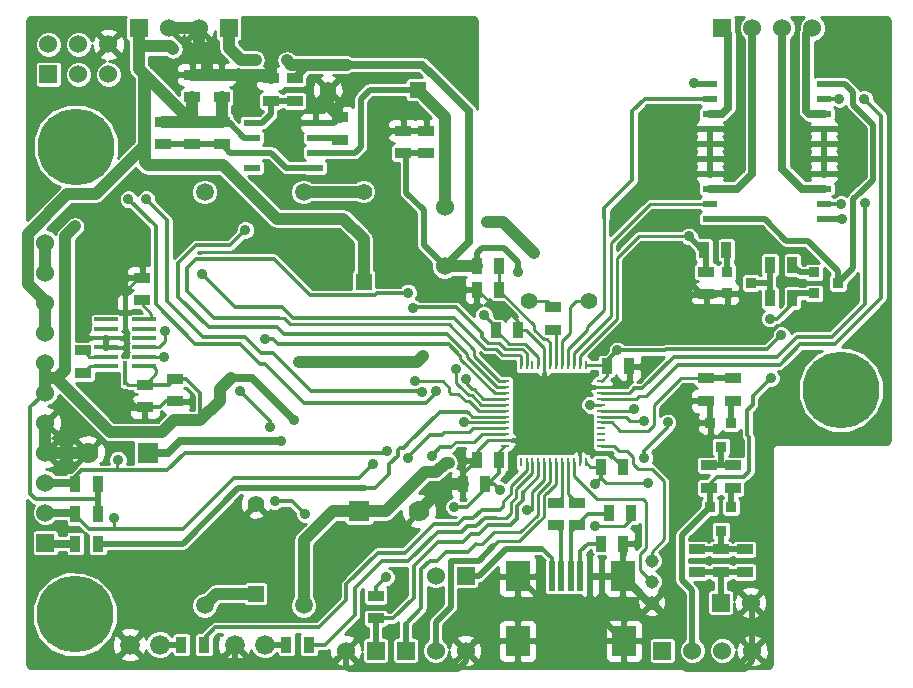
<source format=gtl>
G04 (created by PCBNEW (2013-07-07 BZR 4022)-stable) date 11/09/2013 12:50:20*
%MOIN*%
G04 Gerber Fmt 3.4, Leading zero omitted, Abs format*
%FSLAX34Y34*%
G01*
G70*
G90*
G04 APERTURE LIST*
%ADD10C,0.00590551*%
%ADD11R,0.036X0.036*%
%ADD12R,0.0551X0.0236*%
%ADD13R,0.05X0.02*%
%ADD14R,0.035X0.055*%
%ADD15R,0.055X0.035*%
%ADD16C,0.045*%
%ADD17R,0.06X0.06*%
%ADD18C,0.06*%
%ADD19R,0.0196X0.0984*%
%ADD20R,0.0787X0.0984*%
%ADD21R,0.0098X0.0315*%
%ADD22R,0.0099X0.0315*%
%ADD23R,0.0315X0.0098*%
%ADD24R,0.0315X0.0099*%
%ADD25C,0.066*%
%ADD26R,0.055X0.055*%
%ADD27C,0.055*%
%ADD28C,0.255906*%
%ADD29C,0.0590551*%
%ADD30R,0.07X0.07*%
%ADD31C,0.07*%
%ADD32R,0.0787X0.0118*%
%ADD33R,0.0118X0.0787*%
%ADD34C,0.0354331*%
%ADD35C,0.019685*%
%ADD36C,0.0393701*%
%ADD37C,0.0137795*%
%ADD38C,0.0275591*%
%ADD39C,0.00984252*%
%ADD40C,0.01*%
G04 APERTURE END LIST*
G54D10*
G54D11*
X23518Y-9380D03*
X23518Y-8680D03*
X24318Y-9030D03*
X22953Y-13687D03*
X23653Y-13687D03*
X23303Y-14487D03*
G54D12*
X7682Y-5187D03*
X9782Y-5187D03*
X7682Y-4687D03*
X7682Y-4187D03*
X7682Y-3687D03*
X9782Y-4687D03*
X9782Y-4187D03*
X9782Y-3687D03*
G54D13*
X22942Y-2395D03*
X22942Y-2895D03*
X22942Y-3395D03*
X22942Y-3895D03*
X22942Y-4395D03*
X22942Y-4895D03*
X22942Y-5395D03*
X22942Y-5895D03*
X22942Y-6395D03*
X22942Y-6895D03*
X26742Y-6895D03*
X26742Y-6395D03*
X26742Y-5895D03*
X26742Y-5395D03*
X26742Y-4895D03*
X26742Y-4395D03*
X26742Y-3895D03*
X26742Y-3395D03*
X26742Y-2895D03*
X26742Y-2395D03*
G54D14*
X19565Y-16692D03*
X20315Y-16692D03*
X20060Y-17716D03*
X19310Y-17716D03*
G54D15*
X18503Y-16357D03*
X18503Y-17107D03*
G54D14*
X15453Y-15728D03*
X14703Y-15728D03*
G54D15*
X17814Y-16357D03*
X17814Y-17107D03*
G54D14*
X15176Y-8464D03*
X15926Y-8464D03*
X15176Y-9251D03*
X15926Y-9251D03*
G54D15*
X17728Y-9837D03*
X17728Y-10587D03*
G54D14*
X15928Y-14937D03*
X15178Y-14937D03*
X19310Y-15157D03*
X20060Y-15157D03*
X19503Y-11812D03*
X20253Y-11812D03*
X9578Y-21087D03*
X8828Y-21087D03*
X6078Y-21087D03*
X5328Y-21087D03*
G54D15*
X6666Y-4409D03*
X6666Y-3659D03*
X5682Y-2834D03*
X5682Y-2084D03*
X5682Y-4409D03*
X5682Y-3659D03*
G54D14*
X22743Y-7930D03*
X23493Y-7930D03*
G54D15*
X6666Y-2834D03*
X6666Y-2084D03*
X22803Y-12962D03*
X22803Y-12212D03*
X22818Y-9405D03*
X22818Y-8655D03*
X23303Y-17912D03*
X23303Y-18662D03*
X24103Y-17912D03*
X24103Y-18662D03*
X22503Y-17912D03*
X22503Y-18662D03*
G54D14*
X25693Y-9530D03*
X24943Y-9530D03*
G54D15*
X23703Y-15112D03*
X23703Y-15862D03*
X22903Y-15112D03*
X22903Y-15862D03*
X23703Y-12212D03*
X23703Y-12962D03*
G54D14*
X24943Y-8430D03*
X25693Y-8430D03*
G54D15*
X11803Y-20212D03*
X11803Y-19462D03*
X10603Y-4262D03*
X10603Y-3512D03*
X4698Y-4409D03*
X4698Y-3659D03*
X12716Y-4705D03*
X12716Y-3955D03*
X13484Y-4705D03*
X13484Y-3955D03*
X8303Y-2962D03*
X8303Y-2212D03*
X9103Y-2962D03*
X9103Y-2212D03*
G54D14*
X2540Y-15748D03*
X1790Y-15748D03*
X2540Y-16732D03*
X1790Y-16732D03*
G54D16*
X21003Y-19687D03*
X21003Y-18287D03*
X21003Y-18987D03*
G54D17*
X23353Y-537D03*
G54D18*
X24353Y-537D03*
X25353Y-537D03*
X26353Y-537D03*
G54D17*
X21353Y-21287D03*
G54D18*
X22353Y-21287D03*
X23353Y-21287D03*
X24353Y-21287D03*
G54D17*
X889Y-2074D03*
G54D18*
X889Y-1074D03*
X1889Y-2074D03*
X1889Y-1074D03*
X2889Y-2074D03*
X2889Y-1074D03*
G54D17*
X12803Y-21287D03*
G54D18*
X13803Y-21287D03*
X14803Y-21287D03*
G54D17*
X11803Y-21287D03*
G54D18*
X10803Y-21287D03*
G54D17*
X14803Y-18787D03*
G54D18*
X13803Y-18787D03*
G54D17*
X6903Y-537D03*
G54D18*
X5903Y-537D03*
G54D17*
X3903Y-537D03*
G54D18*
X4903Y-537D03*
G54D17*
X23303Y-19687D03*
G54D18*
X24303Y-19687D03*
X14103Y-6503D03*
X14103Y-8471D03*
G54D19*
X18307Y-18799D03*
X17993Y-18799D03*
X18936Y-18799D03*
G54D20*
X20078Y-20963D03*
X16536Y-20963D03*
X20039Y-18799D03*
X16536Y-18799D03*
G54D19*
X18621Y-18799D03*
X17678Y-18799D03*
G54D21*
X16634Y-11772D03*
G54D22*
X16831Y-11772D03*
X17028Y-11772D03*
X17225Y-11772D03*
G54D21*
X17421Y-11772D03*
X17618Y-11772D03*
X17814Y-11772D03*
X18011Y-11772D03*
G54D22*
X18207Y-11772D03*
X18404Y-11772D03*
X18601Y-11772D03*
G54D21*
X18798Y-11772D03*
G54D23*
X19329Y-12303D03*
G54D24*
X19329Y-12500D03*
X19329Y-12697D03*
X19329Y-12894D03*
G54D23*
X19329Y-13090D03*
X19329Y-13287D03*
X19329Y-13483D03*
X19329Y-13680D03*
G54D24*
X19329Y-13876D03*
X19329Y-14073D03*
X19329Y-14270D03*
G54D23*
X19329Y-14467D03*
G54D21*
X16634Y-14998D03*
G54D22*
X16831Y-14998D03*
X17028Y-14998D03*
X17225Y-14998D03*
G54D21*
X17421Y-14998D03*
X17618Y-14998D03*
X17814Y-14998D03*
X18011Y-14998D03*
G54D22*
X18207Y-14998D03*
X18404Y-14998D03*
X18601Y-14998D03*
G54D21*
X18798Y-14998D03*
G54D23*
X16103Y-12303D03*
G54D24*
X16103Y-12500D03*
X16103Y-12697D03*
X16103Y-12894D03*
G54D23*
X16103Y-13090D03*
X16103Y-13287D03*
X16103Y-13483D03*
X16103Y-13680D03*
G54D24*
X16103Y-13876D03*
X16103Y-14073D03*
X16103Y-14270D03*
G54D23*
X16103Y-14467D03*
G54D25*
X8103Y-21087D03*
X7103Y-21087D03*
X4603Y-21087D03*
X3603Y-21087D03*
G54D26*
X11403Y-8987D03*
G54D27*
X11403Y-5987D03*
G54D26*
X7803Y-19387D03*
G54D27*
X7803Y-16387D03*
X16903Y-9637D03*
X18903Y-9637D03*
G54D11*
X26418Y-9380D03*
X26418Y-8680D03*
X27218Y-9030D03*
G54D26*
X13203Y-2587D03*
G54D27*
X10203Y-2587D03*
G54D28*
X1771Y-20078D03*
X1803Y-4487D03*
X27303Y-12587D03*
G54D11*
X22953Y-16487D03*
X23653Y-16487D03*
X23303Y-17287D03*
G54D29*
X6103Y-19777D03*
X6103Y-5997D03*
X9403Y-19777D03*
X9403Y-5997D03*
G54D14*
X15803Y-10612D03*
X16553Y-10612D03*
X1790Y-17716D03*
X2540Y-17716D03*
G54D17*
X787Y-17688D03*
G54D18*
X787Y-16688D03*
X787Y-15688D03*
X787Y-14688D03*
X787Y-13688D03*
X787Y-12688D03*
X787Y-11688D03*
X787Y-10688D03*
X787Y-9688D03*
X787Y-8688D03*
X787Y-7688D03*
G54D30*
X4203Y-14687D03*
G54D31*
X2203Y-14687D03*
G54D30*
X11253Y-16637D03*
G54D31*
X13253Y-16637D03*
G54D15*
X4015Y-9607D03*
X4015Y-8857D03*
X5118Y-12223D03*
X5118Y-12973D03*
X4114Y-12420D03*
X4114Y-13170D03*
X2047Y-11278D03*
X2047Y-12028D03*
G54D32*
X2814Y-11180D03*
X2814Y-10866D03*
X2814Y-10551D03*
X2814Y-10236D03*
X2814Y-11495D03*
X2814Y-11810D03*
G54D33*
X3444Y-12047D03*
G54D32*
X4074Y-10866D03*
X4074Y-11180D03*
X4074Y-11495D03*
X4074Y-11810D03*
X4074Y-10551D03*
X4074Y-10236D03*
G54D33*
X3444Y-9999D03*
G54D34*
X17076Y-8021D03*
X15511Y-6998D03*
X5053Y-1237D03*
X24980Y-12204D03*
X24940Y-10216D03*
X12881Y-9354D03*
X14803Y-12224D03*
X13035Y-9858D03*
X13385Y-11476D03*
X9232Y-11673D03*
X14492Y-11889D03*
X8641Y-14291D03*
X6003Y-8720D03*
X7460Y-7263D03*
X22401Y-2381D03*
X27342Y-6909D03*
X22244Y-7480D03*
X27322Y-6397D03*
X28110Y-6377D03*
X27263Y-2893D03*
X28090Y-2893D03*
X4744Y-11496D03*
X3208Y-14921D03*
X12893Y-14862D03*
X12165Y-14645D03*
X13342Y-12681D03*
X20748Y-13622D03*
X4153Y-6240D03*
X3090Y-16870D03*
X4783Y-10629D03*
X11712Y-15059D03*
X13681Y-14783D03*
X13803Y-12622D03*
X20413Y-13228D03*
X3562Y-6240D03*
X14232Y-15019D03*
X7803Y-1587D03*
X8444Y-16299D03*
X9448Y-16732D03*
X8287Y-13838D03*
X7283Y-12637D03*
X8110Y-10905D03*
X13129Y-12283D03*
X16850Y-16614D03*
X19114Y-17125D03*
X3031Y-12342D03*
X2539Y-9173D03*
X14074Y-1751D03*
X24370Y-10846D03*
X13129Y-3346D03*
X11948Y-3307D03*
X21771Y-8523D03*
X24547Y-13720D03*
X20787Y-6023D03*
X15688Y-11574D03*
X27893Y-5118D03*
X27893Y-4133D03*
X21535Y-5098D03*
X21535Y-4133D03*
X21535Y-4625D03*
X27893Y-4625D03*
X18956Y-13090D03*
X14763Y-13681D03*
X9074Y-13602D03*
X1783Y-7145D03*
X8842Y-1606D03*
X19110Y-15732D03*
X15944Y-15929D03*
X25326Y-10775D03*
X21535Y-13681D03*
X20757Y-14862D03*
X20866Y-15708D03*
X19862Y-11279D03*
X12145Y-18838D03*
X14409Y-16496D03*
X15413Y-10098D03*
X16555Y-8681D03*
G54D35*
X22334Y-19268D02*
X22353Y-19287D01*
X22353Y-19287D02*
X22353Y-21287D01*
X22953Y-16487D02*
X22003Y-17437D01*
X22003Y-18937D02*
X22003Y-17437D01*
X22334Y-19268D02*
X22003Y-18937D01*
G54D36*
X17076Y-8021D02*
X16053Y-6998D01*
X16053Y-6998D02*
X15511Y-6998D01*
X4953Y-1137D02*
X3903Y-1137D01*
X5053Y-1237D02*
X4953Y-1137D01*
X3903Y-1887D02*
X3903Y-1137D01*
X3903Y-1137D02*
X3903Y-537D01*
G54D37*
X24251Y-14960D02*
X24251Y-14173D01*
X22903Y-15757D02*
X23169Y-15492D01*
X23169Y-15492D02*
X24074Y-15492D01*
X24074Y-15492D02*
X24251Y-15314D01*
X24251Y-15314D02*
X24251Y-14960D01*
X22903Y-15862D02*
X22903Y-15757D01*
X24370Y-12814D02*
X24980Y-12204D01*
X24370Y-13090D02*
X24370Y-12814D01*
X24192Y-13267D02*
X24370Y-13090D01*
X24192Y-14114D02*
X24192Y-13267D01*
X24251Y-14173D02*
X24192Y-14114D01*
X25693Y-9530D02*
X25693Y-9720D01*
X25693Y-9720D02*
X25196Y-10216D01*
X25196Y-10216D02*
X24940Y-10216D01*
G54D36*
X787Y-9688D02*
X787Y-9645D01*
X4078Y-4462D02*
X4078Y-2062D01*
X2478Y-6062D02*
X4078Y-4462D01*
X1528Y-6062D02*
X2478Y-6062D01*
X203Y-7387D02*
X1528Y-6062D01*
X203Y-9062D02*
X203Y-7387D01*
X787Y-9645D02*
X203Y-9062D01*
X3903Y-1887D02*
X4078Y-2062D01*
X4078Y-2062D02*
X4103Y-2087D01*
X4103Y-2087D02*
X4103Y-5012D01*
X787Y-10688D02*
X787Y-9688D01*
X6666Y-3659D02*
X6666Y-2834D01*
X5682Y-3659D02*
X5682Y-2834D01*
X6666Y-3659D02*
X4698Y-3659D01*
X5682Y-3659D02*
X5676Y-3659D01*
X5676Y-3659D02*
X3903Y-1887D01*
X11403Y-8987D02*
X11403Y-7562D01*
X11403Y-7562D02*
X10728Y-6887D01*
X10728Y-6887D02*
X8503Y-6887D01*
X8503Y-6887D02*
X6728Y-5112D01*
X6728Y-5112D02*
X4203Y-5112D01*
X4203Y-5112D02*
X4103Y-5012D01*
G54D38*
X5682Y-3659D02*
X5682Y-3641D01*
X5682Y-3641D02*
X3903Y-1862D01*
G54D35*
X5682Y-3659D02*
X4698Y-3659D01*
X6666Y-3659D02*
X5682Y-3659D01*
X7682Y-4187D02*
X7429Y-4187D01*
X6901Y-3659D02*
X6666Y-3659D01*
X7429Y-4187D02*
X6901Y-3659D01*
X26418Y-9380D02*
X25843Y-9380D01*
X25843Y-9380D02*
X25693Y-9530D01*
X22953Y-16487D02*
X22953Y-15912D01*
X22953Y-15912D02*
X22903Y-15862D01*
G54D37*
X8582Y-10196D02*
X6417Y-10196D01*
X5511Y-8523D02*
X5799Y-8236D01*
X5511Y-9291D02*
X5511Y-8523D01*
X6417Y-10196D02*
X5511Y-9291D01*
X5799Y-8236D02*
X5968Y-8236D01*
X5976Y-8228D02*
X5968Y-8236D01*
X8405Y-8228D02*
X5976Y-8228D01*
X12881Y-9354D02*
X12858Y-9377D01*
X12858Y-9377D02*
X11842Y-9377D01*
X11842Y-9377D02*
X11771Y-9448D01*
X11771Y-9448D02*
X9625Y-9448D01*
X9625Y-9448D02*
X8405Y-8228D01*
G54D39*
X15925Y-12303D02*
X15078Y-11456D01*
X16103Y-12303D02*
X15925Y-12303D01*
X8740Y-10196D02*
X8582Y-10196D01*
X8956Y-10413D02*
X8740Y-10196D01*
X14232Y-10413D02*
X8956Y-10413D01*
X15078Y-11259D02*
X14232Y-10413D01*
X15078Y-11456D02*
X15078Y-11259D01*
X16103Y-12894D02*
X15394Y-12894D01*
X14803Y-12381D02*
X14803Y-12224D01*
X15000Y-12578D02*
X14803Y-12381D01*
X15078Y-12578D02*
X15000Y-12578D01*
X15394Y-12894D02*
X15078Y-12578D01*
G54D37*
X13051Y-9842D02*
X14488Y-9842D01*
X13035Y-9858D02*
X13051Y-9842D01*
X14488Y-9842D02*
X15354Y-10708D01*
G54D39*
X16161Y-11240D02*
X16122Y-11240D01*
X15354Y-10846D02*
X15354Y-10826D01*
X15551Y-11043D02*
X15354Y-10846D01*
X15925Y-11043D02*
X15551Y-11043D01*
X16122Y-11240D02*
X15925Y-11043D01*
X16692Y-11240D02*
X16831Y-11378D01*
X16161Y-11240D02*
X16692Y-11240D01*
X16831Y-11772D02*
X16831Y-11378D01*
G54D37*
X15354Y-10826D02*
X15354Y-10708D01*
G54D36*
X13173Y-11673D02*
X13188Y-11673D01*
X13188Y-11673D02*
X13385Y-11476D01*
X13149Y-11673D02*
X13173Y-11673D01*
X13188Y-11673D02*
X13385Y-11476D01*
X9232Y-11673D02*
X13149Y-11673D01*
G54D39*
X14574Y-12460D02*
X14476Y-12362D01*
X14476Y-11905D02*
X14492Y-11889D01*
X14476Y-12362D02*
X14476Y-11905D01*
X16103Y-13090D02*
X15315Y-13090D01*
X14586Y-12460D02*
X14574Y-12460D01*
X14901Y-12775D02*
X14586Y-12460D01*
X15000Y-12775D02*
X14901Y-12775D01*
X15315Y-13090D02*
X15000Y-12775D01*
G54D38*
X4203Y-14687D02*
X4879Y-14687D01*
X5275Y-14291D02*
X8641Y-14291D01*
X4879Y-14687D02*
X5275Y-14291D01*
G54D36*
X787Y-8688D02*
X787Y-7688D01*
G54D37*
X14980Y-10767D02*
X14409Y-10196D01*
X9064Y-10196D02*
X8690Y-9822D01*
X14409Y-10196D02*
X9064Y-10196D01*
X8690Y-9822D02*
X7106Y-9822D01*
X7106Y-9822D02*
X6003Y-8720D01*
G54D39*
X16062Y-11437D02*
X16023Y-11437D01*
X15452Y-11240D02*
X14980Y-10767D01*
X15826Y-11240D02*
X15452Y-11240D01*
X16023Y-11437D02*
X15826Y-11240D01*
X16634Y-11772D02*
X16634Y-11477D01*
X16594Y-11437D02*
X16062Y-11437D01*
X16634Y-11477D02*
X16594Y-11437D01*
G54D37*
X6437Y-10511D02*
X6240Y-10511D01*
X6948Y-7775D02*
X7460Y-7263D01*
X5807Y-7775D02*
X6948Y-7775D01*
X5216Y-8366D02*
X5807Y-7775D01*
X5216Y-9488D02*
X5216Y-8366D01*
X6240Y-10511D02*
X5216Y-9488D01*
X8531Y-10519D02*
X8740Y-10728D01*
X8740Y-10728D02*
X14192Y-10728D01*
G54D39*
X16103Y-12500D02*
X15855Y-12500D01*
X14862Y-11507D02*
X14862Y-11397D01*
X15855Y-12500D02*
X14862Y-11507D01*
X14862Y-11397D02*
X14192Y-10728D01*
X8531Y-10519D02*
X8523Y-10511D01*
G54D37*
X8523Y-10511D02*
X7027Y-10511D01*
X6437Y-10511D02*
X7027Y-10511D01*
G54D39*
X18207Y-14998D02*
X18207Y-16060D01*
X18207Y-16060D02*
X18503Y-16357D01*
X18011Y-14998D02*
X18011Y-16160D01*
X18011Y-16160D02*
X17814Y-16357D01*
G54D35*
X11803Y-21287D02*
X11803Y-20212D01*
G54D37*
X16515Y-16909D02*
X16496Y-16909D01*
X16496Y-16909D02*
X16299Y-17106D01*
X15531Y-17106D02*
X16299Y-17106D01*
X15236Y-17401D02*
X15531Y-17106D01*
X14980Y-17401D02*
X15236Y-17401D01*
X12386Y-20212D02*
X13070Y-19527D01*
X13070Y-19527D02*
X13070Y-18464D01*
X13070Y-18464D02*
X13877Y-17657D01*
X13877Y-17657D02*
X14724Y-17657D01*
X14724Y-17657D02*
X14980Y-17401D01*
X11803Y-20212D02*
X12386Y-20212D01*
G54D39*
X17225Y-15471D02*
X17225Y-14998D01*
X16712Y-15984D02*
X17225Y-15471D01*
G54D37*
X16712Y-16279D02*
X16712Y-15984D01*
X16515Y-16476D02*
X16712Y-16279D01*
X16515Y-16909D02*
X16515Y-16476D01*
G54D35*
X11803Y-21087D02*
X11803Y-20212D01*
G54D39*
X16831Y-14998D02*
X16831Y-15255D01*
G54D37*
X6078Y-20889D02*
X6078Y-21087D01*
X6456Y-20511D02*
X6078Y-20889D01*
X9921Y-20511D02*
X6456Y-20511D01*
X10826Y-19606D02*
X9921Y-20511D01*
X10826Y-19074D02*
X10826Y-19606D01*
X11870Y-18031D02*
X10826Y-19074D01*
X12775Y-18031D02*
X11870Y-18031D01*
X13740Y-17066D02*
X12775Y-18031D01*
X14547Y-17066D02*
X13740Y-17066D01*
X14744Y-16870D02*
X14547Y-17066D01*
X15059Y-16870D02*
X14744Y-16870D01*
X15334Y-16594D02*
X15059Y-16870D01*
X15964Y-16594D02*
X15334Y-16594D01*
X16062Y-16496D02*
X15964Y-16594D01*
G54D39*
X16062Y-16299D02*
X16062Y-16496D01*
X16299Y-16062D02*
X16062Y-16299D01*
X16299Y-15787D02*
X16299Y-16062D01*
X16831Y-15255D02*
X16299Y-15787D01*
G54D37*
X9578Y-21087D02*
X10113Y-21087D01*
G54D39*
X17028Y-15373D02*
X17028Y-14998D01*
X16496Y-15905D02*
X17028Y-15373D01*
X16496Y-16181D02*
X16496Y-15905D01*
X16299Y-16377D02*
X16496Y-16181D01*
X16299Y-16712D02*
X16299Y-16377D01*
X16161Y-16850D02*
X16299Y-16712D01*
X15826Y-16850D02*
X16161Y-16850D01*
G54D37*
X15433Y-16850D02*
X15826Y-16850D01*
X15157Y-17125D02*
X15433Y-16850D01*
X14862Y-17125D02*
X15157Y-17125D01*
X14665Y-17322D02*
X14862Y-17125D01*
X13877Y-17322D02*
X14665Y-17322D01*
X12893Y-18307D02*
X13877Y-17322D01*
X12007Y-18307D02*
X12893Y-18307D01*
X11102Y-19212D02*
X12007Y-18307D01*
X11102Y-20098D02*
X11102Y-19212D01*
X10113Y-21087D02*
X11102Y-20098D01*
G54D39*
X20826Y-13956D02*
X20875Y-13956D01*
X21970Y-12212D02*
X22803Y-12212D01*
X21072Y-13110D02*
X21970Y-12212D01*
X21072Y-13759D02*
X21072Y-13110D01*
X20875Y-13956D02*
X21072Y-13759D01*
X19329Y-13680D02*
X19684Y-13680D01*
X19960Y-13956D02*
X20826Y-13956D01*
X19684Y-13680D02*
X19960Y-13956D01*
G54D35*
X22803Y-12212D02*
X23703Y-12212D01*
G54D39*
X19852Y-10226D02*
X19852Y-8198D01*
X20570Y-7480D02*
X22244Y-7480D01*
X19852Y-8198D02*
X20570Y-7480D01*
X18601Y-11772D02*
X18601Y-11477D01*
X18601Y-11477D02*
X19852Y-10226D01*
G54D35*
X22401Y-2381D02*
X22415Y-2395D01*
X22415Y-2395D02*
X22942Y-2395D01*
X26742Y-6895D02*
X27328Y-6895D01*
X27328Y-6895D02*
X27342Y-6909D01*
G54D39*
X27342Y-6909D02*
X27328Y-6895D01*
G54D35*
X22743Y-7930D02*
X22694Y-7930D01*
X22694Y-7930D02*
X22244Y-7480D01*
X22818Y-8655D02*
X22818Y-8005D01*
X22818Y-8005D02*
X22743Y-7930D01*
G54D37*
X28110Y-8149D02*
X28110Y-9724D01*
X25177Y-11496D02*
X21732Y-11496D01*
X25846Y-10826D02*
X25177Y-11496D01*
X27007Y-10826D02*
X25846Y-10826D01*
X28110Y-9724D02*
X27007Y-10826D01*
X27320Y-6395D02*
X26742Y-6395D01*
X27320Y-6395D02*
X27322Y-6397D01*
G54D39*
X19329Y-12697D02*
X20254Y-12697D01*
G54D37*
X20688Y-12539D02*
X21732Y-11496D01*
X20413Y-12539D02*
X20688Y-12539D01*
G54D39*
X20254Y-12697D02*
X20413Y-12539D01*
G54D37*
X28110Y-6377D02*
X28110Y-8149D01*
X28661Y-8641D02*
X28661Y-9527D01*
X25275Y-11751D02*
X21889Y-11751D01*
X25944Y-11082D02*
X25275Y-11751D01*
X27106Y-11082D02*
X25944Y-11082D01*
X28661Y-9527D02*
X27106Y-11082D01*
X28090Y-2893D02*
X28661Y-3464D01*
X28661Y-3464D02*
X28661Y-8641D01*
X27261Y-2895D02*
X26742Y-2895D01*
X27263Y-2893D02*
X27261Y-2895D01*
X20846Y-12795D02*
X21889Y-11751D01*
G54D39*
X20590Y-12795D02*
X20846Y-12795D01*
X20491Y-12894D02*
X20590Y-12795D01*
X19329Y-12894D02*
X20491Y-12894D01*
G54D37*
X22942Y-2895D02*
X20765Y-2895D01*
X19429Y-6535D02*
X19429Y-6850D01*
X20354Y-5610D02*
X19429Y-6535D01*
X20354Y-3307D02*
X20354Y-5610D01*
X20765Y-2895D02*
X20354Y-3307D01*
G54D39*
X19429Y-6850D02*
X19429Y-9921D01*
X18207Y-11772D02*
X18207Y-11241D01*
X18207Y-11241D02*
X18848Y-10600D01*
X18848Y-10501D02*
X19429Y-9921D01*
X18848Y-10600D02*
X18848Y-10501D01*
X19645Y-10118D02*
X19645Y-7696D01*
X20946Y-6395D02*
X22942Y-6395D01*
X19645Y-7696D02*
X20946Y-6395D01*
X18404Y-11497D02*
X18404Y-11359D01*
X18404Y-11359D02*
X19645Y-10118D01*
X18404Y-11772D02*
X18404Y-11497D01*
G54D38*
X26742Y-5895D02*
X26012Y-5895D01*
X25353Y-5237D02*
X25353Y-537D01*
X26012Y-5895D02*
X25353Y-5237D01*
X26742Y-3395D02*
X26262Y-3395D01*
X26153Y-737D02*
X26353Y-537D01*
X26153Y-3287D02*
X26153Y-737D01*
X26262Y-3395D02*
X26153Y-3287D01*
X22942Y-5895D02*
X23845Y-5895D01*
X24353Y-5387D02*
X24353Y-537D01*
X23845Y-5895D02*
X24353Y-5387D01*
X22942Y-3395D02*
X23345Y-3395D01*
X23553Y-737D02*
X23353Y-537D01*
X23553Y-3187D02*
X23553Y-737D01*
X23345Y-3395D02*
X23553Y-3187D01*
G54D35*
X13803Y-21287D02*
X13803Y-20329D01*
G54D39*
X17814Y-14998D02*
X17814Y-15728D01*
X17401Y-16830D02*
X17263Y-16968D01*
X17401Y-16122D02*
X17401Y-16830D01*
X17480Y-16043D02*
X17401Y-16122D01*
X17500Y-16043D02*
X17480Y-16043D01*
X17814Y-15728D02*
X17500Y-16043D01*
G54D35*
X13803Y-21087D02*
X13803Y-20329D01*
X13803Y-20329D02*
X14311Y-19822D01*
X14311Y-19822D02*
X14311Y-18464D01*
X14311Y-18464D02*
X14311Y-18307D01*
G54D39*
X17263Y-16968D02*
X16594Y-17637D01*
X16594Y-17637D02*
X15885Y-17637D01*
X15885Y-17637D02*
X15708Y-17814D01*
G54D35*
X15236Y-18287D02*
X15708Y-17814D01*
X14330Y-18287D02*
X15236Y-18287D01*
X14311Y-18307D02*
X14330Y-18287D01*
G54D39*
X14311Y-19822D02*
X13803Y-20329D01*
X14311Y-18464D02*
X14311Y-19822D01*
X3188Y-15275D02*
X3188Y-14940D01*
X4743Y-11495D02*
X4074Y-11495D01*
X4744Y-11496D02*
X4743Y-11495D01*
X3188Y-14940D02*
X3208Y-14921D01*
G54D37*
X12893Y-14862D02*
X12893Y-14842D01*
X13622Y-14114D02*
X13976Y-14114D01*
X12893Y-14842D02*
X13622Y-14114D01*
X4803Y-15275D02*
X4862Y-15275D01*
X5433Y-14704D02*
X9055Y-14704D01*
X4862Y-15275D02*
X5433Y-14704D01*
X1790Y-15748D02*
X1790Y-15473D01*
X1790Y-15473D02*
X1988Y-15275D01*
X1988Y-15275D02*
X3188Y-15275D01*
X3188Y-15275D02*
X4803Y-15275D01*
X9055Y-14704D02*
X12106Y-14704D01*
G54D39*
X15040Y-13876D02*
X14901Y-14015D01*
X14901Y-14015D02*
X14074Y-14015D01*
X14074Y-14015D02*
X13976Y-14114D01*
X16103Y-13876D02*
X15040Y-13876D01*
G54D37*
X12106Y-14704D02*
X12165Y-14645D01*
G54D39*
X1988Y-15275D02*
X1790Y-15473D01*
G54D38*
X1790Y-15748D02*
X1731Y-15688D01*
X1731Y-15688D02*
X787Y-15688D01*
G54D37*
X8366Y-11358D02*
X7972Y-11358D01*
X7972Y-11358D02*
X7834Y-11220D01*
X4862Y-6948D02*
X4153Y-6240D01*
X4862Y-9645D02*
X4862Y-6948D01*
X6043Y-10826D02*
X4862Y-9645D01*
X7440Y-10826D02*
X6043Y-10826D01*
X7834Y-11220D02*
X7440Y-10826D01*
X13299Y-12637D02*
X13082Y-12637D01*
X13342Y-12681D02*
X13299Y-12637D01*
G54D39*
X20748Y-13622D02*
X20275Y-13622D01*
X20137Y-13483D02*
X19329Y-13483D01*
X20275Y-13622D02*
X20137Y-13483D01*
G54D37*
X9645Y-12637D02*
X13082Y-12637D01*
X8366Y-11358D02*
X9645Y-12637D01*
G54D39*
X4074Y-11180D02*
X4567Y-11180D01*
X3090Y-16870D02*
X3090Y-17224D01*
X4783Y-10964D02*
X4783Y-10629D01*
X4567Y-11180D02*
X4783Y-10964D01*
G54D37*
X2913Y-17224D02*
X3090Y-17224D01*
X3090Y-17224D02*
X5393Y-17224D01*
X11240Y-15531D02*
X11712Y-15059D01*
X7086Y-15531D02*
X11240Y-15531D01*
X5393Y-17224D02*
X7086Y-15531D01*
X1790Y-16732D02*
X1790Y-16750D01*
X1790Y-16750D02*
X2263Y-17224D01*
X2263Y-17224D02*
X2913Y-17224D01*
G54D39*
X15335Y-14073D02*
X16103Y-14073D01*
X15078Y-14330D02*
X15335Y-14073D01*
X14468Y-14330D02*
X15078Y-14330D01*
X14291Y-14507D02*
X14468Y-14330D01*
G54D37*
X13956Y-14507D02*
X14291Y-14507D01*
X13681Y-14783D02*
X13956Y-14507D01*
G54D38*
X1790Y-16732D02*
X1747Y-16688D01*
X1747Y-16688D02*
X787Y-16688D01*
G54D37*
X8110Y-11732D02*
X7952Y-11732D01*
X4468Y-7145D02*
X3562Y-6240D01*
X4468Y-9744D02*
X4468Y-7145D01*
X5787Y-11062D02*
X4468Y-9744D01*
X7283Y-11062D02*
X5787Y-11062D01*
X7952Y-11732D02*
X7283Y-11062D01*
X13803Y-12708D02*
X13480Y-13031D01*
X13803Y-12622D02*
X13803Y-12708D01*
G54D39*
X20353Y-13287D02*
X19329Y-13287D01*
X20413Y-13228D02*
X20353Y-13287D01*
G54D37*
X9409Y-13031D02*
X13480Y-13031D01*
X8110Y-11732D02*
X9409Y-13031D01*
G54D36*
X12161Y-16637D02*
X13464Y-15334D01*
X13464Y-15334D02*
X13818Y-15334D01*
X13818Y-15334D02*
X14133Y-15019D01*
X14133Y-15019D02*
X14232Y-15019D01*
X11253Y-16637D02*
X12161Y-16637D01*
X6903Y-1187D02*
X6903Y-537D01*
X7303Y-1587D02*
X6903Y-1187D01*
X7803Y-1587D02*
X7303Y-1587D01*
X9403Y-19777D02*
X9403Y-17612D01*
X10378Y-16637D02*
X11253Y-16637D01*
X9403Y-17612D02*
X10378Y-16637D01*
G54D39*
X16103Y-12697D02*
X15768Y-12697D01*
X14625Y-11555D02*
X14625Y-11476D01*
X15768Y-12697D02*
X14625Y-11555D01*
G54D37*
X8110Y-10905D02*
X8366Y-10905D01*
X8366Y-10905D02*
X8543Y-11082D01*
X8543Y-11082D02*
X14232Y-11082D01*
X14232Y-11082D02*
X14625Y-11476D01*
X8287Y-13838D02*
X8287Y-13641D01*
X8287Y-13641D02*
X7283Y-12637D01*
X9015Y-16299D02*
X8444Y-16299D01*
X9448Y-16732D02*
X9015Y-16299D01*
G54D39*
X8543Y-11082D02*
X8366Y-10905D01*
X19921Y-14645D02*
X20196Y-14645D01*
X21417Y-15629D02*
X21417Y-17578D01*
X21023Y-15236D02*
X21417Y-15629D01*
X20551Y-15236D02*
X21023Y-15236D01*
X20393Y-15078D02*
X20551Y-15236D01*
X20393Y-14842D02*
X20393Y-15078D01*
X20196Y-14645D02*
X20393Y-14842D01*
X19329Y-14467D02*
X19743Y-14467D01*
X19743Y-14467D02*
X19921Y-14645D01*
X21003Y-18287D02*
X21003Y-17992D01*
X21003Y-17992D02*
X21417Y-17578D01*
X18404Y-14998D02*
X18404Y-15471D01*
X20807Y-16338D02*
X20807Y-17874D01*
X20708Y-16240D02*
X20807Y-16338D01*
X19173Y-16240D02*
X20708Y-16240D01*
X18404Y-15471D02*
X19173Y-16240D01*
X20807Y-17874D02*
X20603Y-18077D01*
X20603Y-18587D02*
X21003Y-18987D01*
X20603Y-18077D02*
X20603Y-18587D01*
X13622Y-12303D02*
X13149Y-12303D01*
X13149Y-12303D02*
X13129Y-12283D01*
X14921Y-12972D02*
X14803Y-12972D01*
X14035Y-12303D02*
X13622Y-12303D01*
X14251Y-12519D02*
X14035Y-12303D01*
X14251Y-12657D02*
X14251Y-12519D01*
X14311Y-12716D02*
X14251Y-12657D01*
X14547Y-12716D02*
X14311Y-12716D01*
X14803Y-12972D02*
X14547Y-12716D01*
X16103Y-13287D02*
X15236Y-13287D01*
X15236Y-13287D02*
X14921Y-12972D01*
G54D35*
X12803Y-21287D02*
X12803Y-20385D01*
G54D39*
X17204Y-16437D02*
X17204Y-16751D01*
X16614Y-17342D02*
X16299Y-17342D01*
X17204Y-16751D02*
X16614Y-17342D01*
X17618Y-15511D02*
X17618Y-15649D01*
X17204Y-16062D02*
X17204Y-16437D01*
X17618Y-15649D02*
X17204Y-16062D01*
X17618Y-14998D02*
X17618Y-15511D01*
G54D37*
X12803Y-20385D02*
X12803Y-21087D01*
G54D39*
X16299Y-17342D02*
X15748Y-17342D01*
X15748Y-17342D02*
X15354Y-17736D01*
X15354Y-17736D02*
X15137Y-17736D01*
G54D37*
X15137Y-17736D02*
X14881Y-17992D01*
X14881Y-17992D02*
X14153Y-17992D01*
X14153Y-17992D02*
X13838Y-18307D01*
X13838Y-18307D02*
X13602Y-18307D01*
X13602Y-18307D02*
X13326Y-18582D01*
X13326Y-18582D02*
X13326Y-19862D01*
X13326Y-19862D02*
X12803Y-20385D01*
G54D39*
X16850Y-16614D02*
X17007Y-16614D01*
X17007Y-16358D02*
X17007Y-16141D01*
X17007Y-16614D02*
X17007Y-16358D01*
X17421Y-14998D02*
X17421Y-15590D01*
X17007Y-16003D02*
X17007Y-16141D01*
X17421Y-15590D02*
X17007Y-16003D01*
X20315Y-16908D02*
X20315Y-16692D01*
X20078Y-17145D02*
X20315Y-16908D01*
X19133Y-17145D02*
X20078Y-17145D01*
X19114Y-17125D02*
X19133Y-17145D01*
G54D37*
X14901Y-13366D02*
X14877Y-13366D01*
X13933Y-13330D02*
X12893Y-14370D01*
X14842Y-13330D02*
X13933Y-13330D01*
X14877Y-13366D02*
X14842Y-13330D01*
X11437Y-15866D02*
X11791Y-15866D01*
X12736Y-14527D02*
X12893Y-14370D01*
X12618Y-14527D02*
X12736Y-14527D01*
X12539Y-14606D02*
X12618Y-14527D01*
X12539Y-14783D02*
X12539Y-14606D01*
X12263Y-15059D02*
X12539Y-14783D01*
X12263Y-15393D02*
X12263Y-15059D01*
X11791Y-15866D02*
X12263Y-15393D01*
G54D35*
X2540Y-17716D02*
X5374Y-17716D01*
X7224Y-15866D02*
X11437Y-15866D01*
X5374Y-17716D02*
X7224Y-15866D01*
G54D39*
X16103Y-13483D02*
X15019Y-13483D01*
X15019Y-13483D02*
X14901Y-13366D01*
G54D35*
X21830Y-20514D02*
X21870Y-20553D01*
G54D38*
X21003Y-19687D02*
X21830Y-20514D01*
G54D35*
X21870Y-21594D02*
X22162Y-21887D01*
X21870Y-20553D02*
X21870Y-21594D01*
X10803Y-21287D02*
X10453Y-21637D01*
X10453Y-21637D02*
X8953Y-21637D01*
X10803Y-21287D02*
X10803Y-21787D01*
X14803Y-21287D02*
X15127Y-20963D01*
X15127Y-20963D02*
X16536Y-20963D01*
X14553Y-21887D02*
X14803Y-21637D01*
X7953Y-21637D02*
X8953Y-21637D01*
X7103Y-21637D02*
X7653Y-21637D01*
X7953Y-21637D02*
X7653Y-21637D01*
X14553Y-21887D02*
X10903Y-21887D01*
X10903Y-21887D02*
X10803Y-21787D01*
X14803Y-21637D02*
X14803Y-21287D01*
X24303Y-19687D02*
X24353Y-19737D01*
X24353Y-19737D02*
X24353Y-21287D01*
X24103Y-21887D02*
X24353Y-21637D01*
X22162Y-21887D02*
X24103Y-21887D01*
X24353Y-21637D02*
X24353Y-21287D01*
X22153Y-21887D02*
X22162Y-21887D01*
G54D38*
X21003Y-19687D02*
X20926Y-19687D01*
X20926Y-19687D02*
X20039Y-18799D01*
G54D36*
X8303Y-2212D02*
X8303Y-1437D01*
X8303Y-1437D02*
X8619Y-1122D01*
X5903Y-537D02*
X5903Y-1087D01*
X5903Y-537D02*
X4903Y-537D01*
G54D39*
X3444Y-9999D02*
X3444Y-9311D01*
X3898Y-8857D02*
X4015Y-8857D01*
X3444Y-9311D02*
X3898Y-8857D01*
G54D37*
X4114Y-13170D02*
X3859Y-13170D01*
X3859Y-13170D02*
X3031Y-12342D01*
X2855Y-8857D02*
X4015Y-8857D01*
X2539Y-9173D02*
X2855Y-8857D01*
G54D36*
X8619Y-1122D02*
X13444Y-1122D01*
X13444Y-1122D02*
X14074Y-1751D01*
G54D37*
X5118Y-12973D02*
X4802Y-12973D01*
X4605Y-13170D02*
X4114Y-13170D01*
X4802Y-12973D02*
X4605Y-13170D01*
G54D35*
X22818Y-9405D02*
X22653Y-9405D01*
X22653Y-9405D02*
X21771Y-8523D01*
X24370Y-10846D02*
X23346Y-9822D01*
X23346Y-9822D02*
X22381Y-9822D01*
X22381Y-9822D02*
X21771Y-9212D01*
X21771Y-9212D02*
X21771Y-8523D01*
X15176Y-9251D02*
X14074Y-9251D01*
X12323Y-3955D02*
X12716Y-3955D01*
X12125Y-4153D02*
X12323Y-3955D01*
X12125Y-5885D02*
X12125Y-4153D01*
X12874Y-6633D02*
X12125Y-5885D01*
X12874Y-8051D02*
X12874Y-6633D01*
X14074Y-9251D02*
X12874Y-8051D01*
X13484Y-3955D02*
X12716Y-3955D01*
G54D36*
X11988Y-3346D02*
X13129Y-3346D01*
X11948Y-3307D02*
X11988Y-3346D01*
G54D37*
X24842Y-19148D02*
X24303Y-19687D01*
X24842Y-14448D02*
X24842Y-19148D01*
X24665Y-14271D02*
X24842Y-14448D01*
X24665Y-13838D02*
X24665Y-14271D01*
X24547Y-13720D02*
X24665Y-13838D01*
G54D36*
X21535Y-5098D02*
X21535Y-5275D01*
X21535Y-5275D02*
X20787Y-6023D01*
G54D39*
X15944Y-11830D02*
X16161Y-11830D01*
X15688Y-11574D02*
X15944Y-11830D01*
X16574Y-14270D02*
X16574Y-14232D01*
X16161Y-11830D02*
X16574Y-12244D01*
X16574Y-12244D02*
X16574Y-14270D01*
X19329Y-12500D02*
X18719Y-12500D01*
X18719Y-12500D02*
X17145Y-14074D01*
X17145Y-14074D02*
X16732Y-14074D01*
X16732Y-14074D02*
X16574Y-14232D01*
X16574Y-14232D02*
X16536Y-14270D01*
X16103Y-14270D02*
X16536Y-14270D01*
X17421Y-13385D02*
X17421Y-11772D01*
X16536Y-14270D02*
X17421Y-13385D01*
X20060Y-15157D02*
X19587Y-14685D01*
X18877Y-14586D02*
X18601Y-14586D01*
X18976Y-14685D02*
X18877Y-14586D01*
X19015Y-14685D02*
X18976Y-14685D01*
X19587Y-14685D02*
X19015Y-14685D01*
X16103Y-14270D02*
X18286Y-14270D01*
X18601Y-14585D02*
X18601Y-14586D01*
X18601Y-14586D02*
X18601Y-14998D01*
X18286Y-14270D02*
X18601Y-14585D01*
G54D36*
X27893Y-5118D02*
X27893Y-4625D01*
X27893Y-4625D02*
X27893Y-4133D01*
X21535Y-5098D02*
X21535Y-4625D01*
X21535Y-4625D02*
X21535Y-4133D01*
X27395Y-4625D02*
X27893Y-4625D01*
X21555Y-4645D02*
X21935Y-4645D01*
X21535Y-4625D02*
X21555Y-4645D01*
G54D35*
X27395Y-4895D02*
X27395Y-5387D01*
X26744Y-5393D02*
X26742Y-5395D01*
X27401Y-5393D02*
X26744Y-5393D01*
X27395Y-5387D02*
X27401Y-5393D01*
X27395Y-4395D02*
X27395Y-4625D01*
X27395Y-4625D02*
X27395Y-4645D01*
X27395Y-4645D02*
X27395Y-4895D01*
X26748Y-4901D02*
X26742Y-4895D01*
X27401Y-4901D02*
X26748Y-4901D01*
X27395Y-4895D02*
X27401Y-4901D01*
X26742Y-3895D02*
X27383Y-3895D01*
X27395Y-4395D02*
X26742Y-4395D01*
X27401Y-4389D02*
X27395Y-4395D01*
X27401Y-3877D02*
X27401Y-4389D01*
X27383Y-3895D02*
X27401Y-3877D01*
X21935Y-4895D02*
X21935Y-5387D01*
X22940Y-5393D02*
X22942Y-5395D01*
X21929Y-5393D02*
X22940Y-5393D01*
X21935Y-5387D02*
X21929Y-5393D01*
X21935Y-4395D02*
X21935Y-4645D01*
X21935Y-4645D02*
X21935Y-4895D01*
X22936Y-4901D02*
X22942Y-4895D01*
X21929Y-4901D02*
X22936Y-4901D01*
X21935Y-4895D02*
X21929Y-4901D01*
X22942Y-3895D02*
X21931Y-3895D01*
X21935Y-4395D02*
X22942Y-4395D01*
X21929Y-4389D02*
X21935Y-4395D01*
X21929Y-3897D02*
X21929Y-4389D01*
X21931Y-3895D02*
X21929Y-3897D01*
G54D36*
X14153Y-15737D02*
X14694Y-15737D01*
X13253Y-16637D02*
X14153Y-15737D01*
X14694Y-15737D02*
X14703Y-15728D01*
G54D37*
X14703Y-15728D02*
X14703Y-15412D01*
X14703Y-15412D02*
X15178Y-14937D01*
G54D35*
X23518Y-9380D02*
X22843Y-9380D01*
X22843Y-9380D02*
X22818Y-9405D01*
G54D36*
X787Y-14688D02*
X787Y-13688D01*
X2203Y-14687D02*
X788Y-14687D01*
X788Y-14687D02*
X787Y-14688D01*
X10603Y-3512D02*
X10203Y-3112D01*
X10203Y-3112D02*
X10203Y-2587D01*
X8303Y-2212D02*
X8176Y-2084D01*
X8176Y-2084D02*
X7519Y-2084D01*
X7519Y-2084D02*
X5682Y-2084D01*
X5682Y-2084D02*
X6666Y-2084D01*
X6178Y-2084D02*
X6178Y-1362D01*
X6178Y-1362D02*
X5903Y-1087D01*
G54D39*
X19329Y-12500D02*
X19765Y-12500D01*
X20253Y-12262D02*
X20253Y-11812D01*
X20015Y-12500D02*
X20253Y-12262D01*
X19765Y-12500D02*
X20015Y-12500D01*
X16103Y-14270D02*
X15545Y-14270D01*
X15178Y-14637D02*
X15178Y-14937D01*
X15545Y-14270D02*
X15178Y-14637D01*
G54D35*
X6178Y-1362D02*
X5903Y-1087D01*
X6666Y-2084D02*
X8176Y-2084D01*
X5682Y-2084D02*
X6178Y-2084D01*
X6178Y-2084D02*
X6666Y-2084D01*
X10203Y-2587D02*
X10203Y-3112D01*
X9782Y-3687D02*
X10428Y-3687D01*
X10428Y-3687D02*
X10603Y-3512D01*
G54D39*
X16553Y-10612D02*
X16553Y-10312D01*
X15636Y-9712D02*
X15176Y-9251D01*
X15953Y-9712D02*
X15636Y-9712D01*
X16553Y-10312D02*
X15953Y-9712D01*
X17421Y-11772D02*
X17421Y-11205D01*
X17421Y-11205D02*
X16828Y-10612D01*
X16828Y-10612D02*
X16553Y-10612D01*
G54D35*
X22953Y-13687D02*
X22953Y-13112D01*
X22953Y-13112D02*
X22803Y-12962D01*
X24334Y-19718D02*
X24303Y-19687D01*
X7103Y-21637D02*
X7103Y-21087D01*
X3603Y-21087D02*
X4153Y-21637D01*
X4153Y-21637D02*
X7103Y-21637D01*
G54D38*
X787Y-14688D02*
X788Y-14687D01*
G54D35*
X16536Y-20963D02*
X16412Y-21087D01*
X18936Y-19955D02*
X17691Y-19955D01*
X17691Y-19955D02*
X16536Y-18799D01*
X18936Y-18799D02*
X18936Y-19955D01*
X17927Y-20963D02*
X16536Y-20963D01*
X18936Y-19955D02*
X17927Y-20963D01*
X18936Y-18799D02*
X18936Y-19821D01*
X18936Y-19821D02*
X20078Y-20963D01*
X20039Y-18799D02*
X20060Y-18778D01*
X20060Y-18778D02*
X20060Y-17716D01*
X18936Y-18799D02*
X20039Y-18799D01*
X27716Y-3090D02*
X28385Y-3759D01*
X27972Y-5984D02*
X27716Y-6240D01*
X27992Y-5984D02*
X27972Y-5984D01*
X28385Y-5590D02*
X27992Y-5984D01*
X28385Y-3759D02*
X28385Y-5590D01*
X27716Y-2696D02*
X27716Y-2677D01*
X27716Y-2677D02*
X27435Y-2395D01*
X26742Y-2395D02*
X27435Y-2395D01*
X27716Y-2696D02*
X27716Y-2834D01*
X27218Y-9030D02*
X27716Y-8532D01*
X27716Y-8532D02*
X27716Y-6240D01*
X27716Y-3090D02*
X27716Y-2834D01*
X27218Y-9030D02*
X27218Y-8635D01*
X24769Y-6895D02*
X22942Y-6895D01*
X25492Y-7618D02*
X24769Y-6895D01*
X26200Y-7618D02*
X25492Y-7618D01*
X27218Y-8635D02*
X26200Y-7618D01*
G54D37*
X17993Y-18799D02*
X17993Y-17285D01*
X17993Y-17285D02*
X17814Y-17107D01*
G54D39*
X17993Y-17285D02*
X17814Y-17107D01*
G54D37*
X19310Y-17716D02*
X18874Y-17716D01*
X18621Y-17970D02*
X18621Y-18799D01*
X18874Y-17716D02*
X18621Y-17970D01*
X18878Y-16732D02*
X19526Y-16732D01*
X19526Y-16732D02*
X19565Y-16692D01*
X18503Y-17107D02*
X18878Y-16732D01*
X18878Y-16732D02*
X18878Y-16732D01*
X18307Y-18799D02*
X18307Y-17304D01*
X18307Y-17304D02*
X18503Y-17107D01*
G54D39*
X18307Y-17304D02*
X18503Y-17107D01*
G54D35*
X7682Y-3687D02*
X8028Y-3687D01*
X8303Y-3412D02*
X8303Y-2962D01*
X8028Y-3687D02*
X8303Y-3412D01*
X9103Y-2962D02*
X8303Y-2962D01*
X23653Y-16487D02*
X23653Y-15912D01*
X23653Y-15912D02*
X23703Y-15862D01*
X9782Y-5187D02*
X8829Y-5187D01*
X8329Y-4687D02*
X7682Y-4687D01*
X8829Y-5187D02*
X8329Y-4687D01*
X7682Y-4687D02*
X6945Y-4687D01*
X6945Y-4687D02*
X6666Y-4409D01*
X5682Y-4409D02*
X6666Y-4409D01*
X4698Y-4409D02*
X5682Y-4409D01*
X9782Y-4187D02*
X10529Y-4187D01*
X10529Y-4187D02*
X10603Y-4262D01*
G54D39*
X17618Y-11772D02*
X17618Y-11027D01*
X15926Y-9284D02*
X15926Y-9251D01*
X17078Y-10437D02*
X15926Y-9284D01*
X17078Y-10587D02*
X17078Y-10437D01*
X17403Y-10912D02*
X17078Y-10587D01*
X17503Y-10912D02*
X17403Y-10912D01*
X17618Y-11027D02*
X17503Y-10912D01*
X15926Y-9251D02*
X15926Y-8464D01*
X19329Y-13090D02*
X18956Y-13090D01*
X18956Y-13090D02*
X18956Y-13090D01*
X18011Y-11772D02*
X18011Y-10954D01*
X18478Y-9637D02*
X18903Y-9637D01*
X18278Y-9837D02*
X18478Y-9637D01*
X18278Y-10687D02*
X18278Y-9837D01*
X18011Y-10954D02*
X18278Y-10687D01*
X17814Y-11772D02*
X17814Y-10673D01*
X17814Y-10673D02*
X17728Y-10587D01*
X14764Y-13680D02*
X16103Y-13680D01*
X14763Y-13681D02*
X14764Y-13680D01*
X17728Y-9837D02*
X17528Y-9637D01*
X17528Y-9637D02*
X16903Y-9637D01*
G54D35*
X23518Y-8680D02*
X23518Y-7955D01*
X23518Y-7955D02*
X23493Y-7930D01*
X8103Y-21087D02*
X8828Y-21087D01*
X4603Y-21087D02*
X5328Y-21087D01*
X9782Y-4687D02*
X11099Y-4687D01*
X11605Y-2587D02*
X13203Y-2587D01*
X11299Y-2893D02*
X11605Y-2587D01*
X11299Y-4488D02*
X11299Y-2893D01*
X11099Y-4687D02*
X11299Y-4488D01*
G54D36*
X13203Y-2587D02*
X14103Y-3487D01*
X14103Y-6503D02*
X14103Y-4987D01*
X14103Y-3487D02*
X14103Y-4987D01*
G54D38*
X787Y-17688D02*
X814Y-17716D01*
X814Y-17716D02*
X1790Y-17716D01*
G54D39*
X2814Y-11495D02*
X2264Y-11495D01*
X2264Y-11495D02*
X2047Y-11278D01*
G54D35*
X26418Y-8680D02*
X25943Y-8680D01*
X25943Y-8680D02*
X25693Y-8430D01*
G54D37*
X17678Y-18799D02*
X17678Y-18211D01*
G54D35*
X15253Y-18787D02*
X14803Y-18787D01*
X16153Y-17887D02*
X15253Y-18787D01*
X17353Y-17887D02*
X16153Y-17887D01*
G54D37*
X17678Y-18211D02*
X17353Y-17887D01*
G54D36*
X9403Y-5997D02*
X11393Y-5997D01*
X11393Y-5997D02*
X11403Y-5987D01*
G54D39*
X4015Y-9607D02*
X4015Y-9744D01*
X4271Y-10236D02*
X4074Y-10236D01*
X4330Y-10177D02*
X4271Y-10236D01*
X4330Y-10059D02*
X4330Y-10177D01*
X4015Y-9744D02*
X4330Y-10059D01*
X2814Y-11810D02*
X2265Y-11810D01*
X2265Y-11810D02*
X2047Y-12028D01*
G54D36*
X6103Y-19777D02*
X6493Y-19387D01*
X6493Y-19387D02*
X7803Y-19387D01*
G54D35*
X24943Y-9030D02*
X24318Y-9030D01*
X24943Y-9530D02*
X24943Y-9030D01*
X24943Y-9030D02*
X24943Y-8430D01*
X23303Y-18662D02*
X22503Y-18662D01*
X23303Y-18662D02*
X24103Y-18662D01*
X23303Y-19687D02*
X23303Y-18662D01*
X23303Y-15112D02*
X23303Y-14487D01*
X22903Y-15112D02*
X23303Y-15112D01*
X23303Y-15112D02*
X23703Y-15112D01*
X23653Y-13687D02*
X23653Y-13012D01*
X23653Y-13012D02*
X23703Y-12962D01*
X23303Y-17912D02*
X23303Y-17287D01*
X23303Y-17912D02*
X24103Y-17912D01*
X22503Y-17912D02*
X23303Y-17912D01*
G54D39*
X4074Y-11810D02*
X4389Y-11810D01*
X4488Y-12046D02*
X4114Y-12420D01*
X4488Y-11909D02*
X4488Y-12046D01*
X4389Y-11810D02*
X4488Y-11909D01*
X3444Y-12047D02*
X3444Y-12322D01*
X3542Y-12420D02*
X4114Y-12420D01*
X3444Y-12322D02*
X3542Y-12420D01*
G54D37*
X5118Y-12223D02*
X5491Y-12223D01*
X5964Y-12696D02*
X5964Y-13602D01*
X5491Y-12223D02*
X5964Y-12696D01*
X4114Y-12420D02*
X4921Y-12420D01*
X4921Y-12420D02*
X5118Y-12223D01*
G54D36*
X787Y-12204D02*
X1161Y-12204D01*
X1161Y-12204D02*
X2952Y-13996D01*
X2952Y-13996D02*
X4685Y-13996D01*
X4685Y-13996D02*
X5078Y-13602D01*
X5078Y-13602D02*
X5964Y-13602D01*
X6614Y-12559D02*
X6968Y-12204D01*
G54D38*
X7677Y-12204D02*
X6968Y-12204D01*
X9074Y-13602D02*
X7677Y-12204D01*
G54D36*
X5964Y-13602D02*
X6614Y-12952D01*
X6614Y-12952D02*
X6614Y-12559D01*
G54D35*
X14103Y-8471D02*
X14103Y-8462D01*
X14103Y-8462D02*
X13403Y-7762D01*
X13484Y-4705D02*
X12716Y-4705D01*
X12814Y-4745D02*
X12814Y-6023D01*
X13403Y-6612D02*
X13403Y-7762D01*
X12814Y-6023D02*
X13403Y-6612D01*
G54D36*
X10842Y-1751D02*
X8988Y-1751D01*
X1464Y-11929D02*
X1188Y-12204D01*
X1464Y-7464D02*
X1464Y-11929D01*
X1783Y-7145D02*
X1464Y-7464D01*
X8988Y-1751D02*
X8842Y-1606D01*
G54D37*
X15453Y-15728D02*
X15744Y-15728D01*
X19310Y-15532D02*
X19310Y-15157D01*
X19110Y-15732D02*
X19310Y-15532D01*
X15744Y-15728D02*
X15944Y-15929D01*
X19862Y-11279D02*
X21452Y-11279D01*
X24854Y-11248D02*
X25326Y-10775D01*
X21484Y-11248D02*
X24854Y-11248D01*
X21452Y-11279D02*
X21484Y-11248D01*
G54D39*
X21515Y-13877D02*
X21515Y-13700D01*
X21515Y-13700D02*
X21535Y-13681D01*
X19310Y-15157D02*
X19310Y-15530D01*
G54D37*
X20757Y-14635D02*
X21515Y-13877D01*
X20757Y-14862D02*
X20757Y-14635D01*
G54D39*
X19488Y-15708D02*
X20866Y-15708D01*
X19310Y-15530D02*
X19488Y-15708D01*
G54D38*
X13838Y-2244D02*
X14901Y-3307D01*
X10842Y-1751D02*
X13346Y-1751D01*
X13346Y-1751D02*
X13838Y-2244D01*
X14901Y-4980D02*
X14901Y-7673D01*
X14901Y-7673D02*
X14103Y-8471D01*
X14901Y-3307D02*
X14901Y-4980D01*
G54D35*
X16555Y-8681D02*
X16555Y-8346D01*
X16555Y-8346D02*
X16082Y-7874D01*
X16082Y-7874D02*
X15334Y-7874D01*
X15334Y-7874D02*
X15176Y-8032D01*
X15176Y-8032D02*
X15176Y-8464D01*
G54D37*
X19503Y-11812D02*
X19503Y-11637D01*
X19503Y-11637D02*
X19862Y-11279D01*
X15453Y-15728D02*
X15453Y-15904D01*
X11803Y-19180D02*
X11803Y-19462D01*
X12145Y-18838D02*
X11803Y-19180D01*
X14862Y-16496D02*
X14409Y-16496D01*
X15453Y-15904D02*
X14862Y-16496D01*
X15803Y-10612D02*
X15803Y-10488D01*
X15803Y-10488D02*
X15413Y-10098D01*
X15176Y-8032D02*
X15176Y-8464D01*
X16555Y-8346D02*
X16082Y-7874D01*
X16082Y-7874D02*
X15334Y-7874D01*
X15334Y-7874D02*
X15176Y-8032D01*
G54D38*
X9103Y-2212D02*
X9564Y-1751D01*
X9564Y-1751D02*
X10842Y-1751D01*
X1188Y-12204D02*
X787Y-12204D01*
G54D37*
X2540Y-16240D02*
X472Y-16240D01*
X295Y-13181D02*
X787Y-12688D01*
X295Y-16062D02*
X295Y-13181D01*
X472Y-16240D02*
X295Y-16062D01*
G54D39*
X18798Y-11772D02*
X19464Y-11772D01*
X19464Y-11772D02*
X19503Y-11812D01*
G54D37*
X15453Y-15728D02*
X15551Y-15728D01*
X15928Y-15350D02*
X15928Y-14937D01*
X15551Y-15728D02*
X15928Y-15350D01*
G54D35*
X2540Y-16732D02*
X2540Y-16240D01*
X2540Y-16240D02*
X2540Y-15748D01*
G54D36*
X787Y-12688D02*
X787Y-12204D01*
X787Y-12204D02*
X787Y-11688D01*
G54D39*
X19329Y-12303D02*
X19503Y-12129D01*
X19503Y-12129D02*
X19503Y-11812D01*
X15928Y-14937D02*
X15928Y-14642D01*
X15928Y-14642D02*
X16103Y-14467D01*
G54D36*
X14103Y-8471D02*
X15169Y-8471D01*
X15169Y-8471D02*
X15176Y-8464D01*
G54D39*
X17225Y-11772D02*
X17225Y-11509D01*
X16253Y-11062D02*
X15803Y-10612D01*
X16778Y-11062D02*
X16253Y-11062D01*
X17225Y-11509D02*
X16778Y-11062D01*
X18798Y-14998D02*
X18957Y-15157D01*
X18957Y-15157D02*
X19310Y-15157D01*
G54D10*
G36*
X3703Y-14342D02*
X3703Y-14367D01*
X3703Y-15056D01*
X3506Y-15056D01*
X3535Y-14986D01*
X3535Y-14856D01*
X3486Y-14736D01*
X3394Y-14644D01*
X3274Y-14594D01*
X3143Y-14594D01*
X3023Y-14643D01*
X2931Y-14735D01*
X2881Y-14855D01*
X2881Y-14986D01*
X2910Y-15056D01*
X2808Y-15056D01*
X2643Y-15056D01*
X2626Y-15038D01*
X2726Y-15005D01*
X2808Y-14781D01*
X2798Y-14542D01*
X2726Y-14369D01*
X2626Y-14335D01*
X2555Y-14406D01*
X2555Y-14265D01*
X2521Y-14164D01*
X2297Y-14082D01*
X2059Y-14093D01*
X1886Y-14164D01*
X1852Y-14265D01*
X2203Y-14616D01*
X2555Y-14265D01*
X2555Y-14406D01*
X2274Y-14687D01*
X2280Y-14692D01*
X2209Y-14763D01*
X2203Y-14758D01*
X2133Y-14828D01*
X2133Y-14687D01*
X1781Y-14335D01*
X1681Y-14369D01*
X1599Y-14593D01*
X1609Y-14832D01*
X1681Y-15005D01*
X1781Y-15038D01*
X2133Y-14687D01*
X2133Y-14828D01*
X1857Y-15105D01*
X1857Y-15105D01*
X1833Y-15120D01*
X1635Y-15318D01*
X1632Y-15323D01*
X1585Y-15323D01*
X1530Y-15345D01*
X1488Y-15387D01*
X1482Y-15401D01*
X1342Y-15401D01*
X1342Y-14770D01*
X1342Y-13770D01*
X1331Y-13552D01*
X1268Y-13401D01*
X1173Y-13373D01*
X858Y-13688D01*
X1173Y-14004D01*
X1268Y-13976D01*
X1342Y-13770D01*
X1342Y-14770D01*
X1331Y-14552D01*
X1268Y-14401D01*
X1173Y-14373D01*
X858Y-14688D01*
X1173Y-15004D01*
X1268Y-14976D01*
X1342Y-14770D01*
X1342Y-15401D01*
X1135Y-15401D01*
X1042Y-15307D01*
X877Y-15239D01*
X800Y-15238D01*
X924Y-15232D01*
X1075Y-15170D01*
X1102Y-15074D01*
X787Y-14759D01*
X781Y-14765D01*
X711Y-14694D01*
X716Y-14688D01*
X711Y-14683D01*
X781Y-14612D01*
X787Y-14618D01*
X1102Y-14303D01*
X1075Y-14207D01*
X1026Y-14190D01*
X1075Y-14170D01*
X1102Y-14074D01*
X787Y-13759D01*
X781Y-13765D01*
X711Y-13694D01*
X716Y-13688D01*
X711Y-13683D01*
X781Y-13612D01*
X787Y-13618D01*
X1102Y-13303D01*
X1075Y-13207D01*
X879Y-13137D01*
X1041Y-13070D01*
X1168Y-12944D01*
X1237Y-12778D01*
X1237Y-12771D01*
X2707Y-14241D01*
X2707Y-14241D01*
X2782Y-14291D01*
X2820Y-14316D01*
X2820Y-14316D01*
X2952Y-14342D01*
X2952Y-14342D01*
X3703Y-14342D01*
X3703Y-14342D01*
G37*
G54D40*
X3703Y-14342D02*
X3703Y-14367D01*
X3703Y-15056D01*
X3506Y-15056D01*
X3535Y-14986D01*
X3535Y-14856D01*
X3486Y-14736D01*
X3394Y-14644D01*
X3274Y-14594D01*
X3143Y-14594D01*
X3023Y-14643D01*
X2931Y-14735D01*
X2881Y-14855D01*
X2881Y-14986D01*
X2910Y-15056D01*
X2808Y-15056D01*
X2643Y-15056D01*
X2626Y-15038D01*
X2726Y-15005D01*
X2808Y-14781D01*
X2798Y-14542D01*
X2726Y-14369D01*
X2626Y-14335D01*
X2555Y-14406D01*
X2555Y-14265D01*
X2521Y-14164D01*
X2297Y-14082D01*
X2059Y-14093D01*
X1886Y-14164D01*
X1852Y-14265D01*
X2203Y-14616D01*
X2555Y-14265D01*
X2555Y-14406D01*
X2274Y-14687D01*
X2280Y-14692D01*
X2209Y-14763D01*
X2203Y-14758D01*
X2133Y-14828D01*
X2133Y-14687D01*
X1781Y-14335D01*
X1681Y-14369D01*
X1599Y-14593D01*
X1609Y-14832D01*
X1681Y-15005D01*
X1781Y-15038D01*
X2133Y-14687D01*
X2133Y-14828D01*
X1857Y-15105D01*
X1857Y-15105D01*
X1833Y-15120D01*
X1635Y-15318D01*
X1632Y-15323D01*
X1585Y-15323D01*
X1530Y-15345D01*
X1488Y-15387D01*
X1482Y-15401D01*
X1342Y-15401D01*
X1342Y-14770D01*
X1342Y-13770D01*
X1331Y-13552D01*
X1268Y-13401D01*
X1173Y-13373D01*
X858Y-13688D01*
X1173Y-14004D01*
X1268Y-13976D01*
X1342Y-13770D01*
X1342Y-14770D01*
X1331Y-14552D01*
X1268Y-14401D01*
X1173Y-14373D01*
X858Y-14688D01*
X1173Y-15004D01*
X1268Y-14976D01*
X1342Y-14770D01*
X1342Y-15401D01*
X1135Y-15401D01*
X1042Y-15307D01*
X877Y-15239D01*
X800Y-15238D01*
X924Y-15232D01*
X1075Y-15170D01*
X1102Y-15074D01*
X787Y-14759D01*
X781Y-14765D01*
X711Y-14694D01*
X716Y-14688D01*
X711Y-14683D01*
X781Y-14612D01*
X787Y-14618D01*
X1102Y-14303D01*
X1075Y-14207D01*
X1026Y-14190D01*
X1075Y-14170D01*
X1102Y-14074D01*
X787Y-13759D01*
X781Y-13765D01*
X711Y-13694D01*
X716Y-13688D01*
X711Y-13683D01*
X781Y-13612D01*
X787Y-13618D01*
X1102Y-13303D01*
X1075Y-13207D01*
X879Y-13137D01*
X1041Y-13070D01*
X1168Y-12944D01*
X1237Y-12778D01*
X1237Y-12771D01*
X2707Y-14241D01*
X2707Y-14241D01*
X2782Y-14291D01*
X2820Y-14316D01*
X2820Y-14316D01*
X2952Y-14342D01*
X2952Y-14342D01*
X3703Y-14342D01*
G54D10*
G36*
X3732Y-4318D02*
X3444Y-4606D01*
X3444Y-1156D01*
X3433Y-938D01*
X3371Y-786D01*
X3275Y-759D01*
X3204Y-830D01*
X3204Y-688D01*
X3177Y-593D01*
X2971Y-520D01*
X2753Y-530D01*
X2601Y-593D01*
X2574Y-688D01*
X2889Y-1004D01*
X3204Y-688D01*
X3204Y-830D01*
X2960Y-1074D01*
X3275Y-1390D01*
X3371Y-1362D01*
X3444Y-1156D01*
X3444Y-4606D01*
X3339Y-4710D01*
X3339Y-1985D01*
X3271Y-1820D01*
X3145Y-1693D01*
X2979Y-1624D01*
X2903Y-1624D01*
X3026Y-1618D01*
X3177Y-1556D01*
X3204Y-1460D01*
X2889Y-1145D01*
X2819Y-1216D01*
X2819Y-1074D01*
X2503Y-759D01*
X2408Y-786D01*
X2338Y-982D01*
X2271Y-820D01*
X2145Y-693D01*
X1979Y-624D01*
X1800Y-624D01*
X1635Y-693D01*
X1508Y-819D01*
X1439Y-984D01*
X1439Y-1163D01*
X1508Y-1329D01*
X1634Y-1456D01*
X1799Y-1524D01*
X1978Y-1524D01*
X2144Y-1456D01*
X2271Y-1330D01*
X2339Y-1164D01*
X2339Y-1088D01*
X2345Y-1211D01*
X2408Y-1362D01*
X2503Y-1390D01*
X2819Y-1074D01*
X2819Y-1216D01*
X2574Y-1460D01*
X2601Y-1556D01*
X2797Y-1625D01*
X2635Y-1693D01*
X2508Y-1819D01*
X2439Y-1984D01*
X2439Y-2163D01*
X2508Y-2329D01*
X2634Y-2456D01*
X2799Y-2524D01*
X2978Y-2524D01*
X3144Y-2456D01*
X3271Y-2330D01*
X3339Y-2164D01*
X3339Y-1985D01*
X3339Y-4710D01*
X3201Y-4849D01*
X3233Y-4772D01*
X3233Y-4204D01*
X3016Y-3678D01*
X2614Y-3276D01*
X2339Y-3162D01*
X2339Y-1985D01*
X2271Y-1820D01*
X2145Y-1693D01*
X1979Y-1624D01*
X1800Y-1624D01*
X1635Y-1693D01*
X1508Y-1819D01*
X1439Y-1984D01*
X1439Y-2163D01*
X1508Y-2329D01*
X1634Y-2456D01*
X1799Y-2524D01*
X1978Y-2524D01*
X2144Y-2456D01*
X2271Y-2330D01*
X2339Y-2164D01*
X2339Y-1985D01*
X2339Y-3162D01*
X2089Y-3058D01*
X1520Y-3057D01*
X1339Y-3132D01*
X1339Y-985D01*
X1271Y-820D01*
X1145Y-693D01*
X979Y-624D01*
X800Y-624D01*
X635Y-693D01*
X508Y-819D01*
X439Y-984D01*
X439Y-1163D01*
X508Y-1329D01*
X634Y-1456D01*
X799Y-1524D01*
X978Y-1524D01*
X1144Y-1456D01*
X1271Y-1330D01*
X1339Y-1164D01*
X1339Y-985D01*
X1339Y-3132D01*
X1339Y-3132D01*
X1339Y-2345D01*
X1339Y-1745D01*
X1317Y-1689D01*
X1274Y-1647D01*
X1219Y-1624D01*
X1160Y-1624D01*
X560Y-1624D01*
X504Y-1647D01*
X462Y-1689D01*
X439Y-1744D01*
X439Y-1804D01*
X439Y-2404D01*
X462Y-2459D01*
X504Y-2501D01*
X559Y-2524D01*
X619Y-2524D01*
X1219Y-2524D01*
X1274Y-2502D01*
X1316Y-2459D01*
X1339Y-2404D01*
X1339Y-2345D01*
X1339Y-3132D01*
X995Y-3274D01*
X592Y-3676D01*
X374Y-4201D01*
X374Y-4770D01*
X591Y-5296D01*
X993Y-5698D01*
X1282Y-5818D01*
X179Y-6921D01*
X179Y-271D01*
X271Y-179D01*
X3465Y-179D01*
X3453Y-207D01*
X3453Y-267D01*
X3453Y-867D01*
X3476Y-922D01*
X3518Y-964D01*
X3557Y-980D01*
X3557Y-1137D01*
X3557Y-1887D01*
X3583Y-2020D01*
X3658Y-2132D01*
X3732Y-2206D01*
X3732Y-4318D01*
X3732Y-4318D01*
G37*
G54D40*
X3732Y-4318D02*
X3444Y-4606D01*
X3444Y-1156D01*
X3433Y-938D01*
X3371Y-786D01*
X3275Y-759D01*
X3204Y-830D01*
X3204Y-688D01*
X3177Y-593D01*
X2971Y-520D01*
X2753Y-530D01*
X2601Y-593D01*
X2574Y-688D01*
X2889Y-1004D01*
X3204Y-688D01*
X3204Y-830D01*
X2960Y-1074D01*
X3275Y-1390D01*
X3371Y-1362D01*
X3444Y-1156D01*
X3444Y-4606D01*
X3339Y-4710D01*
X3339Y-1985D01*
X3271Y-1820D01*
X3145Y-1693D01*
X2979Y-1624D01*
X2903Y-1624D01*
X3026Y-1618D01*
X3177Y-1556D01*
X3204Y-1460D01*
X2889Y-1145D01*
X2819Y-1216D01*
X2819Y-1074D01*
X2503Y-759D01*
X2408Y-786D01*
X2338Y-982D01*
X2271Y-820D01*
X2145Y-693D01*
X1979Y-624D01*
X1800Y-624D01*
X1635Y-693D01*
X1508Y-819D01*
X1439Y-984D01*
X1439Y-1163D01*
X1508Y-1329D01*
X1634Y-1456D01*
X1799Y-1524D01*
X1978Y-1524D01*
X2144Y-1456D01*
X2271Y-1330D01*
X2339Y-1164D01*
X2339Y-1088D01*
X2345Y-1211D01*
X2408Y-1362D01*
X2503Y-1390D01*
X2819Y-1074D01*
X2819Y-1216D01*
X2574Y-1460D01*
X2601Y-1556D01*
X2797Y-1625D01*
X2635Y-1693D01*
X2508Y-1819D01*
X2439Y-1984D01*
X2439Y-2163D01*
X2508Y-2329D01*
X2634Y-2456D01*
X2799Y-2524D01*
X2978Y-2524D01*
X3144Y-2456D01*
X3271Y-2330D01*
X3339Y-2164D01*
X3339Y-1985D01*
X3339Y-4710D01*
X3201Y-4849D01*
X3233Y-4772D01*
X3233Y-4204D01*
X3016Y-3678D01*
X2614Y-3276D01*
X2339Y-3162D01*
X2339Y-1985D01*
X2271Y-1820D01*
X2145Y-1693D01*
X1979Y-1624D01*
X1800Y-1624D01*
X1635Y-1693D01*
X1508Y-1819D01*
X1439Y-1984D01*
X1439Y-2163D01*
X1508Y-2329D01*
X1634Y-2456D01*
X1799Y-2524D01*
X1978Y-2524D01*
X2144Y-2456D01*
X2271Y-2330D01*
X2339Y-2164D01*
X2339Y-1985D01*
X2339Y-3162D01*
X2089Y-3058D01*
X1520Y-3057D01*
X1339Y-3132D01*
X1339Y-985D01*
X1271Y-820D01*
X1145Y-693D01*
X979Y-624D01*
X800Y-624D01*
X635Y-693D01*
X508Y-819D01*
X439Y-984D01*
X439Y-1163D01*
X508Y-1329D01*
X634Y-1456D01*
X799Y-1524D01*
X978Y-1524D01*
X1144Y-1456D01*
X1271Y-1330D01*
X1339Y-1164D01*
X1339Y-985D01*
X1339Y-3132D01*
X1339Y-3132D01*
X1339Y-2345D01*
X1339Y-1745D01*
X1317Y-1689D01*
X1274Y-1647D01*
X1219Y-1624D01*
X1160Y-1624D01*
X560Y-1624D01*
X504Y-1647D01*
X462Y-1689D01*
X439Y-1744D01*
X439Y-1804D01*
X439Y-2404D01*
X462Y-2459D01*
X504Y-2501D01*
X559Y-2524D01*
X619Y-2524D01*
X1219Y-2524D01*
X1274Y-2502D01*
X1316Y-2459D01*
X1339Y-2404D01*
X1339Y-2345D01*
X1339Y-3132D01*
X995Y-3274D01*
X592Y-3676D01*
X374Y-4201D01*
X374Y-4770D01*
X591Y-5296D01*
X993Y-5698D01*
X1282Y-5818D01*
X179Y-6921D01*
X179Y-271D01*
X271Y-179D01*
X3465Y-179D01*
X3453Y-207D01*
X3453Y-267D01*
X3453Y-867D01*
X3476Y-922D01*
X3518Y-964D01*
X3557Y-980D01*
X3557Y-1137D01*
X3557Y-1887D01*
X3583Y-2020D01*
X3658Y-2132D01*
X3732Y-2206D01*
X3732Y-4318D01*
G54D10*
G36*
X4792Y-13398D02*
X4541Y-13649D01*
X4064Y-13649D01*
X4064Y-13532D01*
X4064Y-13220D01*
X3651Y-13220D01*
X3589Y-13282D01*
X3589Y-13394D01*
X3627Y-13486D01*
X3697Y-13557D01*
X3789Y-13595D01*
X3888Y-13595D01*
X4001Y-13595D01*
X4064Y-13532D01*
X4064Y-13649D01*
X3096Y-13649D01*
X1800Y-12353D01*
X1801Y-12353D01*
X2351Y-12353D01*
X2407Y-12330D01*
X2449Y-12288D01*
X2472Y-12233D01*
X2472Y-12173D01*
X2472Y-12019D01*
X3235Y-12019D01*
X3235Y-12470D01*
X3258Y-12525D01*
X3300Y-12568D01*
X3355Y-12591D01*
X3415Y-12591D01*
X3446Y-12591D01*
X3466Y-12604D01*
X3542Y-12619D01*
X3542Y-12619D01*
X3689Y-12619D01*
X3689Y-12624D01*
X3711Y-12680D01*
X3754Y-12722D01*
X3809Y-12745D01*
X3839Y-12745D01*
X3789Y-12745D01*
X3697Y-12783D01*
X3627Y-12853D01*
X3589Y-12945D01*
X3589Y-13057D01*
X3651Y-13120D01*
X4064Y-13120D01*
X4064Y-13112D01*
X4164Y-13112D01*
X4164Y-13120D01*
X4172Y-13120D01*
X4172Y-13220D01*
X4164Y-13220D01*
X4164Y-13532D01*
X4226Y-13595D01*
X4339Y-13595D01*
X4439Y-13595D01*
X4530Y-13557D01*
X4601Y-13486D01*
X4639Y-13394D01*
X4639Y-13298D01*
X4701Y-13360D01*
X4792Y-13398D01*
X4792Y-13398D01*
G37*
G54D40*
X4792Y-13398D02*
X4541Y-13649D01*
X4064Y-13649D01*
X4064Y-13532D01*
X4064Y-13220D01*
X3651Y-13220D01*
X3589Y-13282D01*
X3589Y-13394D01*
X3627Y-13486D01*
X3697Y-13557D01*
X3789Y-13595D01*
X3888Y-13595D01*
X4001Y-13595D01*
X4064Y-13532D01*
X4064Y-13649D01*
X3096Y-13649D01*
X1800Y-12353D01*
X1801Y-12353D01*
X2351Y-12353D01*
X2407Y-12330D01*
X2449Y-12288D01*
X2472Y-12233D01*
X2472Y-12173D01*
X2472Y-12019D01*
X3235Y-12019D01*
X3235Y-12470D01*
X3258Y-12525D01*
X3300Y-12568D01*
X3355Y-12591D01*
X3415Y-12591D01*
X3446Y-12591D01*
X3466Y-12604D01*
X3542Y-12619D01*
X3542Y-12619D01*
X3689Y-12619D01*
X3689Y-12624D01*
X3711Y-12680D01*
X3754Y-12722D01*
X3809Y-12745D01*
X3839Y-12745D01*
X3789Y-12745D01*
X3697Y-12783D01*
X3627Y-12853D01*
X3589Y-12945D01*
X3589Y-13057D01*
X3651Y-13120D01*
X4064Y-13120D01*
X4064Y-13112D01*
X4164Y-13112D01*
X4164Y-13120D01*
X4172Y-13120D01*
X4172Y-13220D01*
X4164Y-13220D01*
X4164Y-13532D01*
X4226Y-13595D01*
X4339Y-13595D01*
X4439Y-13595D01*
X4530Y-13557D01*
X4601Y-13486D01*
X4639Y-13394D01*
X4639Y-13298D01*
X4701Y-13360D01*
X4792Y-13398D01*
G54D10*
G36*
X5745Y-13255D02*
X5619Y-13255D01*
X5643Y-13197D01*
X5643Y-13085D01*
X5580Y-13023D01*
X5168Y-13023D01*
X5168Y-13031D01*
X5068Y-13031D01*
X5068Y-13023D01*
X5060Y-13023D01*
X5060Y-12923D01*
X5068Y-12923D01*
X5068Y-12915D01*
X5168Y-12915D01*
X5168Y-12923D01*
X5580Y-12923D01*
X5643Y-12860D01*
X5643Y-12748D01*
X5605Y-12656D01*
X5534Y-12586D01*
X5443Y-12548D01*
X5422Y-12548D01*
X5477Y-12525D01*
X5480Y-12522D01*
X5745Y-12787D01*
X5745Y-13255D01*
X5745Y-13255D01*
G37*
G54D40*
X5745Y-13255D02*
X5619Y-13255D01*
X5643Y-13197D01*
X5643Y-13085D01*
X5580Y-13023D01*
X5168Y-13023D01*
X5168Y-13031D01*
X5068Y-13031D01*
X5068Y-13023D01*
X5060Y-13023D01*
X5060Y-12923D01*
X5068Y-12923D01*
X5068Y-12915D01*
X5168Y-12915D01*
X5168Y-12923D01*
X5580Y-12923D01*
X5643Y-12860D01*
X5643Y-12748D01*
X5605Y-12656D01*
X5534Y-12586D01*
X5443Y-12548D01*
X5422Y-12548D01*
X5477Y-12525D01*
X5480Y-12522D01*
X5745Y-12787D01*
X5745Y-13255D01*
G54D10*
G36*
X11057Y-8579D02*
X11044Y-8585D01*
X11001Y-8627D01*
X10978Y-8682D01*
X10978Y-8742D01*
X10978Y-9229D01*
X9716Y-9229D01*
X8560Y-8073D01*
X8489Y-8026D01*
X8405Y-8009D01*
X5976Y-8009D01*
X5936Y-8017D01*
X5874Y-8017D01*
X5897Y-7994D01*
X6948Y-7994D01*
X6948Y-7994D01*
X7032Y-7977D01*
X7103Y-7930D01*
X7443Y-7590D01*
X7525Y-7591D01*
X7645Y-7541D01*
X7737Y-7449D01*
X7787Y-7329D01*
X7787Y-7198D01*
X7738Y-7078D01*
X7646Y-6986D01*
X7525Y-6936D01*
X7395Y-6936D01*
X7275Y-6986D01*
X7183Y-7078D01*
X7133Y-7198D01*
X7133Y-7281D01*
X6858Y-7556D01*
X6549Y-7556D01*
X6549Y-5909D01*
X6481Y-5745D01*
X6356Y-5620D01*
X6192Y-5552D01*
X6015Y-5552D01*
X5852Y-5619D01*
X5726Y-5745D01*
X5658Y-5908D01*
X5658Y-6085D01*
X5726Y-6249D01*
X5851Y-6374D01*
X6014Y-6442D01*
X6192Y-6442D01*
X6355Y-6375D01*
X6481Y-6250D01*
X6549Y-6086D01*
X6549Y-5909D01*
X6549Y-7556D01*
X5807Y-7556D01*
X5723Y-7573D01*
X5652Y-7620D01*
X5081Y-8192D01*
X5081Y-6948D01*
X5064Y-6865D01*
X5016Y-6794D01*
X5016Y-6794D01*
X4480Y-6257D01*
X4480Y-6175D01*
X4431Y-6055D01*
X4339Y-5962D01*
X4218Y-5913D01*
X4088Y-5912D01*
X3968Y-5962D01*
X3876Y-6054D01*
X3858Y-6098D01*
X3840Y-6055D01*
X3748Y-5962D01*
X3628Y-5913D01*
X3498Y-5912D01*
X3377Y-5962D01*
X3285Y-6054D01*
X3235Y-6174D01*
X3235Y-6304D01*
X3285Y-6425D01*
X3377Y-6517D01*
X3497Y-6567D01*
X3580Y-6567D01*
X4249Y-7236D01*
X4249Y-8432D01*
X4241Y-8432D01*
X4128Y-8432D01*
X4065Y-8494D01*
X4065Y-8807D01*
X4073Y-8807D01*
X4073Y-8907D01*
X4065Y-8907D01*
X4065Y-8915D01*
X3965Y-8915D01*
X3965Y-8907D01*
X3965Y-8807D01*
X3965Y-8494D01*
X3903Y-8432D01*
X3790Y-8432D01*
X3690Y-8432D01*
X3598Y-8470D01*
X3528Y-8540D01*
X3490Y-8632D01*
X3490Y-8744D01*
X3553Y-8807D01*
X3965Y-8807D01*
X3965Y-8907D01*
X3553Y-8907D01*
X3490Y-8969D01*
X3490Y-9081D01*
X3528Y-9173D01*
X3598Y-9244D01*
X3690Y-9282D01*
X3711Y-9282D01*
X3711Y-9282D01*
X3655Y-9305D01*
X3613Y-9347D01*
X3601Y-9376D01*
X3553Y-9356D01*
X3536Y-9356D01*
X3474Y-9418D01*
X3474Y-9949D01*
X3691Y-9949D01*
X3709Y-9931D01*
X3710Y-9932D01*
X3770Y-9932D01*
X3922Y-9932D01*
X4017Y-10027D01*
X3651Y-10027D01*
X3598Y-10049D01*
X3474Y-10049D01*
X3474Y-10580D01*
X3531Y-10637D01*
X3531Y-10640D01*
X3532Y-10643D01*
X3536Y-10643D01*
X3536Y-10643D01*
X3532Y-10643D01*
X3554Y-10695D01*
X3567Y-10709D01*
X3554Y-10722D01*
X3531Y-10777D01*
X3531Y-10837D01*
X3531Y-10955D01*
X3554Y-11010D01*
X3567Y-11023D01*
X3554Y-11036D01*
X3531Y-11091D01*
X3531Y-11151D01*
X3531Y-11269D01*
X3554Y-11324D01*
X3567Y-11338D01*
X3554Y-11351D01*
X3531Y-11406D01*
X3531Y-11466D01*
X3531Y-11504D01*
X3474Y-11504D01*
X3358Y-11504D01*
X3358Y-11443D01*
X3420Y-11381D01*
X3458Y-11289D01*
X3458Y-11072D01*
X3438Y-11023D01*
X3458Y-10975D01*
X3458Y-10758D01*
X3420Y-10666D01*
X3397Y-10643D01*
X3357Y-10643D01*
X3357Y-10643D01*
X3397Y-10643D01*
X3375Y-10620D01*
X3415Y-10580D01*
X3415Y-10049D01*
X3415Y-9949D01*
X3415Y-9418D01*
X3352Y-9356D01*
X3335Y-9356D01*
X3244Y-9394D01*
X3173Y-9464D01*
X3135Y-9556D01*
X3135Y-9887D01*
X3198Y-9949D01*
X3415Y-9949D01*
X3415Y-10049D01*
X3291Y-10049D01*
X3238Y-10027D01*
X3178Y-10027D01*
X2391Y-10027D01*
X2336Y-10050D01*
X2294Y-10092D01*
X2271Y-10147D01*
X2271Y-10207D01*
X2271Y-10325D01*
X2294Y-10380D01*
X2307Y-10394D01*
X2294Y-10407D01*
X2271Y-10462D01*
X2271Y-10522D01*
X2271Y-10604D01*
X2209Y-10666D01*
X2171Y-10758D01*
X2171Y-10774D01*
X2233Y-10837D01*
X2764Y-10837D01*
X2764Y-10808D01*
X2864Y-10808D01*
X2864Y-10837D01*
X3395Y-10837D01*
X3458Y-10774D01*
X3458Y-10758D01*
X3458Y-10975D01*
X3458Y-10958D01*
X3395Y-10896D01*
X3317Y-10896D01*
X3258Y-10871D01*
X3158Y-10871D01*
X2927Y-10871D01*
X2902Y-10896D01*
X2864Y-10896D01*
X2864Y-10934D01*
X2864Y-11113D01*
X2864Y-11151D01*
X2902Y-11151D01*
X2927Y-11175D01*
X3158Y-11175D01*
X3258Y-11175D01*
X3317Y-11151D01*
X3395Y-11151D01*
X3458Y-11088D01*
X3458Y-11072D01*
X3458Y-11289D01*
X3458Y-11272D01*
X3395Y-11210D01*
X2864Y-11210D01*
X2864Y-11238D01*
X2764Y-11238D01*
X2764Y-11210D01*
X2757Y-11210D01*
X2757Y-11151D01*
X2764Y-11151D01*
X2764Y-11113D01*
X2764Y-10934D01*
X2764Y-10896D01*
X2726Y-10896D01*
X2702Y-10871D01*
X2470Y-10871D01*
X2371Y-10871D01*
X2312Y-10896D01*
X2233Y-10896D01*
X2176Y-10953D01*
X1811Y-10953D01*
X1811Y-7608D01*
X2028Y-7390D01*
X2103Y-7278D01*
X2130Y-7145D01*
X2103Y-7012D01*
X2028Y-6900D01*
X1916Y-6825D01*
X1783Y-6798D01*
X1650Y-6825D01*
X1538Y-6900D01*
X1219Y-7219D01*
X1144Y-7331D01*
X1131Y-7396D01*
X1042Y-7307D01*
X877Y-7239D01*
X842Y-7239D01*
X1672Y-6409D01*
X2478Y-6409D01*
X2611Y-6382D01*
X2724Y-6307D01*
X3824Y-5207D01*
X3858Y-5257D01*
X3958Y-5357D01*
X4071Y-5432D01*
X4203Y-5459D01*
X6585Y-5459D01*
X8258Y-7132D01*
X8258Y-7132D01*
X8371Y-7207D01*
X8371Y-7207D01*
X8503Y-7234D01*
X8503Y-7234D01*
X10585Y-7234D01*
X11057Y-7706D01*
X11057Y-8579D01*
X11057Y-8579D01*
G37*
G54D40*
X11057Y-8579D02*
X11044Y-8585D01*
X11001Y-8627D01*
X10978Y-8682D01*
X10978Y-8742D01*
X10978Y-9229D01*
X9716Y-9229D01*
X8560Y-8073D01*
X8489Y-8026D01*
X8405Y-8009D01*
X5976Y-8009D01*
X5936Y-8017D01*
X5874Y-8017D01*
X5897Y-7994D01*
X6948Y-7994D01*
X6948Y-7994D01*
X7032Y-7977D01*
X7103Y-7930D01*
X7443Y-7590D01*
X7525Y-7591D01*
X7645Y-7541D01*
X7737Y-7449D01*
X7787Y-7329D01*
X7787Y-7198D01*
X7738Y-7078D01*
X7646Y-6986D01*
X7525Y-6936D01*
X7395Y-6936D01*
X7275Y-6986D01*
X7183Y-7078D01*
X7133Y-7198D01*
X7133Y-7281D01*
X6858Y-7556D01*
X6549Y-7556D01*
X6549Y-5909D01*
X6481Y-5745D01*
X6356Y-5620D01*
X6192Y-5552D01*
X6015Y-5552D01*
X5852Y-5619D01*
X5726Y-5745D01*
X5658Y-5908D01*
X5658Y-6085D01*
X5726Y-6249D01*
X5851Y-6374D01*
X6014Y-6442D01*
X6192Y-6442D01*
X6355Y-6375D01*
X6481Y-6250D01*
X6549Y-6086D01*
X6549Y-5909D01*
X6549Y-7556D01*
X5807Y-7556D01*
X5723Y-7573D01*
X5652Y-7620D01*
X5081Y-8192D01*
X5081Y-6948D01*
X5064Y-6865D01*
X5016Y-6794D01*
X5016Y-6794D01*
X4480Y-6257D01*
X4480Y-6175D01*
X4431Y-6055D01*
X4339Y-5962D01*
X4218Y-5913D01*
X4088Y-5912D01*
X3968Y-5962D01*
X3876Y-6054D01*
X3858Y-6098D01*
X3840Y-6055D01*
X3748Y-5962D01*
X3628Y-5913D01*
X3498Y-5912D01*
X3377Y-5962D01*
X3285Y-6054D01*
X3235Y-6174D01*
X3235Y-6304D01*
X3285Y-6425D01*
X3377Y-6517D01*
X3497Y-6567D01*
X3580Y-6567D01*
X4249Y-7236D01*
X4249Y-8432D01*
X4241Y-8432D01*
X4128Y-8432D01*
X4065Y-8494D01*
X4065Y-8807D01*
X4073Y-8807D01*
X4073Y-8907D01*
X4065Y-8907D01*
X4065Y-8915D01*
X3965Y-8915D01*
X3965Y-8907D01*
X3965Y-8807D01*
X3965Y-8494D01*
X3903Y-8432D01*
X3790Y-8432D01*
X3690Y-8432D01*
X3598Y-8470D01*
X3528Y-8540D01*
X3490Y-8632D01*
X3490Y-8744D01*
X3553Y-8807D01*
X3965Y-8807D01*
X3965Y-8907D01*
X3553Y-8907D01*
X3490Y-8969D01*
X3490Y-9081D01*
X3528Y-9173D01*
X3598Y-9244D01*
X3690Y-9282D01*
X3711Y-9282D01*
X3711Y-9282D01*
X3655Y-9305D01*
X3613Y-9347D01*
X3601Y-9376D01*
X3553Y-9356D01*
X3536Y-9356D01*
X3474Y-9418D01*
X3474Y-9949D01*
X3691Y-9949D01*
X3709Y-9931D01*
X3710Y-9932D01*
X3770Y-9932D01*
X3922Y-9932D01*
X4017Y-10027D01*
X3651Y-10027D01*
X3598Y-10049D01*
X3474Y-10049D01*
X3474Y-10580D01*
X3531Y-10637D01*
X3531Y-10640D01*
X3532Y-10643D01*
X3536Y-10643D01*
X3536Y-10643D01*
X3532Y-10643D01*
X3554Y-10695D01*
X3567Y-10709D01*
X3554Y-10722D01*
X3531Y-10777D01*
X3531Y-10837D01*
X3531Y-10955D01*
X3554Y-11010D01*
X3567Y-11023D01*
X3554Y-11036D01*
X3531Y-11091D01*
X3531Y-11151D01*
X3531Y-11269D01*
X3554Y-11324D01*
X3567Y-11338D01*
X3554Y-11351D01*
X3531Y-11406D01*
X3531Y-11466D01*
X3531Y-11504D01*
X3474Y-11504D01*
X3358Y-11504D01*
X3358Y-11443D01*
X3420Y-11381D01*
X3458Y-11289D01*
X3458Y-11072D01*
X3438Y-11023D01*
X3458Y-10975D01*
X3458Y-10758D01*
X3420Y-10666D01*
X3397Y-10643D01*
X3357Y-10643D01*
X3357Y-10643D01*
X3397Y-10643D01*
X3375Y-10620D01*
X3415Y-10580D01*
X3415Y-10049D01*
X3415Y-9949D01*
X3415Y-9418D01*
X3352Y-9356D01*
X3335Y-9356D01*
X3244Y-9394D01*
X3173Y-9464D01*
X3135Y-9556D01*
X3135Y-9887D01*
X3198Y-9949D01*
X3415Y-9949D01*
X3415Y-10049D01*
X3291Y-10049D01*
X3238Y-10027D01*
X3178Y-10027D01*
X2391Y-10027D01*
X2336Y-10050D01*
X2294Y-10092D01*
X2271Y-10147D01*
X2271Y-10207D01*
X2271Y-10325D01*
X2294Y-10380D01*
X2307Y-10394D01*
X2294Y-10407D01*
X2271Y-10462D01*
X2271Y-10522D01*
X2271Y-10604D01*
X2209Y-10666D01*
X2171Y-10758D01*
X2171Y-10774D01*
X2233Y-10837D01*
X2764Y-10837D01*
X2764Y-10808D01*
X2864Y-10808D01*
X2864Y-10837D01*
X3395Y-10837D01*
X3458Y-10774D01*
X3458Y-10758D01*
X3458Y-10975D01*
X3458Y-10958D01*
X3395Y-10896D01*
X3317Y-10896D01*
X3258Y-10871D01*
X3158Y-10871D01*
X2927Y-10871D01*
X2902Y-10896D01*
X2864Y-10896D01*
X2864Y-10934D01*
X2864Y-11113D01*
X2864Y-11151D01*
X2902Y-11151D01*
X2927Y-11175D01*
X3158Y-11175D01*
X3258Y-11175D01*
X3317Y-11151D01*
X3395Y-11151D01*
X3458Y-11088D01*
X3458Y-11072D01*
X3458Y-11289D01*
X3458Y-11272D01*
X3395Y-11210D01*
X2864Y-11210D01*
X2864Y-11238D01*
X2764Y-11238D01*
X2764Y-11210D01*
X2757Y-11210D01*
X2757Y-11151D01*
X2764Y-11151D01*
X2764Y-11113D01*
X2764Y-10934D01*
X2764Y-10896D01*
X2726Y-10896D01*
X2702Y-10871D01*
X2470Y-10871D01*
X2371Y-10871D01*
X2312Y-10896D01*
X2233Y-10896D01*
X2176Y-10953D01*
X1811Y-10953D01*
X1811Y-7608D01*
X2028Y-7390D01*
X2103Y-7278D01*
X2130Y-7145D01*
X2103Y-7012D01*
X2028Y-6900D01*
X1916Y-6825D01*
X1783Y-6798D01*
X1650Y-6825D01*
X1538Y-6900D01*
X1219Y-7219D01*
X1144Y-7331D01*
X1131Y-7396D01*
X1042Y-7307D01*
X877Y-7239D01*
X842Y-7239D01*
X1672Y-6409D01*
X2478Y-6409D01*
X2611Y-6382D01*
X2724Y-6307D01*
X3824Y-5207D01*
X3858Y-5257D01*
X3958Y-5357D01*
X4071Y-5432D01*
X4203Y-5459D01*
X6585Y-5459D01*
X8258Y-7132D01*
X8258Y-7132D01*
X8371Y-7207D01*
X8371Y-7207D01*
X8503Y-7234D01*
X8503Y-7234D01*
X10585Y-7234D01*
X11057Y-7706D01*
X11057Y-8579D01*
G54D10*
G36*
X13349Y-2162D02*
X12899Y-2162D01*
X12844Y-2185D01*
X12801Y-2227D01*
X12778Y-2282D01*
X12778Y-2338D01*
X11605Y-2338D01*
X11526Y-2354D01*
X11510Y-2357D01*
X11429Y-2411D01*
X11123Y-2718D01*
X11069Y-2798D01*
X11050Y-2893D01*
X11050Y-3155D01*
X11020Y-3125D01*
X10928Y-3087D01*
X10829Y-3087D01*
X10733Y-3087D01*
X10733Y-2663D01*
X10722Y-2454D01*
X10664Y-2314D01*
X10571Y-2290D01*
X10274Y-2587D01*
X10571Y-2884D01*
X10664Y-2860D01*
X10733Y-2663D01*
X10733Y-3087D01*
X10716Y-3087D01*
X10653Y-3149D01*
X10653Y-3462D01*
X10661Y-3462D01*
X10661Y-3562D01*
X10653Y-3562D01*
X10653Y-3570D01*
X10553Y-3570D01*
X10553Y-3562D01*
X10546Y-3562D01*
X10546Y-3462D01*
X10553Y-3462D01*
X10553Y-3149D01*
X10491Y-3087D01*
X10381Y-3087D01*
X10476Y-3047D01*
X10501Y-2955D01*
X10203Y-2658D01*
X10133Y-2728D01*
X10133Y-2587D01*
X9836Y-2290D01*
X9743Y-2314D01*
X9674Y-2511D01*
X9685Y-2720D01*
X9743Y-2860D01*
X9836Y-2884D01*
X10133Y-2587D01*
X10133Y-2728D01*
X9906Y-2955D01*
X9931Y-3047D01*
X10128Y-3117D01*
X10218Y-3112D01*
X10187Y-3125D01*
X10116Y-3195D01*
X10078Y-3287D01*
X10078Y-3319D01*
X10008Y-3319D01*
X9894Y-3319D01*
X9832Y-3382D01*
X9832Y-3637D01*
X9840Y-3637D01*
X9840Y-3737D01*
X9832Y-3737D01*
X9832Y-3745D01*
X9732Y-3745D01*
X9732Y-3737D01*
X9732Y-3637D01*
X9732Y-3382D01*
X9669Y-3319D01*
X9556Y-3319D01*
X9456Y-3319D01*
X9364Y-3357D01*
X9294Y-3428D01*
X9256Y-3520D01*
X9256Y-3575D01*
X9319Y-3637D01*
X9732Y-3637D01*
X9732Y-3737D01*
X9319Y-3737D01*
X9256Y-3800D01*
X9256Y-3855D01*
X9294Y-3947D01*
X9364Y-4017D01*
X9365Y-4017D01*
X9356Y-4039D01*
X9356Y-4099D01*
X9356Y-4335D01*
X9379Y-4390D01*
X9421Y-4432D01*
X9433Y-4437D01*
X9421Y-4442D01*
X9379Y-4484D01*
X9356Y-4539D01*
X9356Y-4599D01*
X9356Y-4835D01*
X9379Y-4890D01*
X9421Y-4932D01*
X9433Y-4937D01*
X9429Y-4939D01*
X8932Y-4939D01*
X8504Y-4512D01*
X8424Y-4458D01*
X8329Y-4439D01*
X8034Y-4439D01*
X8031Y-4437D01*
X8042Y-4433D01*
X8084Y-4390D01*
X8107Y-4335D01*
X8107Y-4276D01*
X8107Y-4040D01*
X8085Y-3984D01*
X8042Y-3942D01*
X8031Y-3937D01*
X8040Y-3933D01*
X8123Y-3917D01*
X8204Y-3863D01*
X8479Y-3588D01*
X8479Y-3588D01*
X8533Y-3507D01*
X8533Y-3507D01*
X8536Y-3491D01*
X8552Y-3412D01*
X8552Y-3412D01*
X8552Y-3287D01*
X8608Y-3287D01*
X8663Y-3264D01*
X8703Y-3224D01*
X8743Y-3264D01*
X8798Y-3287D01*
X8858Y-3287D01*
X9408Y-3287D01*
X9463Y-3264D01*
X9506Y-3222D01*
X9528Y-3167D01*
X9528Y-3107D01*
X9528Y-2757D01*
X9506Y-2702D01*
X9464Y-2660D01*
X9408Y-2637D01*
X9349Y-2637D01*
X8799Y-2637D01*
X8744Y-2660D01*
X8703Y-2700D01*
X8664Y-2660D01*
X8608Y-2637D01*
X8578Y-2637D01*
X8628Y-2637D01*
X8720Y-2599D01*
X8787Y-2532D01*
X8798Y-2537D01*
X8858Y-2537D01*
X9408Y-2537D01*
X9463Y-2514D01*
X9506Y-2472D01*
X9528Y-2417D01*
X9528Y-2357D01*
X9528Y-2194D01*
X9624Y-2098D01*
X9998Y-2098D01*
X9931Y-2126D01*
X9906Y-2219D01*
X10203Y-2516D01*
X10501Y-2219D01*
X10476Y-2126D01*
X10397Y-2098D01*
X10842Y-2098D01*
X10975Y-2072D01*
X11024Y-2039D01*
X13227Y-2039D01*
X13349Y-2162D01*
X13349Y-2162D01*
G37*
G54D40*
X13349Y-2162D02*
X12899Y-2162D01*
X12844Y-2185D01*
X12801Y-2227D01*
X12778Y-2282D01*
X12778Y-2338D01*
X11605Y-2338D01*
X11526Y-2354D01*
X11510Y-2357D01*
X11429Y-2411D01*
X11123Y-2718D01*
X11069Y-2798D01*
X11050Y-2893D01*
X11050Y-3155D01*
X11020Y-3125D01*
X10928Y-3087D01*
X10829Y-3087D01*
X10733Y-3087D01*
X10733Y-2663D01*
X10722Y-2454D01*
X10664Y-2314D01*
X10571Y-2290D01*
X10274Y-2587D01*
X10571Y-2884D01*
X10664Y-2860D01*
X10733Y-2663D01*
X10733Y-3087D01*
X10716Y-3087D01*
X10653Y-3149D01*
X10653Y-3462D01*
X10661Y-3462D01*
X10661Y-3562D01*
X10653Y-3562D01*
X10653Y-3570D01*
X10553Y-3570D01*
X10553Y-3562D01*
X10546Y-3562D01*
X10546Y-3462D01*
X10553Y-3462D01*
X10553Y-3149D01*
X10491Y-3087D01*
X10381Y-3087D01*
X10476Y-3047D01*
X10501Y-2955D01*
X10203Y-2658D01*
X10133Y-2728D01*
X10133Y-2587D01*
X9836Y-2290D01*
X9743Y-2314D01*
X9674Y-2511D01*
X9685Y-2720D01*
X9743Y-2860D01*
X9836Y-2884D01*
X10133Y-2587D01*
X10133Y-2728D01*
X9906Y-2955D01*
X9931Y-3047D01*
X10128Y-3117D01*
X10218Y-3112D01*
X10187Y-3125D01*
X10116Y-3195D01*
X10078Y-3287D01*
X10078Y-3319D01*
X10008Y-3319D01*
X9894Y-3319D01*
X9832Y-3382D01*
X9832Y-3637D01*
X9840Y-3637D01*
X9840Y-3737D01*
X9832Y-3737D01*
X9832Y-3745D01*
X9732Y-3745D01*
X9732Y-3737D01*
X9732Y-3637D01*
X9732Y-3382D01*
X9669Y-3319D01*
X9556Y-3319D01*
X9456Y-3319D01*
X9364Y-3357D01*
X9294Y-3428D01*
X9256Y-3520D01*
X9256Y-3575D01*
X9319Y-3637D01*
X9732Y-3637D01*
X9732Y-3737D01*
X9319Y-3737D01*
X9256Y-3800D01*
X9256Y-3855D01*
X9294Y-3947D01*
X9364Y-4017D01*
X9365Y-4017D01*
X9356Y-4039D01*
X9356Y-4099D01*
X9356Y-4335D01*
X9379Y-4390D01*
X9421Y-4432D01*
X9433Y-4437D01*
X9421Y-4442D01*
X9379Y-4484D01*
X9356Y-4539D01*
X9356Y-4599D01*
X9356Y-4835D01*
X9379Y-4890D01*
X9421Y-4932D01*
X9433Y-4937D01*
X9429Y-4939D01*
X8932Y-4939D01*
X8504Y-4512D01*
X8424Y-4458D01*
X8329Y-4439D01*
X8034Y-4439D01*
X8031Y-4437D01*
X8042Y-4433D01*
X8084Y-4390D01*
X8107Y-4335D01*
X8107Y-4276D01*
X8107Y-4040D01*
X8085Y-3984D01*
X8042Y-3942D01*
X8031Y-3937D01*
X8040Y-3933D01*
X8123Y-3917D01*
X8204Y-3863D01*
X8479Y-3588D01*
X8479Y-3588D01*
X8533Y-3507D01*
X8533Y-3507D01*
X8536Y-3491D01*
X8552Y-3412D01*
X8552Y-3412D01*
X8552Y-3287D01*
X8608Y-3287D01*
X8663Y-3264D01*
X8703Y-3224D01*
X8743Y-3264D01*
X8798Y-3287D01*
X8858Y-3287D01*
X9408Y-3287D01*
X9463Y-3264D01*
X9506Y-3222D01*
X9528Y-3167D01*
X9528Y-3107D01*
X9528Y-2757D01*
X9506Y-2702D01*
X9464Y-2660D01*
X9408Y-2637D01*
X9349Y-2637D01*
X8799Y-2637D01*
X8744Y-2660D01*
X8703Y-2700D01*
X8664Y-2660D01*
X8608Y-2637D01*
X8578Y-2637D01*
X8628Y-2637D01*
X8720Y-2599D01*
X8787Y-2532D01*
X8798Y-2537D01*
X8858Y-2537D01*
X9408Y-2537D01*
X9463Y-2514D01*
X9506Y-2472D01*
X9528Y-2417D01*
X9528Y-2357D01*
X9528Y-2194D01*
X9624Y-2098D01*
X9998Y-2098D01*
X9931Y-2126D01*
X9906Y-2219D01*
X10203Y-2516D01*
X10501Y-2219D01*
X10476Y-2126D01*
X10397Y-2098D01*
X10842Y-2098D01*
X10975Y-2072D01*
X11024Y-2039D01*
X13227Y-2039D01*
X13349Y-2162D01*
G54D10*
G36*
X15174Y-3233D02*
X15167Y-3196D01*
X15105Y-3103D01*
X14042Y-2040D01*
X14042Y-2040D01*
X13549Y-1548D01*
X13456Y-1486D01*
X13346Y-1464D01*
X11024Y-1464D01*
X10975Y-1431D01*
X10842Y-1405D01*
X9131Y-1405D01*
X9087Y-1361D01*
X8975Y-1285D01*
X8842Y-1259D01*
X8709Y-1285D01*
X8597Y-1361D01*
X8522Y-1473D01*
X8495Y-1606D01*
X8522Y-1739D01*
X8554Y-1787D01*
X8529Y-1787D01*
X8416Y-1787D01*
X8353Y-1849D01*
X8353Y-2162D01*
X8361Y-2162D01*
X8361Y-2262D01*
X8353Y-2262D01*
X8353Y-2270D01*
X8253Y-2270D01*
X8253Y-2262D01*
X7841Y-2262D01*
X7778Y-2324D01*
X7778Y-2436D01*
X7816Y-2528D01*
X7887Y-2599D01*
X7978Y-2637D01*
X7999Y-2637D01*
X7999Y-2637D01*
X7944Y-2660D01*
X7901Y-2702D01*
X7878Y-2757D01*
X7878Y-2817D01*
X7878Y-3167D01*
X7901Y-3222D01*
X7943Y-3264D01*
X7998Y-3287D01*
X8055Y-3287D01*
X8055Y-3309D01*
X7945Y-3419D01*
X7928Y-3419D01*
X7377Y-3419D01*
X7321Y-3442D01*
X7279Y-3484D01*
X7256Y-3539D01*
X7256Y-3599D01*
X7256Y-3663D01*
X7091Y-3499D01*
X7091Y-3454D01*
X7069Y-3399D01*
X7027Y-3357D01*
X7013Y-3352D01*
X7013Y-3142D01*
X7026Y-3137D01*
X7069Y-3094D01*
X7091Y-3039D01*
X7091Y-2980D01*
X7091Y-2630D01*
X7069Y-2574D01*
X7027Y-2532D01*
X6971Y-2509D01*
X6941Y-2509D01*
X6991Y-2509D01*
X7083Y-2471D01*
X7153Y-2401D01*
X7191Y-2309D01*
X7191Y-2197D01*
X7129Y-2134D01*
X6716Y-2134D01*
X6716Y-2142D01*
X6616Y-2142D01*
X6616Y-2134D01*
X6616Y-2034D01*
X6616Y-1722D01*
X6554Y-1659D01*
X6441Y-1659D01*
X6341Y-1659D01*
X6250Y-1698D01*
X6219Y-1729D01*
X6219Y-923D01*
X5903Y-608D01*
X5833Y-678D01*
X5588Y-923D01*
X5616Y-1018D01*
X5822Y-1092D01*
X6040Y-1081D01*
X6191Y-1018D01*
X6219Y-923D01*
X6219Y-1729D01*
X6179Y-1768D01*
X6174Y-1780D01*
X6169Y-1768D01*
X6099Y-1698D01*
X6007Y-1659D01*
X5908Y-1659D01*
X5795Y-1659D01*
X5732Y-1722D01*
X5732Y-2034D01*
X6145Y-2034D01*
X6174Y-2005D01*
X6204Y-2034D01*
X6616Y-2034D01*
X6616Y-2134D01*
X6204Y-2134D01*
X6174Y-2164D01*
X6145Y-2134D01*
X5732Y-2134D01*
X5732Y-2142D01*
X5632Y-2142D01*
X5632Y-2134D01*
X5632Y-2034D01*
X5632Y-1722D01*
X5570Y-1659D01*
X5457Y-1659D01*
X5357Y-1659D01*
X5265Y-1698D01*
X5195Y-1768D01*
X5157Y-1860D01*
X5157Y-1972D01*
X5220Y-2034D01*
X5632Y-2034D01*
X5632Y-2134D01*
X5220Y-2134D01*
X5157Y-2197D01*
X5157Y-2309D01*
X5195Y-2401D01*
X5265Y-2471D01*
X5357Y-2509D01*
X5377Y-2509D01*
X5377Y-2509D01*
X5322Y-2532D01*
X5280Y-2574D01*
X5257Y-2629D01*
X5257Y-2689D01*
X5257Y-2750D01*
X4349Y-1842D01*
X4324Y-1817D01*
X4324Y-1817D01*
X4250Y-1743D01*
X4250Y-1484D01*
X4811Y-1484D01*
X4921Y-1557D01*
X5053Y-1584D01*
X5186Y-1557D01*
X5299Y-1482D01*
X5374Y-1370D01*
X5400Y-1237D01*
X5374Y-1104D01*
X5299Y-992D01*
X5199Y-892D01*
X5165Y-869D01*
X4903Y-608D01*
X4898Y-613D01*
X4827Y-542D01*
X4833Y-537D01*
X4827Y-531D01*
X4898Y-461D01*
X4903Y-466D01*
X4909Y-461D01*
X4980Y-531D01*
X4974Y-537D01*
X5289Y-852D01*
X5385Y-825D01*
X5402Y-776D01*
X5422Y-825D01*
X5518Y-852D01*
X5833Y-537D01*
X5827Y-531D01*
X5898Y-461D01*
X5903Y-466D01*
X5909Y-461D01*
X5980Y-531D01*
X5974Y-537D01*
X6289Y-852D01*
X6385Y-825D01*
X6453Y-632D01*
X6453Y-867D01*
X6476Y-922D01*
X6518Y-964D01*
X6557Y-980D01*
X6557Y-1187D01*
X6583Y-1320D01*
X6658Y-1432D01*
X6885Y-1659D01*
X6779Y-1659D01*
X6716Y-1722D01*
X6716Y-2034D01*
X7129Y-2034D01*
X7191Y-1972D01*
X7191Y-1911D01*
X7303Y-1934D01*
X7303Y-1934D01*
X7801Y-1934D01*
X7778Y-1987D01*
X7778Y-2099D01*
X7841Y-2162D01*
X8253Y-2162D01*
X8253Y-1849D01*
X8191Y-1787D01*
X8079Y-1787D01*
X8124Y-1720D01*
X8150Y-1587D01*
X8124Y-1454D01*
X8049Y-1342D01*
X7936Y-1266D01*
X7803Y-1240D01*
X7447Y-1240D01*
X7250Y-1043D01*
X7250Y-980D01*
X7288Y-964D01*
X7331Y-922D01*
X7353Y-867D01*
X7353Y-807D01*
X7353Y-207D01*
X7342Y-179D01*
X15083Y-179D01*
X15174Y-271D01*
X15174Y-3233D01*
X15174Y-3233D01*
G37*
G54D40*
X15174Y-3233D02*
X15167Y-3196D01*
X15105Y-3103D01*
X14042Y-2040D01*
X14042Y-2040D01*
X13549Y-1548D01*
X13456Y-1486D01*
X13346Y-1464D01*
X11024Y-1464D01*
X10975Y-1431D01*
X10842Y-1405D01*
X9131Y-1405D01*
X9087Y-1361D01*
X8975Y-1285D01*
X8842Y-1259D01*
X8709Y-1285D01*
X8597Y-1361D01*
X8522Y-1473D01*
X8495Y-1606D01*
X8522Y-1739D01*
X8554Y-1787D01*
X8529Y-1787D01*
X8416Y-1787D01*
X8353Y-1849D01*
X8353Y-2162D01*
X8361Y-2162D01*
X8361Y-2262D01*
X8353Y-2262D01*
X8353Y-2270D01*
X8253Y-2270D01*
X8253Y-2262D01*
X7841Y-2262D01*
X7778Y-2324D01*
X7778Y-2436D01*
X7816Y-2528D01*
X7887Y-2599D01*
X7978Y-2637D01*
X7999Y-2637D01*
X7999Y-2637D01*
X7944Y-2660D01*
X7901Y-2702D01*
X7878Y-2757D01*
X7878Y-2817D01*
X7878Y-3167D01*
X7901Y-3222D01*
X7943Y-3264D01*
X7998Y-3287D01*
X8055Y-3287D01*
X8055Y-3309D01*
X7945Y-3419D01*
X7928Y-3419D01*
X7377Y-3419D01*
X7321Y-3442D01*
X7279Y-3484D01*
X7256Y-3539D01*
X7256Y-3599D01*
X7256Y-3663D01*
X7091Y-3499D01*
X7091Y-3454D01*
X7069Y-3399D01*
X7027Y-3357D01*
X7013Y-3352D01*
X7013Y-3142D01*
X7026Y-3137D01*
X7069Y-3094D01*
X7091Y-3039D01*
X7091Y-2980D01*
X7091Y-2630D01*
X7069Y-2574D01*
X7027Y-2532D01*
X6971Y-2509D01*
X6941Y-2509D01*
X6991Y-2509D01*
X7083Y-2471D01*
X7153Y-2401D01*
X7191Y-2309D01*
X7191Y-2197D01*
X7129Y-2134D01*
X6716Y-2134D01*
X6716Y-2142D01*
X6616Y-2142D01*
X6616Y-2134D01*
X6616Y-2034D01*
X6616Y-1722D01*
X6554Y-1659D01*
X6441Y-1659D01*
X6341Y-1659D01*
X6250Y-1698D01*
X6219Y-1729D01*
X6219Y-923D01*
X5903Y-608D01*
X5833Y-678D01*
X5588Y-923D01*
X5616Y-1018D01*
X5822Y-1092D01*
X6040Y-1081D01*
X6191Y-1018D01*
X6219Y-923D01*
X6219Y-1729D01*
X6179Y-1768D01*
X6174Y-1780D01*
X6169Y-1768D01*
X6099Y-1698D01*
X6007Y-1659D01*
X5908Y-1659D01*
X5795Y-1659D01*
X5732Y-1722D01*
X5732Y-2034D01*
X6145Y-2034D01*
X6174Y-2005D01*
X6204Y-2034D01*
X6616Y-2034D01*
X6616Y-2134D01*
X6204Y-2134D01*
X6174Y-2164D01*
X6145Y-2134D01*
X5732Y-2134D01*
X5732Y-2142D01*
X5632Y-2142D01*
X5632Y-2134D01*
X5632Y-2034D01*
X5632Y-1722D01*
X5570Y-1659D01*
X5457Y-1659D01*
X5357Y-1659D01*
X5265Y-1698D01*
X5195Y-1768D01*
X5157Y-1860D01*
X5157Y-1972D01*
X5220Y-2034D01*
X5632Y-2034D01*
X5632Y-2134D01*
X5220Y-2134D01*
X5157Y-2197D01*
X5157Y-2309D01*
X5195Y-2401D01*
X5265Y-2471D01*
X5357Y-2509D01*
X5377Y-2509D01*
X5377Y-2509D01*
X5322Y-2532D01*
X5280Y-2574D01*
X5257Y-2629D01*
X5257Y-2689D01*
X5257Y-2750D01*
X4349Y-1842D01*
X4324Y-1817D01*
X4324Y-1817D01*
X4250Y-1743D01*
X4250Y-1484D01*
X4811Y-1484D01*
X4921Y-1557D01*
X5053Y-1584D01*
X5186Y-1557D01*
X5299Y-1482D01*
X5374Y-1370D01*
X5400Y-1237D01*
X5374Y-1104D01*
X5299Y-992D01*
X5199Y-892D01*
X5165Y-869D01*
X4903Y-608D01*
X4898Y-613D01*
X4827Y-542D01*
X4833Y-537D01*
X4827Y-531D01*
X4898Y-461D01*
X4903Y-466D01*
X4909Y-461D01*
X4980Y-531D01*
X4974Y-537D01*
X5289Y-852D01*
X5385Y-825D01*
X5402Y-776D01*
X5422Y-825D01*
X5518Y-852D01*
X5833Y-537D01*
X5827Y-531D01*
X5898Y-461D01*
X5903Y-466D01*
X5909Y-461D01*
X5980Y-531D01*
X5974Y-537D01*
X6289Y-852D01*
X6385Y-825D01*
X6453Y-632D01*
X6453Y-867D01*
X6476Y-922D01*
X6518Y-964D01*
X6557Y-980D01*
X6557Y-1187D01*
X6583Y-1320D01*
X6658Y-1432D01*
X6885Y-1659D01*
X6779Y-1659D01*
X6716Y-1722D01*
X6716Y-2034D01*
X7129Y-2034D01*
X7191Y-1972D01*
X7191Y-1911D01*
X7303Y-1934D01*
X7303Y-1934D01*
X7801Y-1934D01*
X7778Y-1987D01*
X7778Y-2099D01*
X7841Y-2162D01*
X8253Y-2162D01*
X8253Y-1849D01*
X8191Y-1787D01*
X8079Y-1787D01*
X8124Y-1720D01*
X8150Y-1587D01*
X8124Y-1454D01*
X8049Y-1342D01*
X7936Y-1266D01*
X7803Y-1240D01*
X7447Y-1240D01*
X7250Y-1043D01*
X7250Y-980D01*
X7288Y-964D01*
X7331Y-922D01*
X7353Y-867D01*
X7353Y-807D01*
X7353Y-207D01*
X7342Y-179D01*
X15083Y-179D01*
X15174Y-271D01*
X15174Y-3233D01*
G54D10*
G36*
X15334Y-9776D02*
X15228Y-9820D01*
X15136Y-9912D01*
X15126Y-9936D01*
X15126Y-9714D01*
X15126Y-9301D01*
X14813Y-9301D01*
X14751Y-9364D01*
X14751Y-9477D01*
X14751Y-9576D01*
X14789Y-9668D01*
X14859Y-9739D01*
X14951Y-9777D01*
X15063Y-9776D01*
X15126Y-9714D01*
X15126Y-9936D01*
X15086Y-10033D01*
X15086Y-10130D01*
X14642Y-9687D01*
X14571Y-9640D01*
X14488Y-9623D01*
X13263Y-9623D01*
X13220Y-9581D01*
X13148Y-9550D01*
X13159Y-9539D01*
X13208Y-9419D01*
X13209Y-9289D01*
X13159Y-9169D01*
X13067Y-9077D01*
X12947Y-9027D01*
X12817Y-9027D01*
X12696Y-9076D01*
X12614Y-9159D01*
X11842Y-9159D01*
X11829Y-9161D01*
X11829Y-5903D01*
X11764Y-5746D01*
X11644Y-5627D01*
X11488Y-5562D01*
X11319Y-5562D01*
X11163Y-5626D01*
X11139Y-5650D01*
X9686Y-5650D01*
X9656Y-5620D01*
X9492Y-5552D01*
X9315Y-5552D01*
X9152Y-5619D01*
X9026Y-5745D01*
X8958Y-5908D01*
X8958Y-6085D01*
X9026Y-6249D01*
X9151Y-6374D01*
X9314Y-6442D01*
X9492Y-6442D01*
X9655Y-6375D01*
X9686Y-6344D01*
X11159Y-6344D01*
X11162Y-6347D01*
X11319Y-6412D01*
X11488Y-6412D01*
X11644Y-6347D01*
X11764Y-6228D01*
X11828Y-6072D01*
X11829Y-5903D01*
X11829Y-9161D01*
X11828Y-9161D01*
X11828Y-8682D01*
X11806Y-8627D01*
X11764Y-8585D01*
X11750Y-8579D01*
X11750Y-7562D01*
X11724Y-7429D01*
X11649Y-7317D01*
X10974Y-6642D01*
X10861Y-6566D01*
X10728Y-6540D01*
X8647Y-6540D01*
X7562Y-5455D01*
X7987Y-5455D01*
X8042Y-5433D01*
X8084Y-5390D01*
X8107Y-5335D01*
X8107Y-5276D01*
X8107Y-5040D01*
X8085Y-4984D01*
X8042Y-4942D01*
X8031Y-4937D01*
X8034Y-4936D01*
X8226Y-4936D01*
X8653Y-5363D01*
X8653Y-5363D01*
X8734Y-5417D01*
X8734Y-5417D01*
X8750Y-5420D01*
X8829Y-5436D01*
X9429Y-5436D01*
X9476Y-5455D01*
X9536Y-5455D01*
X10087Y-5455D01*
X10142Y-5433D01*
X10184Y-5390D01*
X10207Y-5335D01*
X10207Y-5276D01*
X10207Y-5040D01*
X10185Y-4984D01*
X10142Y-4942D01*
X10131Y-4937D01*
X10134Y-4936D01*
X11099Y-4936D01*
X11099Y-4936D01*
X11194Y-4917D01*
X11275Y-4863D01*
X11474Y-4663D01*
X11474Y-4663D01*
X11528Y-4583D01*
X11528Y-4583D01*
X11531Y-4567D01*
X11547Y-4488D01*
X11547Y-4488D01*
X11547Y-2996D01*
X11708Y-2835D01*
X12778Y-2835D01*
X12778Y-2892D01*
X12801Y-2947D01*
X12843Y-2989D01*
X12898Y-3012D01*
X12958Y-3012D01*
X13138Y-3012D01*
X13656Y-3530D01*
X13596Y-3530D01*
X13534Y-3593D01*
X13534Y-3905D01*
X13542Y-3905D01*
X13542Y-4005D01*
X13534Y-4005D01*
X13534Y-4013D01*
X13434Y-4013D01*
X13434Y-4005D01*
X13434Y-3905D01*
X13434Y-3593D01*
X13371Y-3530D01*
X13258Y-3530D01*
X13159Y-3530D01*
X13100Y-3555D01*
X13041Y-3530D01*
X12942Y-3530D01*
X12829Y-3530D01*
X12766Y-3593D01*
X12766Y-3905D01*
X13021Y-3905D01*
X13179Y-3905D01*
X13434Y-3905D01*
X13434Y-4005D01*
X13179Y-4005D01*
X13021Y-4005D01*
X12766Y-4005D01*
X12766Y-4013D01*
X12666Y-4013D01*
X12666Y-4005D01*
X12666Y-3905D01*
X12666Y-3593D01*
X12604Y-3530D01*
X12491Y-3530D01*
X12391Y-3530D01*
X12299Y-3568D01*
X12229Y-3639D01*
X12191Y-3731D01*
X12191Y-3843D01*
X12254Y-3905D01*
X12666Y-3905D01*
X12666Y-4005D01*
X12254Y-4005D01*
X12191Y-4068D01*
X12191Y-4180D01*
X12229Y-4272D01*
X12299Y-4342D01*
X12391Y-4380D01*
X12411Y-4380D01*
X12411Y-4380D01*
X12356Y-4403D01*
X12314Y-4445D01*
X12291Y-4500D01*
X12291Y-4560D01*
X12291Y-4910D01*
X12314Y-4965D01*
X12356Y-5007D01*
X12411Y-5030D01*
X12471Y-5030D01*
X12566Y-5030D01*
X12566Y-6023D01*
X12585Y-6118D01*
X12639Y-6199D01*
X13155Y-6715D01*
X13155Y-7762D01*
X13174Y-7857D01*
X13228Y-7938D01*
X13659Y-8368D01*
X13654Y-8381D01*
X13653Y-8560D01*
X13722Y-8725D01*
X13848Y-8852D01*
X14014Y-8921D01*
X14193Y-8921D01*
X14358Y-8853D01*
X14393Y-8818D01*
X14806Y-8818D01*
X14789Y-8835D01*
X14751Y-8927D01*
X14751Y-9026D01*
X14751Y-9139D01*
X14813Y-9201D01*
X15126Y-9201D01*
X15126Y-9194D01*
X15226Y-9194D01*
X15226Y-9201D01*
X15234Y-9201D01*
X15234Y-9301D01*
X15226Y-9301D01*
X15226Y-9714D01*
X15288Y-9776D01*
X15334Y-9776D01*
X15334Y-9776D01*
G37*
G54D40*
X15334Y-9776D02*
X15228Y-9820D01*
X15136Y-9912D01*
X15126Y-9936D01*
X15126Y-9714D01*
X15126Y-9301D01*
X14813Y-9301D01*
X14751Y-9364D01*
X14751Y-9477D01*
X14751Y-9576D01*
X14789Y-9668D01*
X14859Y-9739D01*
X14951Y-9777D01*
X15063Y-9776D01*
X15126Y-9714D01*
X15126Y-9936D01*
X15086Y-10033D01*
X15086Y-10130D01*
X14642Y-9687D01*
X14571Y-9640D01*
X14488Y-9623D01*
X13263Y-9623D01*
X13220Y-9581D01*
X13148Y-9550D01*
X13159Y-9539D01*
X13208Y-9419D01*
X13209Y-9289D01*
X13159Y-9169D01*
X13067Y-9077D01*
X12947Y-9027D01*
X12817Y-9027D01*
X12696Y-9076D01*
X12614Y-9159D01*
X11842Y-9159D01*
X11829Y-9161D01*
X11829Y-5903D01*
X11764Y-5746D01*
X11644Y-5627D01*
X11488Y-5562D01*
X11319Y-5562D01*
X11163Y-5626D01*
X11139Y-5650D01*
X9686Y-5650D01*
X9656Y-5620D01*
X9492Y-5552D01*
X9315Y-5552D01*
X9152Y-5619D01*
X9026Y-5745D01*
X8958Y-5908D01*
X8958Y-6085D01*
X9026Y-6249D01*
X9151Y-6374D01*
X9314Y-6442D01*
X9492Y-6442D01*
X9655Y-6375D01*
X9686Y-6344D01*
X11159Y-6344D01*
X11162Y-6347D01*
X11319Y-6412D01*
X11488Y-6412D01*
X11644Y-6347D01*
X11764Y-6228D01*
X11828Y-6072D01*
X11829Y-5903D01*
X11829Y-9161D01*
X11828Y-9161D01*
X11828Y-8682D01*
X11806Y-8627D01*
X11764Y-8585D01*
X11750Y-8579D01*
X11750Y-7562D01*
X11724Y-7429D01*
X11649Y-7317D01*
X10974Y-6642D01*
X10861Y-6566D01*
X10728Y-6540D01*
X8647Y-6540D01*
X7562Y-5455D01*
X7987Y-5455D01*
X8042Y-5433D01*
X8084Y-5390D01*
X8107Y-5335D01*
X8107Y-5276D01*
X8107Y-5040D01*
X8085Y-4984D01*
X8042Y-4942D01*
X8031Y-4937D01*
X8034Y-4936D01*
X8226Y-4936D01*
X8653Y-5363D01*
X8653Y-5363D01*
X8734Y-5417D01*
X8734Y-5417D01*
X8750Y-5420D01*
X8829Y-5436D01*
X9429Y-5436D01*
X9476Y-5455D01*
X9536Y-5455D01*
X10087Y-5455D01*
X10142Y-5433D01*
X10184Y-5390D01*
X10207Y-5335D01*
X10207Y-5276D01*
X10207Y-5040D01*
X10185Y-4984D01*
X10142Y-4942D01*
X10131Y-4937D01*
X10134Y-4936D01*
X11099Y-4936D01*
X11099Y-4936D01*
X11194Y-4917D01*
X11275Y-4863D01*
X11474Y-4663D01*
X11474Y-4663D01*
X11528Y-4583D01*
X11528Y-4583D01*
X11531Y-4567D01*
X11547Y-4488D01*
X11547Y-4488D01*
X11547Y-2996D01*
X11708Y-2835D01*
X12778Y-2835D01*
X12778Y-2892D01*
X12801Y-2947D01*
X12843Y-2989D01*
X12898Y-3012D01*
X12958Y-3012D01*
X13138Y-3012D01*
X13656Y-3530D01*
X13596Y-3530D01*
X13534Y-3593D01*
X13534Y-3905D01*
X13542Y-3905D01*
X13542Y-4005D01*
X13534Y-4005D01*
X13534Y-4013D01*
X13434Y-4013D01*
X13434Y-4005D01*
X13434Y-3905D01*
X13434Y-3593D01*
X13371Y-3530D01*
X13258Y-3530D01*
X13159Y-3530D01*
X13100Y-3555D01*
X13041Y-3530D01*
X12942Y-3530D01*
X12829Y-3530D01*
X12766Y-3593D01*
X12766Y-3905D01*
X13021Y-3905D01*
X13179Y-3905D01*
X13434Y-3905D01*
X13434Y-4005D01*
X13179Y-4005D01*
X13021Y-4005D01*
X12766Y-4005D01*
X12766Y-4013D01*
X12666Y-4013D01*
X12666Y-4005D01*
X12666Y-3905D01*
X12666Y-3593D01*
X12604Y-3530D01*
X12491Y-3530D01*
X12391Y-3530D01*
X12299Y-3568D01*
X12229Y-3639D01*
X12191Y-3731D01*
X12191Y-3843D01*
X12254Y-3905D01*
X12666Y-3905D01*
X12666Y-4005D01*
X12254Y-4005D01*
X12191Y-4068D01*
X12191Y-4180D01*
X12229Y-4272D01*
X12299Y-4342D01*
X12391Y-4380D01*
X12411Y-4380D01*
X12411Y-4380D01*
X12356Y-4403D01*
X12314Y-4445D01*
X12291Y-4500D01*
X12291Y-4560D01*
X12291Y-4910D01*
X12314Y-4965D01*
X12356Y-5007D01*
X12411Y-5030D01*
X12471Y-5030D01*
X12566Y-5030D01*
X12566Y-6023D01*
X12585Y-6118D01*
X12639Y-6199D01*
X13155Y-6715D01*
X13155Y-7762D01*
X13174Y-7857D01*
X13228Y-7938D01*
X13659Y-8368D01*
X13654Y-8381D01*
X13653Y-8560D01*
X13722Y-8725D01*
X13848Y-8852D01*
X14014Y-8921D01*
X14193Y-8921D01*
X14358Y-8853D01*
X14393Y-8818D01*
X14806Y-8818D01*
X14789Y-8835D01*
X14751Y-8927D01*
X14751Y-9026D01*
X14751Y-9139D01*
X14813Y-9201D01*
X15126Y-9201D01*
X15126Y-9194D01*
X15226Y-9194D01*
X15226Y-9201D01*
X15234Y-9201D01*
X15234Y-9301D01*
X15226Y-9301D01*
X15226Y-9714D01*
X15288Y-9776D01*
X15334Y-9776D01*
G54D10*
G36*
X16503Y-10149D02*
X16441Y-10087D01*
X16329Y-10087D01*
X16237Y-10125D01*
X16167Y-10195D01*
X16128Y-10287D01*
X16128Y-10307D01*
X16106Y-10252D01*
X16064Y-10210D01*
X16008Y-10187D01*
X15949Y-10187D01*
X15811Y-10187D01*
X15740Y-10116D01*
X15740Y-10033D01*
X15690Y-9913D01*
X15598Y-9821D01*
X15478Y-9771D01*
X15414Y-9771D01*
X15492Y-9739D01*
X15562Y-9668D01*
X15601Y-9576D01*
X15601Y-9556D01*
X15601Y-9556D01*
X15623Y-9611D01*
X15666Y-9654D01*
X15721Y-9676D01*
X15780Y-9676D01*
X16036Y-9676D01*
X16503Y-10144D01*
X16503Y-10149D01*
X16503Y-10149D01*
G37*
G54D40*
X16503Y-10149D02*
X16441Y-10087D01*
X16329Y-10087D01*
X16237Y-10125D01*
X16167Y-10195D01*
X16128Y-10287D01*
X16128Y-10307D01*
X16106Y-10252D01*
X16064Y-10210D01*
X16008Y-10187D01*
X15949Y-10187D01*
X15811Y-10187D01*
X15740Y-10116D01*
X15740Y-10033D01*
X15690Y-9913D01*
X15598Y-9821D01*
X15478Y-9771D01*
X15414Y-9771D01*
X15492Y-9739D01*
X15562Y-9668D01*
X15601Y-9576D01*
X15601Y-9556D01*
X15601Y-9556D01*
X15623Y-9611D01*
X15666Y-9654D01*
X15721Y-9676D01*
X15780Y-9676D01*
X16036Y-9676D01*
X16503Y-10144D01*
X16503Y-10149D01*
G54D10*
G36*
X16611Y-10662D02*
X16603Y-10662D01*
X16603Y-10670D01*
X16503Y-10670D01*
X16503Y-10662D01*
X16496Y-10662D01*
X16496Y-10562D01*
X16503Y-10562D01*
X16503Y-10554D01*
X16603Y-10554D01*
X16603Y-10562D01*
X16611Y-10562D01*
X16611Y-10662D01*
X16611Y-10662D01*
G37*
G54D40*
X16611Y-10662D02*
X16603Y-10662D01*
X16603Y-10670D01*
X16503Y-10670D01*
X16503Y-10662D01*
X16496Y-10662D01*
X16496Y-10562D01*
X16503Y-10562D01*
X16503Y-10554D01*
X16603Y-10554D01*
X16603Y-10562D01*
X16611Y-10562D01*
X16611Y-10662D01*
G54D10*
G36*
X19703Y-14710D02*
X19673Y-14740D01*
X19635Y-14832D01*
X19635Y-14852D01*
X19612Y-14797D01*
X19570Y-14755D01*
X19515Y-14732D01*
X19455Y-14732D01*
X19105Y-14732D01*
X19050Y-14755D01*
X19007Y-14797D01*
X18997Y-14822D01*
X18997Y-14811D01*
X18974Y-14756D01*
X18932Y-14714D01*
X18877Y-14691D01*
X18854Y-14691D01*
X18792Y-14629D01*
X18700Y-14591D01*
X18688Y-14591D01*
X18626Y-14653D01*
X18626Y-14752D01*
X18622Y-14756D01*
X18601Y-14806D01*
X18581Y-14756D01*
X18576Y-14751D01*
X18576Y-14653D01*
X18514Y-14591D01*
X18502Y-14591D01*
X18410Y-14629D01*
X18348Y-14691D01*
X18325Y-14691D01*
X18306Y-14699D01*
X18287Y-14691D01*
X18227Y-14691D01*
X18128Y-14691D01*
X18109Y-14699D01*
X18090Y-14691D01*
X18030Y-14691D01*
X17932Y-14691D01*
X17913Y-14699D01*
X17893Y-14691D01*
X17833Y-14691D01*
X17735Y-14691D01*
X17716Y-14699D01*
X17697Y-14691D01*
X17637Y-14691D01*
X17539Y-14691D01*
X17520Y-14699D01*
X17500Y-14691D01*
X17440Y-14691D01*
X17342Y-14691D01*
X17323Y-14699D01*
X17305Y-14691D01*
X17245Y-14691D01*
X17146Y-14691D01*
X17127Y-14699D01*
X17108Y-14691D01*
X17048Y-14691D01*
X16949Y-14691D01*
X16930Y-14699D01*
X16911Y-14691D01*
X16851Y-14691D01*
X16752Y-14691D01*
X16732Y-14699D01*
X16713Y-14691D01*
X16653Y-14691D01*
X16555Y-14691D01*
X16500Y-14714D01*
X16458Y-14756D01*
X16435Y-14811D01*
X16435Y-14871D01*
X16435Y-15186D01*
X16458Y-15241D01*
X16500Y-15283D01*
X16515Y-15289D01*
X16158Y-15646D01*
X16144Y-15666D01*
X16130Y-15651D01*
X16010Y-15602D01*
X15987Y-15602D01*
X16083Y-15505D01*
X16083Y-15505D01*
X16115Y-15457D01*
X16131Y-15434D01*
X16131Y-15434D01*
X16146Y-15357D01*
X16188Y-15339D01*
X16231Y-15297D01*
X16253Y-15242D01*
X16253Y-15182D01*
X16253Y-14666D01*
X16290Y-14666D01*
X16345Y-14644D01*
X16388Y-14601D01*
X16411Y-14546D01*
X16411Y-14523D01*
X16473Y-14461D01*
X16511Y-14369D01*
X16511Y-14358D01*
X16448Y-14295D01*
X16349Y-14295D01*
X16346Y-14291D01*
X16296Y-14271D01*
X16345Y-14250D01*
X16350Y-14246D01*
X16448Y-14246D01*
X16511Y-14183D01*
X16511Y-14171D01*
X16473Y-14079D01*
X16411Y-14017D01*
X16411Y-13994D01*
X16403Y-13975D01*
X16411Y-13956D01*
X16411Y-13896D01*
X16411Y-13797D01*
X16403Y-13778D01*
X16411Y-13759D01*
X16411Y-13700D01*
X16411Y-13602D01*
X16402Y-13582D01*
X16411Y-13562D01*
X16411Y-13503D01*
X16411Y-13405D01*
X16403Y-13385D01*
X16411Y-13366D01*
X16411Y-13307D01*
X16411Y-13209D01*
X16402Y-13189D01*
X16411Y-13169D01*
X16411Y-13110D01*
X16411Y-13012D01*
X16403Y-12993D01*
X16411Y-12974D01*
X16411Y-12914D01*
X16411Y-12815D01*
X16403Y-12796D01*
X16411Y-12777D01*
X16411Y-12717D01*
X16411Y-12618D01*
X16403Y-12599D01*
X16411Y-12580D01*
X16411Y-12520D01*
X16411Y-12421D01*
X16402Y-12402D01*
X16411Y-12382D01*
X16411Y-12323D01*
X16411Y-12225D01*
X16388Y-12169D01*
X16346Y-12127D01*
X16291Y-12104D01*
X16231Y-12104D01*
X16104Y-12104D01*
X16103Y-12104D01*
X16008Y-12104D01*
X15277Y-11374D01*
X15277Y-11347D01*
X15311Y-11381D01*
X15376Y-11424D01*
X15452Y-11439D01*
X15744Y-11439D01*
X15882Y-11577D01*
X15882Y-11577D01*
X15947Y-11621D01*
X16023Y-11636D01*
X16023Y-11636D01*
X16062Y-11636D01*
X16435Y-11636D01*
X16435Y-11772D01*
X16435Y-11773D01*
X16435Y-11960D01*
X16458Y-12015D01*
X16500Y-12057D01*
X16555Y-12080D01*
X16615Y-12080D01*
X16713Y-12080D01*
X16732Y-12072D01*
X16752Y-12080D01*
X16811Y-12080D01*
X16910Y-12080D01*
X16930Y-12072D01*
X16949Y-12080D01*
X17008Y-12080D01*
X17107Y-12080D01*
X17127Y-12072D01*
X17146Y-12080D01*
X17169Y-12080D01*
X17230Y-12142D01*
X17322Y-12180D01*
X17334Y-12180D01*
X17397Y-12117D01*
X17397Y-12020D01*
X17402Y-12015D01*
X17422Y-11966D01*
X17442Y-12015D01*
X17446Y-12018D01*
X17446Y-12117D01*
X17508Y-12180D01*
X17520Y-12180D01*
X17612Y-12142D01*
X17674Y-12080D01*
X17697Y-12080D01*
X17716Y-12072D01*
X17735Y-12080D01*
X17795Y-12080D01*
X17893Y-12080D01*
X17913Y-12072D01*
X17932Y-12080D01*
X17992Y-12080D01*
X18090Y-12080D01*
X18109Y-12072D01*
X18128Y-12080D01*
X18187Y-12080D01*
X18286Y-12080D01*
X18306Y-12072D01*
X18325Y-12080D01*
X18384Y-12080D01*
X18483Y-12080D01*
X18503Y-12072D01*
X18522Y-12080D01*
X18581Y-12080D01*
X18680Y-12080D01*
X18700Y-12072D01*
X18719Y-12080D01*
X18779Y-12080D01*
X18877Y-12080D01*
X18932Y-12057D01*
X18974Y-12015D01*
X18992Y-11972D01*
X19178Y-11972D01*
X19178Y-12104D01*
X19142Y-12104D01*
X19087Y-12127D01*
X19044Y-12169D01*
X19022Y-12224D01*
X19022Y-12247D01*
X18959Y-12309D01*
X18921Y-12401D01*
X18922Y-12413D01*
X18984Y-12476D01*
X19083Y-12476D01*
X19086Y-12479D01*
X19136Y-12500D01*
X19087Y-12521D01*
X19082Y-12525D01*
X18984Y-12525D01*
X18922Y-12588D01*
X18921Y-12599D01*
X18959Y-12691D01*
X19022Y-12753D01*
X19022Y-12763D01*
X18891Y-12763D01*
X18771Y-12813D01*
X18679Y-12904D01*
X18629Y-13025D01*
X18629Y-13155D01*
X18679Y-13275D01*
X18771Y-13367D01*
X18891Y-13417D01*
X19021Y-13417D01*
X19022Y-13417D01*
X19022Y-13464D01*
X19022Y-13562D01*
X19030Y-13582D01*
X19022Y-13601D01*
X19022Y-13661D01*
X19022Y-13759D01*
X19029Y-13778D01*
X19022Y-13797D01*
X19022Y-13857D01*
X19022Y-13956D01*
X19029Y-13975D01*
X19022Y-13994D01*
X19022Y-14054D01*
X19022Y-14153D01*
X19029Y-14172D01*
X19022Y-14191D01*
X19022Y-14251D01*
X19022Y-14350D01*
X19030Y-14369D01*
X19022Y-14388D01*
X19022Y-14448D01*
X19022Y-14546D01*
X19044Y-14601D01*
X19086Y-14643D01*
X19142Y-14666D01*
X19201Y-14666D01*
X19328Y-14666D01*
X19329Y-14667D01*
X19660Y-14667D01*
X19703Y-14710D01*
X19703Y-14710D01*
G37*
G54D40*
X19703Y-14710D02*
X19673Y-14740D01*
X19635Y-14832D01*
X19635Y-14852D01*
X19612Y-14797D01*
X19570Y-14755D01*
X19515Y-14732D01*
X19455Y-14732D01*
X19105Y-14732D01*
X19050Y-14755D01*
X19007Y-14797D01*
X18997Y-14822D01*
X18997Y-14811D01*
X18974Y-14756D01*
X18932Y-14714D01*
X18877Y-14691D01*
X18854Y-14691D01*
X18792Y-14629D01*
X18700Y-14591D01*
X18688Y-14591D01*
X18626Y-14653D01*
X18626Y-14752D01*
X18622Y-14756D01*
X18601Y-14806D01*
X18581Y-14756D01*
X18576Y-14751D01*
X18576Y-14653D01*
X18514Y-14591D01*
X18502Y-14591D01*
X18410Y-14629D01*
X18348Y-14691D01*
X18325Y-14691D01*
X18306Y-14699D01*
X18287Y-14691D01*
X18227Y-14691D01*
X18128Y-14691D01*
X18109Y-14699D01*
X18090Y-14691D01*
X18030Y-14691D01*
X17932Y-14691D01*
X17913Y-14699D01*
X17893Y-14691D01*
X17833Y-14691D01*
X17735Y-14691D01*
X17716Y-14699D01*
X17697Y-14691D01*
X17637Y-14691D01*
X17539Y-14691D01*
X17520Y-14699D01*
X17500Y-14691D01*
X17440Y-14691D01*
X17342Y-14691D01*
X17323Y-14699D01*
X17305Y-14691D01*
X17245Y-14691D01*
X17146Y-14691D01*
X17127Y-14699D01*
X17108Y-14691D01*
X17048Y-14691D01*
X16949Y-14691D01*
X16930Y-14699D01*
X16911Y-14691D01*
X16851Y-14691D01*
X16752Y-14691D01*
X16732Y-14699D01*
X16713Y-14691D01*
X16653Y-14691D01*
X16555Y-14691D01*
X16500Y-14714D01*
X16458Y-14756D01*
X16435Y-14811D01*
X16435Y-14871D01*
X16435Y-15186D01*
X16458Y-15241D01*
X16500Y-15283D01*
X16515Y-15289D01*
X16158Y-15646D01*
X16144Y-15666D01*
X16130Y-15651D01*
X16010Y-15602D01*
X15987Y-15602D01*
X16083Y-15505D01*
X16083Y-15505D01*
X16115Y-15457D01*
X16131Y-15434D01*
X16131Y-15434D01*
X16146Y-15357D01*
X16188Y-15339D01*
X16231Y-15297D01*
X16253Y-15242D01*
X16253Y-15182D01*
X16253Y-14666D01*
X16290Y-14666D01*
X16345Y-14644D01*
X16388Y-14601D01*
X16411Y-14546D01*
X16411Y-14523D01*
X16473Y-14461D01*
X16511Y-14369D01*
X16511Y-14358D01*
X16448Y-14295D01*
X16349Y-14295D01*
X16346Y-14291D01*
X16296Y-14271D01*
X16345Y-14250D01*
X16350Y-14246D01*
X16448Y-14246D01*
X16511Y-14183D01*
X16511Y-14171D01*
X16473Y-14079D01*
X16411Y-14017D01*
X16411Y-13994D01*
X16403Y-13975D01*
X16411Y-13956D01*
X16411Y-13896D01*
X16411Y-13797D01*
X16403Y-13778D01*
X16411Y-13759D01*
X16411Y-13700D01*
X16411Y-13602D01*
X16402Y-13582D01*
X16411Y-13562D01*
X16411Y-13503D01*
X16411Y-13405D01*
X16403Y-13385D01*
X16411Y-13366D01*
X16411Y-13307D01*
X16411Y-13209D01*
X16402Y-13189D01*
X16411Y-13169D01*
X16411Y-13110D01*
X16411Y-13012D01*
X16403Y-12993D01*
X16411Y-12974D01*
X16411Y-12914D01*
X16411Y-12815D01*
X16403Y-12796D01*
X16411Y-12777D01*
X16411Y-12717D01*
X16411Y-12618D01*
X16403Y-12599D01*
X16411Y-12580D01*
X16411Y-12520D01*
X16411Y-12421D01*
X16402Y-12402D01*
X16411Y-12382D01*
X16411Y-12323D01*
X16411Y-12225D01*
X16388Y-12169D01*
X16346Y-12127D01*
X16291Y-12104D01*
X16231Y-12104D01*
X16104Y-12104D01*
X16103Y-12104D01*
X16008Y-12104D01*
X15277Y-11374D01*
X15277Y-11347D01*
X15311Y-11381D01*
X15376Y-11424D01*
X15452Y-11439D01*
X15744Y-11439D01*
X15882Y-11577D01*
X15882Y-11577D01*
X15947Y-11621D01*
X16023Y-11636D01*
X16023Y-11636D01*
X16062Y-11636D01*
X16435Y-11636D01*
X16435Y-11772D01*
X16435Y-11773D01*
X16435Y-11960D01*
X16458Y-12015D01*
X16500Y-12057D01*
X16555Y-12080D01*
X16615Y-12080D01*
X16713Y-12080D01*
X16732Y-12072D01*
X16752Y-12080D01*
X16811Y-12080D01*
X16910Y-12080D01*
X16930Y-12072D01*
X16949Y-12080D01*
X17008Y-12080D01*
X17107Y-12080D01*
X17127Y-12072D01*
X17146Y-12080D01*
X17169Y-12080D01*
X17230Y-12142D01*
X17322Y-12180D01*
X17334Y-12180D01*
X17397Y-12117D01*
X17397Y-12020D01*
X17402Y-12015D01*
X17422Y-11966D01*
X17442Y-12015D01*
X17446Y-12018D01*
X17446Y-12117D01*
X17508Y-12180D01*
X17520Y-12180D01*
X17612Y-12142D01*
X17674Y-12080D01*
X17697Y-12080D01*
X17716Y-12072D01*
X17735Y-12080D01*
X17795Y-12080D01*
X17893Y-12080D01*
X17913Y-12072D01*
X17932Y-12080D01*
X17992Y-12080D01*
X18090Y-12080D01*
X18109Y-12072D01*
X18128Y-12080D01*
X18187Y-12080D01*
X18286Y-12080D01*
X18306Y-12072D01*
X18325Y-12080D01*
X18384Y-12080D01*
X18483Y-12080D01*
X18503Y-12072D01*
X18522Y-12080D01*
X18581Y-12080D01*
X18680Y-12080D01*
X18700Y-12072D01*
X18719Y-12080D01*
X18779Y-12080D01*
X18877Y-12080D01*
X18932Y-12057D01*
X18974Y-12015D01*
X18992Y-11972D01*
X19178Y-11972D01*
X19178Y-12104D01*
X19142Y-12104D01*
X19087Y-12127D01*
X19044Y-12169D01*
X19022Y-12224D01*
X19022Y-12247D01*
X18959Y-12309D01*
X18921Y-12401D01*
X18922Y-12413D01*
X18984Y-12476D01*
X19083Y-12476D01*
X19086Y-12479D01*
X19136Y-12500D01*
X19087Y-12521D01*
X19082Y-12525D01*
X18984Y-12525D01*
X18922Y-12588D01*
X18921Y-12599D01*
X18959Y-12691D01*
X19022Y-12753D01*
X19022Y-12763D01*
X18891Y-12763D01*
X18771Y-12813D01*
X18679Y-12904D01*
X18629Y-13025D01*
X18629Y-13155D01*
X18679Y-13275D01*
X18771Y-13367D01*
X18891Y-13417D01*
X19021Y-13417D01*
X19022Y-13417D01*
X19022Y-13464D01*
X19022Y-13562D01*
X19030Y-13582D01*
X19022Y-13601D01*
X19022Y-13661D01*
X19022Y-13759D01*
X19029Y-13778D01*
X19022Y-13797D01*
X19022Y-13857D01*
X19022Y-13956D01*
X19029Y-13975D01*
X19022Y-13994D01*
X19022Y-14054D01*
X19022Y-14153D01*
X19029Y-14172D01*
X19022Y-14191D01*
X19022Y-14251D01*
X19022Y-14350D01*
X19030Y-14369D01*
X19022Y-14388D01*
X19022Y-14448D01*
X19022Y-14546D01*
X19044Y-14601D01*
X19086Y-14643D01*
X19142Y-14666D01*
X19201Y-14666D01*
X19328Y-14666D01*
X19329Y-14667D01*
X19660Y-14667D01*
X19703Y-14710D01*
G54D10*
G36*
X20117Y-15207D02*
X20110Y-15207D01*
X20110Y-15215D01*
X20010Y-15215D01*
X20010Y-15207D01*
X20002Y-15207D01*
X20002Y-15107D01*
X20010Y-15107D01*
X20010Y-15099D01*
X20110Y-15099D01*
X20110Y-15107D01*
X20117Y-15107D01*
X20117Y-15207D01*
X20117Y-15207D01*
G37*
G54D40*
X20117Y-15207D02*
X20110Y-15207D01*
X20110Y-15215D01*
X20010Y-15215D01*
X20010Y-15207D01*
X20002Y-15207D01*
X20002Y-15107D01*
X20010Y-15107D01*
X20010Y-15099D01*
X20110Y-15099D01*
X20110Y-15107D01*
X20117Y-15107D01*
X20117Y-15207D01*
G54D10*
G36*
X21420Y-11498D02*
X20598Y-12320D01*
X20519Y-12320D01*
X20570Y-12299D01*
X20640Y-12229D01*
X20678Y-12137D01*
X20678Y-12037D01*
X20678Y-11924D01*
X20616Y-11862D01*
X20303Y-11862D01*
X20303Y-12274D01*
X20360Y-12331D01*
X20329Y-12337D01*
X20258Y-12384D01*
X20211Y-12455D01*
X20210Y-12460D01*
X20172Y-12498D01*
X19737Y-12498D01*
X19737Y-12450D01*
X19699Y-12450D01*
X19737Y-12413D01*
X19737Y-12401D01*
X19699Y-12309D01*
X19650Y-12261D01*
X19666Y-12237D01*
X19708Y-12237D01*
X19763Y-12214D01*
X19806Y-12172D01*
X19828Y-12117D01*
X19828Y-12087D01*
X19828Y-12137D01*
X19867Y-12229D01*
X19937Y-12299D01*
X20029Y-12337D01*
X20141Y-12337D01*
X20203Y-12274D01*
X20203Y-11862D01*
X20196Y-11862D01*
X20196Y-11762D01*
X20203Y-11762D01*
X20203Y-11754D01*
X20303Y-11754D01*
X20303Y-11762D01*
X20616Y-11762D01*
X20678Y-11699D01*
X20678Y-11586D01*
X20678Y-11498D01*
X21420Y-11498D01*
X21420Y-11498D01*
G37*
G54D40*
X21420Y-11498D02*
X20598Y-12320D01*
X20519Y-12320D01*
X20570Y-12299D01*
X20640Y-12229D01*
X20678Y-12137D01*
X20678Y-12037D01*
X20678Y-11924D01*
X20616Y-11862D01*
X20303Y-11862D01*
X20303Y-12274D01*
X20360Y-12331D01*
X20329Y-12337D01*
X20258Y-12384D01*
X20211Y-12455D01*
X20210Y-12460D01*
X20172Y-12498D01*
X19737Y-12498D01*
X19737Y-12450D01*
X19699Y-12450D01*
X19737Y-12413D01*
X19737Y-12401D01*
X19699Y-12309D01*
X19650Y-12261D01*
X19666Y-12237D01*
X19708Y-12237D01*
X19763Y-12214D01*
X19806Y-12172D01*
X19828Y-12117D01*
X19828Y-12087D01*
X19828Y-12137D01*
X19867Y-12229D01*
X19937Y-12299D01*
X20029Y-12337D01*
X20141Y-12337D01*
X20203Y-12274D01*
X20203Y-11862D01*
X20196Y-11862D01*
X20196Y-11762D01*
X20203Y-11762D01*
X20203Y-11754D01*
X20303Y-11754D01*
X20303Y-11762D01*
X20616Y-11762D01*
X20678Y-11699D01*
X20678Y-11586D01*
X20678Y-11498D01*
X21420Y-11498D01*
G54D10*
G36*
X24075Y-179D02*
X23972Y-282D01*
X23904Y-447D01*
X23903Y-626D01*
X23972Y-791D01*
X24066Y-886D01*
X24066Y-5268D01*
X23726Y-5607D01*
X23416Y-5607D01*
X23442Y-5545D01*
X23442Y-5246D01*
X23404Y-5154D01*
X23396Y-5145D01*
X23404Y-5137D01*
X23442Y-5045D01*
X23442Y-4746D01*
X23404Y-4654D01*
X23396Y-4645D01*
X23404Y-4637D01*
X23442Y-4545D01*
X23442Y-4246D01*
X23404Y-4154D01*
X23396Y-4145D01*
X23404Y-4137D01*
X23442Y-4045D01*
X23442Y-4008D01*
X23380Y-3945D01*
X22992Y-3945D01*
X22992Y-4108D01*
X22992Y-4183D01*
X22992Y-4345D01*
X23380Y-4345D01*
X23442Y-4283D01*
X23442Y-4246D01*
X23442Y-4545D01*
X23442Y-4508D01*
X23380Y-4445D01*
X22992Y-4445D01*
X22992Y-4608D01*
X22992Y-4683D01*
X22992Y-4845D01*
X23380Y-4845D01*
X23442Y-4783D01*
X23442Y-4746D01*
X23442Y-5045D01*
X23442Y-5008D01*
X23380Y-4945D01*
X22992Y-4945D01*
X22992Y-5108D01*
X22992Y-5183D01*
X22992Y-5345D01*
X23380Y-5345D01*
X23442Y-5283D01*
X23442Y-5246D01*
X23442Y-5545D01*
X23442Y-5508D01*
X23380Y-5445D01*
X22992Y-5445D01*
X22992Y-5453D01*
X22892Y-5453D01*
X22892Y-5445D01*
X22892Y-5345D01*
X22892Y-5183D01*
X22892Y-5108D01*
X22892Y-4945D01*
X22892Y-4845D01*
X22892Y-4683D01*
X22892Y-4608D01*
X22892Y-4445D01*
X22892Y-4345D01*
X22892Y-4183D01*
X22892Y-4108D01*
X22892Y-3945D01*
X22505Y-3945D01*
X22442Y-4008D01*
X22442Y-4045D01*
X22480Y-4137D01*
X22489Y-4145D01*
X22480Y-4154D01*
X22442Y-4246D01*
X22442Y-4283D01*
X22505Y-4345D01*
X22892Y-4345D01*
X22892Y-4445D01*
X22505Y-4445D01*
X22442Y-4508D01*
X22442Y-4545D01*
X22480Y-4637D01*
X22489Y-4645D01*
X22480Y-4654D01*
X22442Y-4746D01*
X22442Y-4783D01*
X22505Y-4845D01*
X22892Y-4845D01*
X22892Y-4945D01*
X22505Y-4945D01*
X22442Y-5008D01*
X22442Y-5045D01*
X22480Y-5137D01*
X22489Y-5145D01*
X22480Y-5154D01*
X22442Y-5246D01*
X22442Y-5283D01*
X22505Y-5345D01*
X22892Y-5345D01*
X22892Y-5445D01*
X22505Y-5445D01*
X22442Y-5508D01*
X22442Y-5545D01*
X22480Y-5637D01*
X22550Y-5707D01*
X22564Y-5713D01*
X22542Y-5765D01*
X22542Y-5825D01*
X22542Y-6025D01*
X22565Y-6080D01*
X22607Y-6122D01*
X22662Y-6145D01*
X22662Y-6145D01*
X22607Y-6168D01*
X22579Y-6196D01*
X20946Y-6196D01*
X20870Y-6211D01*
X20805Y-6254D01*
X20805Y-6254D01*
X20805Y-6254D01*
X19628Y-7432D01*
X19628Y-6938D01*
X19631Y-6934D01*
X19648Y-6850D01*
X19648Y-6626D01*
X20509Y-5765D01*
X20509Y-5765D01*
X20540Y-5717D01*
X20556Y-5694D01*
X20556Y-5694D01*
X20573Y-5610D01*
X20573Y-5610D01*
X20573Y-3397D01*
X20856Y-3114D01*
X22599Y-3114D01*
X22607Y-3122D01*
X22662Y-3145D01*
X22662Y-3145D01*
X22607Y-3168D01*
X22565Y-3210D01*
X22542Y-3265D01*
X22542Y-3325D01*
X22542Y-3525D01*
X22564Y-3578D01*
X22550Y-3583D01*
X22480Y-3654D01*
X22442Y-3746D01*
X22442Y-3783D01*
X22505Y-3845D01*
X22892Y-3845D01*
X22892Y-3837D01*
X22992Y-3837D01*
X22992Y-3845D01*
X23380Y-3845D01*
X23442Y-3783D01*
X23442Y-3746D01*
X23411Y-3670D01*
X23455Y-3661D01*
X23455Y-3661D01*
X23549Y-3599D01*
X23757Y-3390D01*
X23757Y-3390D01*
X23757Y-3390D01*
X23819Y-3297D01*
X23841Y-3187D01*
X23841Y-3187D01*
X23841Y-737D01*
X23819Y-627D01*
X23803Y-603D01*
X23803Y-207D01*
X23792Y-179D01*
X24075Y-179D01*
X24075Y-179D01*
G37*
G54D40*
X24075Y-179D02*
X23972Y-282D01*
X23904Y-447D01*
X23903Y-626D01*
X23972Y-791D01*
X24066Y-886D01*
X24066Y-5268D01*
X23726Y-5607D01*
X23416Y-5607D01*
X23442Y-5545D01*
X23442Y-5246D01*
X23404Y-5154D01*
X23396Y-5145D01*
X23404Y-5137D01*
X23442Y-5045D01*
X23442Y-4746D01*
X23404Y-4654D01*
X23396Y-4645D01*
X23404Y-4637D01*
X23442Y-4545D01*
X23442Y-4246D01*
X23404Y-4154D01*
X23396Y-4145D01*
X23404Y-4137D01*
X23442Y-4045D01*
X23442Y-4008D01*
X23380Y-3945D01*
X22992Y-3945D01*
X22992Y-4108D01*
X22992Y-4183D01*
X22992Y-4345D01*
X23380Y-4345D01*
X23442Y-4283D01*
X23442Y-4246D01*
X23442Y-4545D01*
X23442Y-4508D01*
X23380Y-4445D01*
X22992Y-4445D01*
X22992Y-4608D01*
X22992Y-4683D01*
X22992Y-4845D01*
X23380Y-4845D01*
X23442Y-4783D01*
X23442Y-4746D01*
X23442Y-5045D01*
X23442Y-5008D01*
X23380Y-4945D01*
X22992Y-4945D01*
X22992Y-5108D01*
X22992Y-5183D01*
X22992Y-5345D01*
X23380Y-5345D01*
X23442Y-5283D01*
X23442Y-5246D01*
X23442Y-5545D01*
X23442Y-5508D01*
X23380Y-5445D01*
X22992Y-5445D01*
X22992Y-5453D01*
X22892Y-5453D01*
X22892Y-5445D01*
X22892Y-5345D01*
X22892Y-5183D01*
X22892Y-5108D01*
X22892Y-4945D01*
X22892Y-4845D01*
X22892Y-4683D01*
X22892Y-4608D01*
X22892Y-4445D01*
X22892Y-4345D01*
X22892Y-4183D01*
X22892Y-4108D01*
X22892Y-3945D01*
X22505Y-3945D01*
X22442Y-4008D01*
X22442Y-4045D01*
X22480Y-4137D01*
X22489Y-4145D01*
X22480Y-4154D01*
X22442Y-4246D01*
X22442Y-4283D01*
X22505Y-4345D01*
X22892Y-4345D01*
X22892Y-4445D01*
X22505Y-4445D01*
X22442Y-4508D01*
X22442Y-4545D01*
X22480Y-4637D01*
X22489Y-4645D01*
X22480Y-4654D01*
X22442Y-4746D01*
X22442Y-4783D01*
X22505Y-4845D01*
X22892Y-4845D01*
X22892Y-4945D01*
X22505Y-4945D01*
X22442Y-5008D01*
X22442Y-5045D01*
X22480Y-5137D01*
X22489Y-5145D01*
X22480Y-5154D01*
X22442Y-5246D01*
X22442Y-5283D01*
X22505Y-5345D01*
X22892Y-5345D01*
X22892Y-5445D01*
X22505Y-5445D01*
X22442Y-5508D01*
X22442Y-5545D01*
X22480Y-5637D01*
X22550Y-5707D01*
X22564Y-5713D01*
X22542Y-5765D01*
X22542Y-5825D01*
X22542Y-6025D01*
X22565Y-6080D01*
X22607Y-6122D01*
X22662Y-6145D01*
X22662Y-6145D01*
X22607Y-6168D01*
X22579Y-6196D01*
X20946Y-6196D01*
X20870Y-6211D01*
X20805Y-6254D01*
X20805Y-6254D01*
X20805Y-6254D01*
X19628Y-7432D01*
X19628Y-6938D01*
X19631Y-6934D01*
X19648Y-6850D01*
X19648Y-6626D01*
X20509Y-5765D01*
X20509Y-5765D01*
X20540Y-5717D01*
X20556Y-5694D01*
X20556Y-5694D01*
X20573Y-5610D01*
X20573Y-5610D01*
X20573Y-3397D01*
X20856Y-3114D01*
X22599Y-3114D01*
X22607Y-3122D01*
X22662Y-3145D01*
X22662Y-3145D01*
X22607Y-3168D01*
X22565Y-3210D01*
X22542Y-3265D01*
X22542Y-3325D01*
X22542Y-3525D01*
X22564Y-3578D01*
X22550Y-3583D01*
X22480Y-3654D01*
X22442Y-3746D01*
X22442Y-3783D01*
X22505Y-3845D01*
X22892Y-3845D01*
X22892Y-3837D01*
X22992Y-3837D01*
X22992Y-3845D01*
X23380Y-3845D01*
X23442Y-3783D01*
X23442Y-3746D01*
X23411Y-3670D01*
X23455Y-3661D01*
X23455Y-3661D01*
X23549Y-3599D01*
X23757Y-3390D01*
X23757Y-3390D01*
X23757Y-3390D01*
X23819Y-3297D01*
X23841Y-3187D01*
X23841Y-3187D01*
X23841Y-737D01*
X23819Y-627D01*
X23803Y-603D01*
X23803Y-207D01*
X23792Y-179D01*
X24075Y-179D01*
G54D10*
G36*
X27891Y-9633D02*
X26917Y-10607D01*
X26748Y-10607D01*
X26748Y-9531D01*
X26748Y-9171D01*
X26725Y-9115D01*
X26683Y-9073D01*
X26628Y-9050D01*
X26568Y-9050D01*
X26208Y-9050D01*
X26153Y-9073D01*
X26111Y-9115D01*
X26104Y-9132D01*
X25956Y-9132D01*
X25953Y-9128D01*
X25898Y-9105D01*
X25838Y-9105D01*
X25488Y-9105D01*
X25433Y-9128D01*
X25391Y-9170D01*
X25368Y-9225D01*
X25368Y-9285D01*
X25368Y-9735D01*
X25268Y-9835D01*
X25268Y-9835D01*
X25268Y-9776D01*
X25268Y-9226D01*
X25245Y-9170D01*
X25203Y-9128D01*
X25191Y-9123D01*
X25191Y-9030D01*
X25191Y-8837D01*
X25202Y-8832D01*
X25245Y-8790D01*
X25268Y-8735D01*
X25268Y-8676D01*
X25268Y-8126D01*
X25245Y-8070D01*
X25203Y-8028D01*
X25148Y-8005D01*
X25088Y-8005D01*
X24738Y-8005D01*
X24683Y-8028D01*
X24641Y-8070D01*
X24618Y-8125D01*
X24618Y-8185D01*
X24618Y-8735D01*
X24637Y-8782D01*
X24632Y-8782D01*
X24625Y-8765D01*
X24583Y-8723D01*
X24528Y-8700D01*
X24468Y-8700D01*
X24108Y-8700D01*
X24053Y-8723D01*
X24011Y-8765D01*
X23988Y-8820D01*
X23988Y-8880D01*
X23988Y-9240D01*
X24010Y-9295D01*
X24053Y-9337D01*
X24108Y-9360D01*
X24167Y-9360D01*
X24527Y-9360D01*
X24582Y-9337D01*
X24618Y-9302D01*
X24618Y-9835D01*
X24640Y-9890D01*
X24683Y-9932D01*
X24738Y-9955D01*
X24739Y-9955D01*
X24663Y-10030D01*
X24613Y-10151D01*
X24613Y-10281D01*
X24663Y-10401D01*
X24755Y-10493D01*
X24875Y-10543D01*
X25005Y-10543D01*
X25126Y-10494D01*
X25184Y-10435D01*
X25196Y-10435D01*
X25196Y-10435D01*
X25280Y-10418D01*
X25351Y-10371D01*
X25767Y-9955D01*
X25897Y-9955D01*
X25952Y-9932D01*
X25995Y-9890D01*
X26018Y-9835D01*
X26018Y-9776D01*
X26018Y-9629D01*
X26104Y-9629D01*
X26110Y-9645D01*
X26153Y-9687D01*
X26208Y-9710D01*
X26267Y-9710D01*
X26627Y-9710D01*
X26682Y-9687D01*
X26725Y-9645D01*
X26748Y-9590D01*
X26748Y-9531D01*
X26748Y-10607D01*
X25846Y-10607D01*
X25762Y-10624D01*
X25691Y-10671D01*
X25653Y-10709D01*
X25604Y-10590D01*
X25512Y-10498D01*
X25392Y-10448D01*
X25261Y-10448D01*
X25141Y-10498D01*
X25049Y-10590D01*
X24999Y-10710D01*
X24999Y-10793D01*
X24763Y-11029D01*
X23948Y-11029D01*
X23948Y-9610D01*
X23948Y-9493D01*
X23885Y-9430D01*
X23568Y-9430D01*
X23568Y-9748D01*
X23630Y-9810D01*
X23648Y-9810D01*
X23748Y-9810D01*
X23839Y-9772D01*
X23910Y-9702D01*
X23948Y-9610D01*
X23948Y-11029D01*
X23468Y-11029D01*
X23468Y-9748D01*
X23468Y-9430D01*
X23150Y-9430D01*
X23125Y-9455D01*
X22868Y-9455D01*
X22868Y-9768D01*
X22930Y-9830D01*
X23043Y-9830D01*
X23143Y-9830D01*
X23234Y-9792D01*
X23237Y-9789D01*
X23288Y-9810D01*
X23387Y-9810D01*
X23405Y-9810D01*
X23468Y-9748D01*
X23468Y-11029D01*
X22768Y-11029D01*
X22768Y-9768D01*
X22768Y-9455D01*
X22355Y-9455D01*
X22293Y-9518D01*
X22293Y-9630D01*
X22331Y-9722D01*
X22401Y-9792D01*
X22493Y-9830D01*
X22592Y-9830D01*
X22705Y-9830D01*
X22768Y-9768D01*
X22768Y-11029D01*
X21484Y-11029D01*
X21400Y-11045D01*
X21378Y-11060D01*
X20105Y-11060D01*
X20047Y-11002D01*
X19927Y-10952D01*
X19797Y-10952D01*
X19677Y-11002D01*
X19585Y-11093D01*
X19535Y-11214D01*
X19535Y-11297D01*
X19444Y-11387D01*
X19299Y-11387D01*
X19244Y-11410D01*
X19201Y-11452D01*
X19178Y-11507D01*
X19178Y-11567D01*
X19178Y-11573D01*
X18992Y-11573D01*
X18974Y-11530D01*
X18932Y-11488D01*
X18889Y-11470D01*
X19993Y-10367D01*
X19993Y-10367D01*
X19993Y-10367D01*
X20036Y-10302D01*
X20036Y-10302D01*
X20051Y-10226D01*
X20051Y-10226D01*
X20051Y-8281D01*
X20653Y-7679D01*
X21980Y-7679D01*
X22058Y-7757D01*
X22178Y-7807D01*
X22219Y-7807D01*
X22418Y-8005D01*
X22418Y-8235D01*
X22440Y-8290D01*
X22483Y-8332D01*
X22495Y-8338D01*
X22458Y-8353D01*
X22416Y-8395D01*
X22393Y-8450D01*
X22393Y-8510D01*
X22393Y-8860D01*
X22415Y-8915D01*
X22458Y-8957D01*
X22513Y-8980D01*
X22543Y-8980D01*
X22493Y-8980D01*
X22401Y-9018D01*
X22331Y-9089D01*
X22293Y-9181D01*
X22293Y-9293D01*
X22355Y-9355D01*
X22768Y-9355D01*
X22768Y-9347D01*
X22868Y-9347D01*
X22868Y-9355D01*
X23280Y-9355D01*
X23305Y-9330D01*
X23468Y-9330D01*
X23468Y-9322D01*
X23568Y-9322D01*
X23568Y-9330D01*
X23885Y-9330D01*
X23948Y-9268D01*
X23948Y-9151D01*
X23910Y-9059D01*
X23839Y-8988D01*
X23799Y-8971D01*
X23825Y-8945D01*
X23848Y-8890D01*
X23848Y-8831D01*
X23848Y-8471D01*
X23825Y-8415D01*
X23783Y-8373D01*
X23766Y-8366D01*
X23766Y-8319D01*
X23795Y-8290D01*
X23818Y-8235D01*
X23818Y-8176D01*
X23818Y-7626D01*
X23795Y-7570D01*
X23753Y-7528D01*
X23698Y-7505D01*
X23638Y-7505D01*
X23288Y-7505D01*
X23233Y-7528D01*
X23191Y-7570D01*
X23168Y-7625D01*
X23168Y-7685D01*
X23168Y-8235D01*
X23190Y-8290D01*
X23233Y-8332D01*
X23269Y-8348D01*
X23269Y-8366D01*
X23253Y-8373D01*
X23223Y-8403D01*
X23220Y-8395D01*
X23178Y-8353D01*
X23123Y-8330D01*
X23066Y-8330D01*
X23066Y-8239D01*
X23068Y-8235D01*
X23068Y-8176D01*
X23068Y-7626D01*
X23045Y-7570D01*
X23003Y-7528D01*
X22948Y-7505D01*
X22888Y-7505D01*
X22620Y-7505D01*
X22571Y-7456D01*
X22571Y-7415D01*
X22521Y-7295D01*
X22429Y-7203D01*
X22309Y-7153D01*
X22179Y-7153D01*
X22059Y-7202D01*
X21980Y-7281D01*
X20570Y-7281D01*
X20494Y-7296D01*
X20430Y-7339D01*
X19844Y-7924D01*
X19844Y-7779D01*
X21029Y-6594D01*
X22579Y-6594D01*
X22607Y-6622D01*
X22662Y-6645D01*
X22662Y-6645D01*
X22607Y-6668D01*
X22565Y-6710D01*
X22542Y-6765D01*
X22542Y-6825D01*
X22542Y-7025D01*
X22565Y-7080D01*
X22607Y-7122D01*
X22662Y-7145D01*
X22722Y-7145D01*
X23222Y-7145D01*
X23226Y-7144D01*
X24666Y-7144D01*
X25316Y-7793D01*
X25316Y-7793D01*
X25370Y-7829D01*
X25397Y-7847D01*
X25397Y-7847D01*
X25492Y-7866D01*
X25492Y-7866D01*
X26097Y-7866D01*
X26582Y-8350D01*
X26568Y-8350D01*
X26208Y-8350D01*
X26153Y-8373D01*
X26111Y-8415D01*
X26104Y-8432D01*
X26046Y-8432D01*
X26018Y-8404D01*
X26018Y-8126D01*
X25995Y-8070D01*
X25953Y-8028D01*
X25898Y-8005D01*
X25838Y-8005D01*
X25488Y-8005D01*
X25433Y-8028D01*
X25391Y-8070D01*
X25368Y-8125D01*
X25368Y-8185D01*
X25368Y-8735D01*
X25390Y-8790D01*
X25433Y-8832D01*
X25488Y-8855D01*
X25547Y-8855D01*
X25766Y-8855D01*
X25767Y-8856D01*
X25767Y-8856D01*
X25821Y-8892D01*
X25848Y-8910D01*
X25848Y-8910D01*
X25943Y-8929D01*
X26104Y-8929D01*
X26110Y-8945D01*
X26153Y-8987D01*
X26208Y-9010D01*
X26267Y-9010D01*
X26627Y-9010D01*
X26682Y-8987D01*
X26725Y-8945D01*
X26748Y-8890D01*
X26748Y-8831D01*
X26748Y-8516D01*
X26954Y-8723D01*
X26953Y-8723D01*
X26911Y-8765D01*
X26888Y-8820D01*
X26888Y-8880D01*
X26888Y-9240D01*
X26910Y-9295D01*
X26953Y-9337D01*
X27008Y-9360D01*
X27067Y-9360D01*
X27427Y-9360D01*
X27482Y-9337D01*
X27525Y-9295D01*
X27548Y-9240D01*
X27548Y-9181D01*
X27548Y-9052D01*
X27891Y-8708D01*
X27891Y-9633D01*
X27891Y-9633D01*
G37*
G54D40*
X27891Y-9633D02*
X26917Y-10607D01*
X26748Y-10607D01*
X26748Y-9531D01*
X26748Y-9171D01*
X26725Y-9115D01*
X26683Y-9073D01*
X26628Y-9050D01*
X26568Y-9050D01*
X26208Y-9050D01*
X26153Y-9073D01*
X26111Y-9115D01*
X26104Y-9132D01*
X25956Y-9132D01*
X25953Y-9128D01*
X25898Y-9105D01*
X25838Y-9105D01*
X25488Y-9105D01*
X25433Y-9128D01*
X25391Y-9170D01*
X25368Y-9225D01*
X25368Y-9285D01*
X25368Y-9735D01*
X25268Y-9835D01*
X25268Y-9835D01*
X25268Y-9776D01*
X25268Y-9226D01*
X25245Y-9170D01*
X25203Y-9128D01*
X25191Y-9123D01*
X25191Y-9030D01*
X25191Y-8837D01*
X25202Y-8832D01*
X25245Y-8790D01*
X25268Y-8735D01*
X25268Y-8676D01*
X25268Y-8126D01*
X25245Y-8070D01*
X25203Y-8028D01*
X25148Y-8005D01*
X25088Y-8005D01*
X24738Y-8005D01*
X24683Y-8028D01*
X24641Y-8070D01*
X24618Y-8125D01*
X24618Y-8185D01*
X24618Y-8735D01*
X24637Y-8782D01*
X24632Y-8782D01*
X24625Y-8765D01*
X24583Y-8723D01*
X24528Y-8700D01*
X24468Y-8700D01*
X24108Y-8700D01*
X24053Y-8723D01*
X24011Y-8765D01*
X23988Y-8820D01*
X23988Y-8880D01*
X23988Y-9240D01*
X24010Y-9295D01*
X24053Y-9337D01*
X24108Y-9360D01*
X24167Y-9360D01*
X24527Y-9360D01*
X24582Y-9337D01*
X24618Y-9302D01*
X24618Y-9835D01*
X24640Y-9890D01*
X24683Y-9932D01*
X24738Y-9955D01*
X24739Y-9955D01*
X24663Y-10030D01*
X24613Y-10151D01*
X24613Y-10281D01*
X24663Y-10401D01*
X24755Y-10493D01*
X24875Y-10543D01*
X25005Y-10543D01*
X25126Y-10494D01*
X25184Y-10435D01*
X25196Y-10435D01*
X25196Y-10435D01*
X25280Y-10418D01*
X25351Y-10371D01*
X25767Y-9955D01*
X25897Y-9955D01*
X25952Y-9932D01*
X25995Y-9890D01*
X26018Y-9835D01*
X26018Y-9776D01*
X26018Y-9629D01*
X26104Y-9629D01*
X26110Y-9645D01*
X26153Y-9687D01*
X26208Y-9710D01*
X26267Y-9710D01*
X26627Y-9710D01*
X26682Y-9687D01*
X26725Y-9645D01*
X26748Y-9590D01*
X26748Y-9531D01*
X26748Y-10607D01*
X25846Y-10607D01*
X25762Y-10624D01*
X25691Y-10671D01*
X25653Y-10709D01*
X25604Y-10590D01*
X25512Y-10498D01*
X25392Y-10448D01*
X25261Y-10448D01*
X25141Y-10498D01*
X25049Y-10590D01*
X24999Y-10710D01*
X24999Y-10793D01*
X24763Y-11029D01*
X23948Y-11029D01*
X23948Y-9610D01*
X23948Y-9493D01*
X23885Y-9430D01*
X23568Y-9430D01*
X23568Y-9748D01*
X23630Y-9810D01*
X23648Y-9810D01*
X23748Y-9810D01*
X23839Y-9772D01*
X23910Y-9702D01*
X23948Y-9610D01*
X23948Y-11029D01*
X23468Y-11029D01*
X23468Y-9748D01*
X23468Y-9430D01*
X23150Y-9430D01*
X23125Y-9455D01*
X22868Y-9455D01*
X22868Y-9768D01*
X22930Y-9830D01*
X23043Y-9830D01*
X23143Y-9830D01*
X23234Y-9792D01*
X23237Y-9789D01*
X23288Y-9810D01*
X23387Y-9810D01*
X23405Y-9810D01*
X23468Y-9748D01*
X23468Y-11029D01*
X22768Y-11029D01*
X22768Y-9768D01*
X22768Y-9455D01*
X22355Y-9455D01*
X22293Y-9518D01*
X22293Y-9630D01*
X22331Y-9722D01*
X22401Y-9792D01*
X22493Y-9830D01*
X22592Y-9830D01*
X22705Y-9830D01*
X22768Y-9768D01*
X22768Y-11029D01*
X21484Y-11029D01*
X21400Y-11045D01*
X21378Y-11060D01*
X20105Y-11060D01*
X20047Y-11002D01*
X19927Y-10952D01*
X19797Y-10952D01*
X19677Y-11002D01*
X19585Y-11093D01*
X19535Y-11214D01*
X19535Y-11297D01*
X19444Y-11387D01*
X19299Y-11387D01*
X19244Y-11410D01*
X19201Y-11452D01*
X19178Y-11507D01*
X19178Y-11567D01*
X19178Y-11573D01*
X18992Y-11573D01*
X18974Y-11530D01*
X18932Y-11488D01*
X18889Y-11470D01*
X19993Y-10367D01*
X19993Y-10367D01*
X19993Y-10367D01*
X20036Y-10302D01*
X20036Y-10302D01*
X20051Y-10226D01*
X20051Y-10226D01*
X20051Y-8281D01*
X20653Y-7679D01*
X21980Y-7679D01*
X22058Y-7757D01*
X22178Y-7807D01*
X22219Y-7807D01*
X22418Y-8005D01*
X22418Y-8235D01*
X22440Y-8290D01*
X22483Y-8332D01*
X22495Y-8338D01*
X22458Y-8353D01*
X22416Y-8395D01*
X22393Y-8450D01*
X22393Y-8510D01*
X22393Y-8860D01*
X22415Y-8915D01*
X22458Y-8957D01*
X22513Y-8980D01*
X22543Y-8980D01*
X22493Y-8980D01*
X22401Y-9018D01*
X22331Y-9089D01*
X22293Y-9181D01*
X22293Y-9293D01*
X22355Y-9355D01*
X22768Y-9355D01*
X22768Y-9347D01*
X22868Y-9347D01*
X22868Y-9355D01*
X23280Y-9355D01*
X23305Y-9330D01*
X23468Y-9330D01*
X23468Y-9322D01*
X23568Y-9322D01*
X23568Y-9330D01*
X23885Y-9330D01*
X23948Y-9268D01*
X23948Y-9151D01*
X23910Y-9059D01*
X23839Y-8988D01*
X23799Y-8971D01*
X23825Y-8945D01*
X23848Y-8890D01*
X23848Y-8831D01*
X23848Y-8471D01*
X23825Y-8415D01*
X23783Y-8373D01*
X23766Y-8366D01*
X23766Y-8319D01*
X23795Y-8290D01*
X23818Y-8235D01*
X23818Y-8176D01*
X23818Y-7626D01*
X23795Y-7570D01*
X23753Y-7528D01*
X23698Y-7505D01*
X23638Y-7505D01*
X23288Y-7505D01*
X23233Y-7528D01*
X23191Y-7570D01*
X23168Y-7625D01*
X23168Y-7685D01*
X23168Y-8235D01*
X23190Y-8290D01*
X23233Y-8332D01*
X23269Y-8348D01*
X23269Y-8366D01*
X23253Y-8373D01*
X23223Y-8403D01*
X23220Y-8395D01*
X23178Y-8353D01*
X23123Y-8330D01*
X23066Y-8330D01*
X23066Y-8239D01*
X23068Y-8235D01*
X23068Y-8176D01*
X23068Y-7626D01*
X23045Y-7570D01*
X23003Y-7528D01*
X22948Y-7505D01*
X22888Y-7505D01*
X22620Y-7505D01*
X22571Y-7456D01*
X22571Y-7415D01*
X22521Y-7295D01*
X22429Y-7203D01*
X22309Y-7153D01*
X22179Y-7153D01*
X22059Y-7202D01*
X21980Y-7281D01*
X20570Y-7281D01*
X20494Y-7296D01*
X20430Y-7339D01*
X19844Y-7924D01*
X19844Y-7779D01*
X21029Y-6594D01*
X22579Y-6594D01*
X22607Y-6622D01*
X22662Y-6645D01*
X22662Y-6645D01*
X22607Y-6668D01*
X22565Y-6710D01*
X22542Y-6765D01*
X22542Y-6825D01*
X22542Y-7025D01*
X22565Y-7080D01*
X22607Y-7122D01*
X22662Y-7145D01*
X22722Y-7145D01*
X23222Y-7145D01*
X23226Y-7144D01*
X24666Y-7144D01*
X25316Y-7793D01*
X25316Y-7793D01*
X25370Y-7829D01*
X25397Y-7847D01*
X25397Y-7847D01*
X25492Y-7866D01*
X25492Y-7866D01*
X26097Y-7866D01*
X26582Y-8350D01*
X26568Y-8350D01*
X26208Y-8350D01*
X26153Y-8373D01*
X26111Y-8415D01*
X26104Y-8432D01*
X26046Y-8432D01*
X26018Y-8404D01*
X26018Y-8126D01*
X25995Y-8070D01*
X25953Y-8028D01*
X25898Y-8005D01*
X25838Y-8005D01*
X25488Y-8005D01*
X25433Y-8028D01*
X25391Y-8070D01*
X25368Y-8125D01*
X25368Y-8185D01*
X25368Y-8735D01*
X25390Y-8790D01*
X25433Y-8832D01*
X25488Y-8855D01*
X25547Y-8855D01*
X25766Y-8855D01*
X25767Y-8856D01*
X25767Y-8856D01*
X25821Y-8892D01*
X25848Y-8910D01*
X25848Y-8910D01*
X25943Y-8929D01*
X26104Y-8929D01*
X26110Y-8945D01*
X26153Y-8987D01*
X26208Y-9010D01*
X26267Y-9010D01*
X26627Y-9010D01*
X26682Y-8987D01*
X26725Y-8945D01*
X26748Y-8890D01*
X26748Y-8831D01*
X26748Y-8516D01*
X26954Y-8723D01*
X26953Y-8723D01*
X26911Y-8765D01*
X26888Y-8820D01*
X26888Y-8880D01*
X26888Y-9240D01*
X26910Y-9295D01*
X26953Y-9337D01*
X27008Y-9360D01*
X27067Y-9360D01*
X27427Y-9360D01*
X27482Y-9337D01*
X27525Y-9295D01*
X27548Y-9240D01*
X27548Y-9181D01*
X27548Y-9052D01*
X27891Y-8708D01*
X27891Y-9633D01*
G54D10*
G36*
X28137Y-5487D02*
X27856Y-5768D01*
X27850Y-5772D01*
X27796Y-5808D01*
X27540Y-6064D01*
X27504Y-6118D01*
X27388Y-6070D01*
X27258Y-6070D01*
X27137Y-6120D01*
X27083Y-6174D01*
X27077Y-6168D01*
X27022Y-6145D01*
X27022Y-6145D01*
X27077Y-6122D01*
X27119Y-6080D01*
X27142Y-6025D01*
X27142Y-5965D01*
X27142Y-5765D01*
X27120Y-5713D01*
X27134Y-5707D01*
X27204Y-5637D01*
X27242Y-5545D01*
X27242Y-5246D01*
X27204Y-5154D01*
X27196Y-5145D01*
X27204Y-5137D01*
X27242Y-5045D01*
X27242Y-4746D01*
X27204Y-4654D01*
X27196Y-4645D01*
X27204Y-4637D01*
X27242Y-4545D01*
X27242Y-4246D01*
X27204Y-4154D01*
X27196Y-4145D01*
X27204Y-4137D01*
X27242Y-4045D01*
X27242Y-4008D01*
X27180Y-3945D01*
X26792Y-3945D01*
X26792Y-4108D01*
X26792Y-4183D01*
X26792Y-4345D01*
X27180Y-4345D01*
X27242Y-4283D01*
X27242Y-4246D01*
X27242Y-4545D01*
X27242Y-4508D01*
X27180Y-4445D01*
X26792Y-4445D01*
X26792Y-4608D01*
X26792Y-4683D01*
X26792Y-4845D01*
X27180Y-4845D01*
X27242Y-4783D01*
X27242Y-4746D01*
X27242Y-5045D01*
X27242Y-5008D01*
X27180Y-4945D01*
X26792Y-4945D01*
X26792Y-5108D01*
X26792Y-5183D01*
X26792Y-5345D01*
X27180Y-5345D01*
X27242Y-5283D01*
X27242Y-5246D01*
X27242Y-5545D01*
X27242Y-5508D01*
X27180Y-5445D01*
X26792Y-5445D01*
X26792Y-5453D01*
X26692Y-5453D01*
X26692Y-5445D01*
X26692Y-5345D01*
X26692Y-5183D01*
X26692Y-5108D01*
X26692Y-4945D01*
X26692Y-4845D01*
X26692Y-4683D01*
X26692Y-4608D01*
X26692Y-4445D01*
X26692Y-4345D01*
X26692Y-4183D01*
X26692Y-4108D01*
X26692Y-3945D01*
X26305Y-3945D01*
X26242Y-4008D01*
X26242Y-4045D01*
X26280Y-4137D01*
X26289Y-4145D01*
X26280Y-4154D01*
X26242Y-4246D01*
X26242Y-4283D01*
X26305Y-4345D01*
X26692Y-4345D01*
X26692Y-4445D01*
X26305Y-4445D01*
X26242Y-4508D01*
X26242Y-4545D01*
X26280Y-4637D01*
X26289Y-4645D01*
X26280Y-4654D01*
X26242Y-4746D01*
X26242Y-4783D01*
X26305Y-4845D01*
X26692Y-4845D01*
X26692Y-4945D01*
X26305Y-4945D01*
X26242Y-5008D01*
X26242Y-5045D01*
X26280Y-5137D01*
X26289Y-5145D01*
X26280Y-5154D01*
X26242Y-5246D01*
X26242Y-5283D01*
X26305Y-5345D01*
X26692Y-5345D01*
X26692Y-5445D01*
X26305Y-5445D01*
X26242Y-5508D01*
X26242Y-5545D01*
X26268Y-5607D01*
X26131Y-5607D01*
X25641Y-5118D01*
X25641Y-885D01*
X25735Y-792D01*
X25803Y-627D01*
X25804Y-448D01*
X25735Y-282D01*
X25632Y-179D01*
X26075Y-179D01*
X25972Y-282D01*
X25904Y-447D01*
X25903Y-603D01*
X25903Y-603D01*
X25888Y-627D01*
X25866Y-737D01*
X25866Y-3287D01*
X25888Y-3397D01*
X25950Y-3490D01*
X26058Y-3599D01*
X26058Y-3599D01*
X26152Y-3661D01*
X26262Y-3683D01*
X26262Y-3683D01*
X26268Y-3683D01*
X26242Y-3746D01*
X26242Y-3783D01*
X26305Y-3845D01*
X26692Y-3845D01*
X26692Y-3837D01*
X26792Y-3837D01*
X26792Y-3845D01*
X27180Y-3845D01*
X27242Y-3783D01*
X27242Y-3746D01*
X27204Y-3654D01*
X27134Y-3583D01*
X27120Y-3578D01*
X27142Y-3525D01*
X27142Y-3465D01*
X27142Y-3265D01*
X27119Y-3210D01*
X27081Y-3172D01*
X27198Y-3220D01*
X27328Y-3220D01*
X27448Y-3171D01*
X27478Y-3141D01*
X27487Y-3185D01*
X27540Y-3266D01*
X28137Y-3862D01*
X28137Y-5487D01*
X28137Y-5487D01*
G37*
G54D40*
X28137Y-5487D02*
X27856Y-5768D01*
X27850Y-5772D01*
X27796Y-5808D01*
X27540Y-6064D01*
X27504Y-6118D01*
X27388Y-6070D01*
X27258Y-6070D01*
X27137Y-6120D01*
X27083Y-6174D01*
X27077Y-6168D01*
X27022Y-6145D01*
X27022Y-6145D01*
X27077Y-6122D01*
X27119Y-6080D01*
X27142Y-6025D01*
X27142Y-5965D01*
X27142Y-5765D01*
X27120Y-5713D01*
X27134Y-5707D01*
X27204Y-5637D01*
X27242Y-5545D01*
X27242Y-5246D01*
X27204Y-5154D01*
X27196Y-5145D01*
X27204Y-5137D01*
X27242Y-5045D01*
X27242Y-4746D01*
X27204Y-4654D01*
X27196Y-4645D01*
X27204Y-4637D01*
X27242Y-4545D01*
X27242Y-4246D01*
X27204Y-4154D01*
X27196Y-4145D01*
X27204Y-4137D01*
X27242Y-4045D01*
X27242Y-4008D01*
X27180Y-3945D01*
X26792Y-3945D01*
X26792Y-4108D01*
X26792Y-4183D01*
X26792Y-4345D01*
X27180Y-4345D01*
X27242Y-4283D01*
X27242Y-4246D01*
X27242Y-4545D01*
X27242Y-4508D01*
X27180Y-4445D01*
X26792Y-4445D01*
X26792Y-4608D01*
X26792Y-4683D01*
X26792Y-4845D01*
X27180Y-4845D01*
X27242Y-4783D01*
X27242Y-4746D01*
X27242Y-5045D01*
X27242Y-5008D01*
X27180Y-4945D01*
X26792Y-4945D01*
X26792Y-5108D01*
X26792Y-5183D01*
X26792Y-5345D01*
X27180Y-5345D01*
X27242Y-5283D01*
X27242Y-5246D01*
X27242Y-5545D01*
X27242Y-5508D01*
X27180Y-5445D01*
X26792Y-5445D01*
X26792Y-5453D01*
X26692Y-5453D01*
X26692Y-5445D01*
X26692Y-5345D01*
X26692Y-5183D01*
X26692Y-5108D01*
X26692Y-4945D01*
X26692Y-4845D01*
X26692Y-4683D01*
X26692Y-4608D01*
X26692Y-4445D01*
X26692Y-4345D01*
X26692Y-4183D01*
X26692Y-4108D01*
X26692Y-3945D01*
X26305Y-3945D01*
X26242Y-4008D01*
X26242Y-4045D01*
X26280Y-4137D01*
X26289Y-4145D01*
X26280Y-4154D01*
X26242Y-4246D01*
X26242Y-4283D01*
X26305Y-4345D01*
X26692Y-4345D01*
X26692Y-4445D01*
X26305Y-4445D01*
X26242Y-4508D01*
X26242Y-4545D01*
X26280Y-4637D01*
X26289Y-4645D01*
X26280Y-4654D01*
X26242Y-4746D01*
X26242Y-4783D01*
X26305Y-4845D01*
X26692Y-4845D01*
X26692Y-4945D01*
X26305Y-4945D01*
X26242Y-5008D01*
X26242Y-5045D01*
X26280Y-5137D01*
X26289Y-5145D01*
X26280Y-5154D01*
X26242Y-5246D01*
X26242Y-5283D01*
X26305Y-5345D01*
X26692Y-5345D01*
X26692Y-5445D01*
X26305Y-5445D01*
X26242Y-5508D01*
X26242Y-5545D01*
X26268Y-5607D01*
X26131Y-5607D01*
X25641Y-5118D01*
X25641Y-885D01*
X25735Y-792D01*
X25803Y-627D01*
X25804Y-448D01*
X25735Y-282D01*
X25632Y-179D01*
X26075Y-179D01*
X25972Y-282D01*
X25904Y-447D01*
X25903Y-603D01*
X25903Y-603D01*
X25888Y-627D01*
X25866Y-737D01*
X25866Y-3287D01*
X25888Y-3397D01*
X25950Y-3490D01*
X26058Y-3599D01*
X26058Y-3599D01*
X26152Y-3661D01*
X26262Y-3683D01*
X26262Y-3683D01*
X26268Y-3683D01*
X26242Y-3746D01*
X26242Y-3783D01*
X26305Y-3845D01*
X26692Y-3845D01*
X26692Y-3837D01*
X26792Y-3837D01*
X26792Y-3845D01*
X27180Y-3845D01*
X27242Y-3783D01*
X27242Y-3746D01*
X27204Y-3654D01*
X27134Y-3583D01*
X27120Y-3578D01*
X27142Y-3525D01*
X27142Y-3465D01*
X27142Y-3265D01*
X27119Y-3210D01*
X27081Y-3172D01*
X27198Y-3220D01*
X27328Y-3220D01*
X27448Y-3171D01*
X27478Y-3141D01*
X27487Y-3185D01*
X27540Y-3266D01*
X28137Y-3862D01*
X28137Y-5487D01*
G54D10*
G36*
X28954Y-14295D02*
X28862Y-14387D01*
X25196Y-14387D01*
X25128Y-14401D01*
X25069Y-14439D01*
X25030Y-14498D01*
X25017Y-14566D01*
X25017Y-21776D01*
X24925Y-21867D01*
X24908Y-21867D01*
X24908Y-21369D01*
X24897Y-21150D01*
X24858Y-21056D01*
X24858Y-19769D01*
X24847Y-19550D01*
X24785Y-19399D01*
X24689Y-19372D01*
X24619Y-19442D01*
X24619Y-19301D01*
X24591Y-19206D01*
X24385Y-19132D01*
X24167Y-19143D01*
X24016Y-19206D01*
X23988Y-19301D01*
X24303Y-19616D01*
X24619Y-19301D01*
X24619Y-19442D01*
X24374Y-19687D01*
X24689Y-20002D01*
X24785Y-19975D01*
X24858Y-19769D01*
X24858Y-21056D01*
X24835Y-20999D01*
X24739Y-20972D01*
X24669Y-21042D01*
X24669Y-20901D01*
X24641Y-20806D01*
X24619Y-20798D01*
X24619Y-20073D01*
X24303Y-19758D01*
X23988Y-20073D01*
X24016Y-20168D01*
X24222Y-20242D01*
X24440Y-20231D01*
X24591Y-20168D01*
X24619Y-20073D01*
X24619Y-20798D01*
X24435Y-20732D01*
X24217Y-20743D01*
X24066Y-20806D01*
X24038Y-20901D01*
X24353Y-21216D01*
X24669Y-20901D01*
X24669Y-21042D01*
X24424Y-21287D01*
X24739Y-21602D01*
X24835Y-21575D01*
X24908Y-21369D01*
X24908Y-21867D01*
X24669Y-21867D01*
X24669Y-21673D01*
X24353Y-21358D01*
X24283Y-21428D01*
X24283Y-21287D01*
X23968Y-20972D01*
X23872Y-20999D01*
X23802Y-21195D01*
X23735Y-21032D01*
X23609Y-20906D01*
X23443Y-20837D01*
X23264Y-20837D01*
X23099Y-20905D01*
X22972Y-21032D01*
X22904Y-21197D01*
X22903Y-21376D01*
X22972Y-21541D01*
X23098Y-21668D01*
X23264Y-21737D01*
X23443Y-21737D01*
X23608Y-21669D01*
X23735Y-21542D01*
X23803Y-21377D01*
X23803Y-21300D01*
X23810Y-21424D01*
X23872Y-21575D01*
X23968Y-21602D01*
X24283Y-21287D01*
X24283Y-21428D01*
X24038Y-21673D01*
X24066Y-21768D01*
X24272Y-21842D01*
X24490Y-21831D01*
X24641Y-21768D01*
X24669Y-21673D01*
X24669Y-21867D01*
X21803Y-21867D01*
X21803Y-21557D01*
X21803Y-20957D01*
X21781Y-20902D01*
X21739Y-20860D01*
X21683Y-20837D01*
X21624Y-20837D01*
X21484Y-20837D01*
X21484Y-19751D01*
X21471Y-19562D01*
X21423Y-19444D01*
X21335Y-19426D01*
X21074Y-19687D01*
X21335Y-19948D01*
X21423Y-19930D01*
X21484Y-19751D01*
X21484Y-20837D01*
X21264Y-20837D01*
X21264Y-20018D01*
X21003Y-19758D01*
X20743Y-20018D01*
X20761Y-20106D01*
X20940Y-20167D01*
X21128Y-20155D01*
X21246Y-20106D01*
X21264Y-20018D01*
X21264Y-20837D01*
X21024Y-20837D01*
X20969Y-20860D01*
X20926Y-20902D01*
X20903Y-20957D01*
X20903Y-21017D01*
X20903Y-21617D01*
X20926Y-21672D01*
X20968Y-21714D01*
X21023Y-21737D01*
X21083Y-21737D01*
X21683Y-21737D01*
X21738Y-21714D01*
X21781Y-21672D01*
X21803Y-21617D01*
X21803Y-21557D01*
X21803Y-21867D01*
X20721Y-21867D01*
X20721Y-21505D01*
X20721Y-20422D01*
X20683Y-20330D01*
X20613Y-20260D01*
X20521Y-20221D01*
X20422Y-20221D01*
X20190Y-20221D01*
X20128Y-20284D01*
X20128Y-20913D01*
X20659Y-20913D01*
X20721Y-20851D01*
X20721Y-20422D01*
X20721Y-21505D01*
X20721Y-21076D01*
X20659Y-21013D01*
X20128Y-21013D01*
X20128Y-21643D01*
X20190Y-21705D01*
X20422Y-21705D01*
X20521Y-21705D01*
X20613Y-21667D01*
X20683Y-21597D01*
X20721Y-21505D01*
X20721Y-21867D01*
X20028Y-21867D01*
X20028Y-21643D01*
X20028Y-21013D01*
X20028Y-20913D01*
X20028Y-20284D01*
X19989Y-20245D01*
X19989Y-19479D01*
X19989Y-18849D01*
X19458Y-18849D01*
X19395Y-18912D01*
X19395Y-19341D01*
X19433Y-19433D01*
X19503Y-19503D01*
X19595Y-19541D01*
X19695Y-19541D01*
X19926Y-19541D01*
X19989Y-19479D01*
X19989Y-20245D01*
X19965Y-20221D01*
X19734Y-20221D01*
X19634Y-20221D01*
X19542Y-20260D01*
X19472Y-20330D01*
X19434Y-20422D01*
X19434Y-20851D01*
X19497Y-20913D01*
X20028Y-20913D01*
X20028Y-21013D01*
X19497Y-21013D01*
X19434Y-21076D01*
X19434Y-21505D01*
X19472Y-21597D01*
X19542Y-21667D01*
X19634Y-21705D01*
X19734Y-21705D01*
X19965Y-21705D01*
X20028Y-21643D01*
X20028Y-21867D01*
X19284Y-21867D01*
X19284Y-19341D01*
X19284Y-18912D01*
X19221Y-18849D01*
X18985Y-18849D01*
X18985Y-19479D01*
X19047Y-19541D01*
X19084Y-19541D01*
X19175Y-19503D01*
X19246Y-19433D01*
X19284Y-19341D01*
X19284Y-21867D01*
X17179Y-21867D01*
X17179Y-21505D01*
X17179Y-20422D01*
X17179Y-19341D01*
X17179Y-18912D01*
X17117Y-18849D01*
X16586Y-18849D01*
X16586Y-19479D01*
X16648Y-19541D01*
X16880Y-19541D01*
X16979Y-19541D01*
X17071Y-19503D01*
X17141Y-19433D01*
X17179Y-19341D01*
X17179Y-20422D01*
X17141Y-20330D01*
X17071Y-20260D01*
X16979Y-20221D01*
X16880Y-20221D01*
X16648Y-20221D01*
X16586Y-20284D01*
X16586Y-20913D01*
X17117Y-20913D01*
X17179Y-20851D01*
X17179Y-20422D01*
X17179Y-21505D01*
X17179Y-21076D01*
X17117Y-21013D01*
X16586Y-21013D01*
X16586Y-21643D01*
X16648Y-21705D01*
X16880Y-21705D01*
X16979Y-21705D01*
X17071Y-21667D01*
X17141Y-21597D01*
X17179Y-21505D01*
X17179Y-21867D01*
X16486Y-21867D01*
X16486Y-21643D01*
X16486Y-21013D01*
X16486Y-20913D01*
X16486Y-20284D01*
X16486Y-19479D01*
X16486Y-18849D01*
X15955Y-18849D01*
X15892Y-18912D01*
X15892Y-19341D01*
X15930Y-19433D01*
X16000Y-19503D01*
X16092Y-19541D01*
X16192Y-19541D01*
X16423Y-19541D01*
X16486Y-19479D01*
X16486Y-20284D01*
X16423Y-20221D01*
X16192Y-20221D01*
X16092Y-20221D01*
X16000Y-20260D01*
X15930Y-20330D01*
X15892Y-20422D01*
X15892Y-20851D01*
X15955Y-20913D01*
X16486Y-20913D01*
X16486Y-21013D01*
X15955Y-21013D01*
X15892Y-21076D01*
X15892Y-21505D01*
X15930Y-21597D01*
X16000Y-21667D01*
X16092Y-21705D01*
X16192Y-21705D01*
X16423Y-21705D01*
X16486Y-21643D01*
X16486Y-21867D01*
X15358Y-21867D01*
X15358Y-21369D01*
X15347Y-21150D01*
X15285Y-20999D01*
X15189Y-20972D01*
X15119Y-21042D01*
X15119Y-20901D01*
X15091Y-20806D01*
X14885Y-20732D01*
X14667Y-20743D01*
X14516Y-20806D01*
X14488Y-20901D01*
X14803Y-21216D01*
X15119Y-20901D01*
X15119Y-21042D01*
X14874Y-21287D01*
X15189Y-21602D01*
X15285Y-21575D01*
X15358Y-21369D01*
X15358Y-21867D01*
X15119Y-21867D01*
X15119Y-21673D01*
X14803Y-21358D01*
X14488Y-21673D01*
X14516Y-21768D01*
X14722Y-21842D01*
X14940Y-21831D01*
X15091Y-21768D01*
X15119Y-21673D01*
X15119Y-21867D01*
X11119Y-21867D01*
X11119Y-21673D01*
X10803Y-21358D01*
X10488Y-21673D01*
X10516Y-21768D01*
X10722Y-21842D01*
X10940Y-21831D01*
X11091Y-21768D01*
X11119Y-21673D01*
X11119Y-21867D01*
X7440Y-21867D01*
X7440Y-21495D01*
X7103Y-21158D01*
X7033Y-21228D01*
X6767Y-21495D01*
X6798Y-21593D01*
X7014Y-21672D01*
X7245Y-21661D01*
X7409Y-21593D01*
X7440Y-21495D01*
X7440Y-21867D01*
X5653Y-21867D01*
X5653Y-21332D01*
X5653Y-20782D01*
X5631Y-20727D01*
X5589Y-20685D01*
X5533Y-20662D01*
X5474Y-20662D01*
X5124Y-20662D01*
X5069Y-20685D01*
X5026Y-20727D01*
X5003Y-20782D01*
X5003Y-20808D01*
X4876Y-20680D01*
X4699Y-20607D01*
X4508Y-20607D01*
X4332Y-20680D01*
X4197Y-20815D01*
X4160Y-20903D01*
X4110Y-20781D01*
X4011Y-20750D01*
X3940Y-20821D01*
X3940Y-20679D01*
X3909Y-20581D01*
X3692Y-20502D01*
X3462Y-20513D01*
X3298Y-20581D01*
X3267Y-20679D01*
X3603Y-21016D01*
X3940Y-20679D01*
X3940Y-20821D01*
X3674Y-21087D01*
X4011Y-21424D01*
X4110Y-21393D01*
X4157Y-21263D01*
X4196Y-21358D01*
X4331Y-21494D01*
X4508Y-21567D01*
X4698Y-21567D01*
X4875Y-21494D01*
X5003Y-21366D01*
X5003Y-21392D01*
X5026Y-21447D01*
X5068Y-21489D01*
X5123Y-21512D01*
X5183Y-21512D01*
X5533Y-21512D01*
X5588Y-21489D01*
X5631Y-21447D01*
X5653Y-21392D01*
X5653Y-21332D01*
X5653Y-21867D01*
X3940Y-21867D01*
X3940Y-21495D01*
X3603Y-21158D01*
X3533Y-21228D01*
X3533Y-21087D01*
X3201Y-20755D01*
X3201Y-19795D01*
X2984Y-19270D01*
X2582Y-18867D01*
X2057Y-18649D01*
X1488Y-18648D01*
X962Y-18866D01*
X560Y-19267D01*
X342Y-19793D01*
X341Y-20361D01*
X559Y-20887D01*
X960Y-21289D01*
X1486Y-21508D01*
X2054Y-21508D01*
X2580Y-21291D01*
X2982Y-20889D01*
X3200Y-20364D01*
X3201Y-19795D01*
X3201Y-20755D01*
X3196Y-20750D01*
X3097Y-20781D01*
X3019Y-20998D01*
X3029Y-21228D01*
X3097Y-21393D01*
X3196Y-21424D01*
X3533Y-21087D01*
X3533Y-21228D01*
X3267Y-21495D01*
X3298Y-21593D01*
X3514Y-21672D01*
X3745Y-21661D01*
X3909Y-21593D01*
X3940Y-21495D01*
X3940Y-21867D01*
X271Y-21867D01*
X179Y-21776D01*
X179Y-16256D01*
X317Y-16394D01*
X388Y-16442D01*
X401Y-16444D01*
X337Y-16599D01*
X337Y-16778D01*
X405Y-16943D01*
X532Y-17070D01*
X697Y-17138D01*
X876Y-17139D01*
X1041Y-17070D01*
X1136Y-16976D01*
X1465Y-16976D01*
X1465Y-17036D01*
X1488Y-17092D01*
X1530Y-17134D01*
X1585Y-17157D01*
X1645Y-17157D01*
X1887Y-17157D01*
X2039Y-17310D01*
X1995Y-17291D01*
X1935Y-17291D01*
X1585Y-17291D01*
X1530Y-17314D01*
X1488Y-17356D01*
X1465Y-17411D01*
X1465Y-17428D01*
X1237Y-17428D01*
X1237Y-17359D01*
X1214Y-17304D01*
X1172Y-17261D01*
X1117Y-17239D01*
X1057Y-17238D01*
X457Y-17238D01*
X402Y-17261D01*
X360Y-17303D01*
X337Y-17359D01*
X337Y-17418D01*
X337Y-18018D01*
X360Y-18073D01*
X402Y-18116D01*
X457Y-18138D01*
X517Y-18139D01*
X1117Y-18139D01*
X1172Y-18116D01*
X1214Y-18074D01*
X1237Y-18018D01*
X1237Y-18004D01*
X1465Y-18004D01*
X1465Y-18021D01*
X1488Y-18076D01*
X1530Y-18118D01*
X1585Y-18141D01*
X1645Y-18141D01*
X1995Y-18141D01*
X2050Y-18118D01*
X2092Y-18076D01*
X2115Y-18021D01*
X2115Y-17961D01*
X2115Y-17411D01*
X2096Y-17367D01*
X2108Y-17379D01*
X2108Y-17379D01*
X2156Y-17410D01*
X2180Y-17426D01*
X2180Y-17426D01*
X2215Y-17433D01*
X2215Y-17471D01*
X2215Y-18021D01*
X2238Y-18076D01*
X2280Y-18118D01*
X2335Y-18141D01*
X2395Y-18141D01*
X2745Y-18141D01*
X2800Y-18118D01*
X2842Y-18076D01*
X2865Y-18021D01*
X2865Y-17964D01*
X5374Y-17964D01*
X5374Y-17964D01*
X5469Y-17946D01*
X5549Y-17892D01*
X7327Y-16114D01*
X7343Y-16114D01*
X7343Y-16114D01*
X7274Y-16311D01*
X7285Y-16520D01*
X7343Y-16660D01*
X7436Y-16684D01*
X7733Y-16387D01*
X7727Y-16381D01*
X7798Y-16311D01*
X7803Y-16316D01*
X7809Y-16311D01*
X7880Y-16381D01*
X7874Y-16387D01*
X8171Y-16684D01*
X8264Y-16660D01*
X8289Y-16588D01*
X8379Y-16626D01*
X8509Y-16626D01*
X8629Y-16576D01*
X8688Y-16518D01*
X8925Y-16518D01*
X9121Y-16714D01*
X9121Y-16797D01*
X9171Y-16917D01*
X9263Y-17009D01*
X9383Y-17059D01*
X9466Y-17059D01*
X9158Y-17367D01*
X9083Y-17479D01*
X9057Y-17612D01*
X9057Y-19494D01*
X9026Y-19524D01*
X8958Y-19688D01*
X8958Y-19865D01*
X9026Y-20029D01*
X9151Y-20154D01*
X9314Y-20222D01*
X9492Y-20222D01*
X9655Y-20154D01*
X9781Y-20029D01*
X9849Y-19866D01*
X9849Y-19688D01*
X9781Y-19525D01*
X9750Y-19494D01*
X9750Y-17756D01*
X10522Y-16984D01*
X10753Y-16984D01*
X10753Y-17017D01*
X10776Y-17072D01*
X10818Y-17114D01*
X10873Y-17137D01*
X10933Y-17137D01*
X11633Y-17137D01*
X11688Y-17114D01*
X11731Y-17072D01*
X11753Y-17017D01*
X11753Y-16984D01*
X12161Y-16984D01*
X12294Y-16957D01*
X12407Y-16882D01*
X12653Y-16636D01*
X12659Y-16782D01*
X12731Y-16955D01*
X12831Y-16988D01*
X13183Y-16637D01*
X13177Y-16631D01*
X13248Y-16561D01*
X13253Y-16566D01*
X13605Y-16215D01*
X13571Y-16114D01*
X13347Y-16032D01*
X13252Y-16036D01*
X13608Y-15681D01*
X13818Y-15681D01*
X13951Y-15655D01*
X14064Y-15579D01*
X14288Y-15355D01*
X14299Y-15353D01*
X14278Y-15403D01*
X14278Y-15502D01*
X14278Y-15615D01*
X14341Y-15678D01*
X14653Y-15678D01*
X14653Y-15265D01*
X14591Y-15203D01*
X14518Y-15203D01*
X14552Y-15152D01*
X14579Y-15019D01*
X14552Y-14886D01*
X14477Y-14774D01*
X14378Y-14708D01*
X14446Y-14662D01*
X14493Y-14591D01*
X14494Y-14586D01*
X14551Y-14529D01*
X14788Y-14529D01*
X14753Y-14612D01*
X14753Y-14711D01*
X14753Y-14824D01*
X14816Y-14887D01*
X15128Y-14887D01*
X15128Y-14879D01*
X15228Y-14879D01*
X15228Y-14887D01*
X15236Y-14887D01*
X15236Y-14987D01*
X15228Y-14987D01*
X15228Y-14995D01*
X15128Y-14995D01*
X15128Y-14987D01*
X14816Y-14987D01*
X14753Y-15049D01*
X14753Y-15162D01*
X14753Y-15262D01*
X14754Y-15264D01*
X14753Y-15265D01*
X14753Y-15678D01*
X14761Y-15678D01*
X14761Y-15778D01*
X14753Y-15778D01*
X14753Y-16190D01*
X14805Y-16242D01*
X14771Y-16277D01*
X14653Y-16277D01*
X14610Y-16234D01*
X14653Y-16190D01*
X14653Y-15778D01*
X14341Y-15778D01*
X14278Y-15840D01*
X14278Y-15953D01*
X14278Y-16053D01*
X14316Y-16145D01*
X14341Y-16170D01*
X14224Y-16218D01*
X14132Y-16310D01*
X14082Y-16430D01*
X14082Y-16560D01*
X14131Y-16681D01*
X14223Y-16773D01*
X14344Y-16823D01*
X14474Y-16823D01*
X14486Y-16818D01*
X14456Y-16848D01*
X13815Y-16848D01*
X13858Y-16731D01*
X13848Y-16492D01*
X13776Y-16319D01*
X13676Y-16285D01*
X13324Y-16637D01*
X13330Y-16642D01*
X13259Y-16713D01*
X13253Y-16708D01*
X12902Y-17059D01*
X12936Y-17160D01*
X13160Y-17241D01*
X13259Y-17237D01*
X12684Y-17812D01*
X11870Y-17812D01*
X11786Y-17829D01*
X11762Y-17845D01*
X11715Y-17876D01*
X10671Y-18920D01*
X10624Y-18991D01*
X10607Y-19074D01*
X10607Y-19515D01*
X9830Y-20292D01*
X8228Y-20292D01*
X8228Y-19632D01*
X8228Y-19082D01*
X8206Y-19027D01*
X8164Y-18985D01*
X8108Y-18962D01*
X8101Y-18962D01*
X8101Y-16755D01*
X7803Y-16458D01*
X7506Y-16755D01*
X7531Y-16847D01*
X7728Y-16917D01*
X7936Y-16905D01*
X8076Y-16847D01*
X8101Y-16755D01*
X8101Y-18962D01*
X8049Y-18962D01*
X7499Y-18962D01*
X7444Y-18985D01*
X7401Y-19027D01*
X7396Y-19040D01*
X6493Y-19040D01*
X6360Y-19066D01*
X6248Y-19142D01*
X6058Y-19331D01*
X6015Y-19331D01*
X5852Y-19399D01*
X5726Y-19524D01*
X5658Y-19688D01*
X5658Y-19865D01*
X5726Y-20029D01*
X5851Y-20154D01*
X6014Y-20222D01*
X6192Y-20222D01*
X6355Y-20154D01*
X6481Y-20029D01*
X6549Y-19866D01*
X6549Y-19822D01*
X6637Y-19734D01*
X7396Y-19734D01*
X7401Y-19747D01*
X7443Y-19789D01*
X7498Y-19812D01*
X7558Y-19812D01*
X8108Y-19812D01*
X8163Y-19789D01*
X8206Y-19747D01*
X8228Y-19692D01*
X8228Y-19632D01*
X8228Y-20292D01*
X6456Y-20292D01*
X6372Y-20309D01*
X6349Y-20325D01*
X6301Y-20357D01*
X5996Y-20662D01*
X5874Y-20662D01*
X5819Y-20685D01*
X5776Y-20727D01*
X5753Y-20782D01*
X5753Y-20842D01*
X5753Y-21392D01*
X5776Y-21447D01*
X5818Y-21489D01*
X5873Y-21512D01*
X5933Y-21512D01*
X6283Y-21512D01*
X6338Y-21489D01*
X6381Y-21447D01*
X6403Y-21392D01*
X6403Y-21332D01*
X6403Y-20874D01*
X6547Y-20730D01*
X6676Y-20730D01*
X6696Y-20750D01*
X6597Y-20781D01*
X6519Y-20998D01*
X6529Y-21228D01*
X6597Y-21393D01*
X6696Y-21424D01*
X7033Y-21087D01*
X7027Y-21081D01*
X7098Y-21011D01*
X7103Y-21016D01*
X7109Y-21011D01*
X7180Y-21081D01*
X7174Y-21087D01*
X7511Y-21424D01*
X7610Y-21393D01*
X7657Y-21263D01*
X7696Y-21358D01*
X7831Y-21494D01*
X8008Y-21567D01*
X8198Y-21567D01*
X8375Y-21494D01*
X8503Y-21366D01*
X8503Y-21392D01*
X8526Y-21447D01*
X8568Y-21489D01*
X8623Y-21512D01*
X8683Y-21512D01*
X9033Y-21512D01*
X9088Y-21489D01*
X9131Y-21447D01*
X9153Y-21392D01*
X9153Y-21332D01*
X9153Y-20782D01*
X9132Y-20730D01*
X9275Y-20730D01*
X9253Y-20782D01*
X9253Y-20842D01*
X9253Y-21392D01*
X9276Y-21447D01*
X9318Y-21489D01*
X9373Y-21512D01*
X9433Y-21512D01*
X9783Y-21512D01*
X9838Y-21489D01*
X9881Y-21447D01*
X9903Y-21392D01*
X9903Y-21332D01*
X9903Y-21306D01*
X10113Y-21306D01*
X10113Y-21306D01*
X10197Y-21289D01*
X10251Y-21253D01*
X10260Y-21424D01*
X10322Y-21575D01*
X10418Y-21602D01*
X10733Y-21287D01*
X10727Y-21281D01*
X10798Y-21211D01*
X10803Y-21216D01*
X11119Y-20901D01*
X11091Y-20806D01*
X10885Y-20732D01*
X10772Y-20738D01*
X11257Y-20253D01*
X11257Y-20253D01*
X11304Y-20182D01*
X11321Y-20098D01*
X11321Y-20098D01*
X11321Y-19303D01*
X11387Y-19237D01*
X11378Y-19257D01*
X11378Y-19317D01*
X11378Y-19667D01*
X11401Y-19722D01*
X11443Y-19764D01*
X11498Y-19787D01*
X11558Y-19787D01*
X12108Y-19787D01*
X12163Y-19764D01*
X12206Y-19722D01*
X12228Y-19667D01*
X12228Y-19607D01*
X12228Y-19257D01*
X12206Y-19202D01*
X12169Y-19165D01*
X12210Y-19165D01*
X12330Y-19116D01*
X12422Y-19024D01*
X12472Y-18903D01*
X12472Y-18773D01*
X12423Y-18653D01*
X12331Y-18561D01*
X12245Y-18525D01*
X12851Y-18525D01*
X12851Y-19436D01*
X12295Y-19993D01*
X12223Y-19993D01*
X12206Y-19952D01*
X12164Y-19910D01*
X12108Y-19887D01*
X12049Y-19887D01*
X11499Y-19887D01*
X11444Y-19910D01*
X11401Y-19952D01*
X11378Y-20007D01*
X11378Y-20067D01*
X11378Y-20417D01*
X11401Y-20472D01*
X11443Y-20514D01*
X11498Y-20537D01*
X11555Y-20537D01*
X11555Y-20837D01*
X11474Y-20837D01*
X11419Y-20860D01*
X11376Y-20902D01*
X11353Y-20957D01*
X11353Y-21017D01*
X11353Y-21273D01*
X11347Y-21150D01*
X11285Y-20999D01*
X11189Y-20972D01*
X10874Y-21287D01*
X11189Y-21602D01*
X11285Y-21575D01*
X11353Y-21382D01*
X11353Y-21617D01*
X11376Y-21672D01*
X11418Y-21714D01*
X11473Y-21737D01*
X11533Y-21737D01*
X12133Y-21737D01*
X12188Y-21714D01*
X12231Y-21672D01*
X12253Y-21617D01*
X12253Y-21557D01*
X12253Y-20957D01*
X12231Y-20902D01*
X12189Y-20860D01*
X12133Y-20837D01*
X12074Y-20837D01*
X12052Y-20837D01*
X12052Y-20537D01*
X12108Y-20537D01*
X12163Y-20514D01*
X12206Y-20472D01*
X12223Y-20431D01*
X12386Y-20431D01*
X12386Y-20431D01*
X12469Y-20414D01*
X12540Y-20367D01*
X12563Y-20344D01*
X12555Y-20385D01*
X12555Y-20837D01*
X12474Y-20837D01*
X12419Y-20860D01*
X12376Y-20902D01*
X12353Y-20957D01*
X12353Y-21017D01*
X12353Y-21617D01*
X12376Y-21672D01*
X12418Y-21714D01*
X12473Y-21737D01*
X12533Y-21737D01*
X13133Y-21737D01*
X13188Y-21714D01*
X13231Y-21672D01*
X13253Y-21617D01*
X13253Y-21557D01*
X13253Y-20957D01*
X13231Y-20902D01*
X13189Y-20860D01*
X13133Y-20837D01*
X13074Y-20837D01*
X13052Y-20837D01*
X13052Y-20446D01*
X13481Y-20016D01*
X13481Y-20016D01*
X13529Y-19945D01*
X13545Y-19862D01*
X13545Y-19862D01*
X13545Y-19165D01*
X13548Y-19168D01*
X13714Y-19237D01*
X13893Y-19237D01*
X14058Y-19169D01*
X14062Y-19165D01*
X14062Y-19719D01*
X13628Y-20154D01*
X13574Y-20234D01*
X13555Y-20329D01*
X13555Y-20903D01*
X13549Y-20905D01*
X13422Y-21032D01*
X13354Y-21197D01*
X13353Y-21376D01*
X13422Y-21541D01*
X13548Y-21668D01*
X13714Y-21737D01*
X13893Y-21737D01*
X14058Y-21669D01*
X14185Y-21542D01*
X14253Y-21377D01*
X14253Y-21300D01*
X14260Y-21424D01*
X14322Y-21575D01*
X14418Y-21602D01*
X14733Y-21287D01*
X14418Y-20972D01*
X14322Y-20999D01*
X14252Y-21195D01*
X14185Y-21032D01*
X14059Y-20906D01*
X14052Y-20903D01*
X14052Y-20432D01*
X14486Y-19998D01*
X14540Y-19917D01*
X14559Y-19822D01*
X14559Y-19822D01*
X14559Y-19237D01*
X15133Y-19237D01*
X15188Y-19214D01*
X15231Y-19172D01*
X15253Y-19117D01*
X15253Y-19057D01*
X15253Y-19035D01*
X15349Y-19016D01*
X15429Y-18963D01*
X15892Y-18500D01*
X15892Y-18687D01*
X15955Y-18749D01*
X16486Y-18749D01*
X16486Y-18742D01*
X16586Y-18742D01*
X16586Y-18749D01*
X17117Y-18749D01*
X17179Y-18687D01*
X17179Y-18258D01*
X17141Y-18166D01*
X17111Y-18135D01*
X17292Y-18135D01*
X17431Y-18274D01*
X17430Y-18277D01*
X17430Y-18337D01*
X17430Y-19321D01*
X17452Y-19376D01*
X17495Y-19418D01*
X17550Y-19441D01*
X17609Y-19441D01*
X17805Y-19441D01*
X17835Y-19429D01*
X17865Y-19441D01*
X17924Y-19441D01*
X18120Y-19441D01*
X18150Y-19429D01*
X18179Y-19441D01*
X18238Y-19441D01*
X18434Y-19441D01*
X18464Y-19429D01*
X18493Y-19441D01*
X18552Y-19441D01*
X18634Y-19441D01*
X18696Y-19503D01*
X18788Y-19541D01*
X18824Y-19541D01*
X18887Y-19479D01*
X18887Y-18849D01*
X18878Y-18849D01*
X18878Y-18749D01*
X18887Y-18749D01*
X18887Y-18120D01*
X18839Y-18073D01*
X18839Y-18060D01*
X18843Y-18057D01*
X18839Y-18057D01*
X18839Y-18057D01*
X18843Y-18057D01*
X18965Y-17935D01*
X18985Y-17935D01*
X18985Y-18021D01*
X19000Y-18057D01*
X19047Y-18057D01*
X19047Y-18057D01*
X19000Y-18057D01*
X19007Y-18076D01*
X19018Y-18087D01*
X18985Y-18120D01*
X18985Y-18749D01*
X19221Y-18749D01*
X19284Y-18687D01*
X19284Y-18258D01*
X19246Y-18166D01*
X19221Y-18141D01*
X19458Y-18141D01*
X19433Y-18166D01*
X19395Y-18258D01*
X19395Y-18687D01*
X19458Y-18749D01*
X19989Y-18749D01*
X19989Y-18199D01*
X20010Y-18179D01*
X20010Y-17766D01*
X20002Y-17766D01*
X20002Y-17666D01*
X20010Y-17666D01*
X20010Y-17658D01*
X20110Y-17658D01*
X20110Y-17666D01*
X20422Y-17666D01*
X20485Y-17604D01*
X20485Y-17491D01*
X20484Y-17391D01*
X20446Y-17299D01*
X20376Y-17229D01*
X20305Y-17200D01*
X20388Y-17117D01*
X20520Y-17117D01*
X20575Y-17095D01*
X20607Y-17063D01*
X20607Y-17791D01*
X20485Y-17914D01*
X20485Y-17829D01*
X20422Y-17766D01*
X20110Y-17766D01*
X20110Y-18099D01*
X20089Y-18120D01*
X20089Y-18749D01*
X20096Y-18749D01*
X20096Y-18849D01*
X20089Y-18849D01*
X20089Y-19479D01*
X20151Y-19541D01*
X20383Y-19541D01*
X20482Y-19541D01*
X20563Y-19508D01*
X20523Y-19623D01*
X20535Y-19812D01*
X20584Y-19930D01*
X20672Y-19948D01*
X20933Y-19687D01*
X20927Y-19681D01*
X20998Y-19611D01*
X21003Y-19616D01*
X21264Y-19355D01*
X21247Y-19273D01*
X21321Y-19200D01*
X21378Y-19062D01*
X21379Y-18913D01*
X21322Y-18775D01*
X21216Y-18669D01*
X21138Y-18637D01*
X21216Y-18605D01*
X21321Y-18500D01*
X21378Y-18362D01*
X21379Y-18213D01*
X21322Y-18075D01*
X21262Y-18015D01*
X21558Y-17719D01*
X21601Y-17654D01*
X21616Y-17578D01*
X21616Y-15629D01*
X21601Y-15553D01*
X21558Y-15489D01*
X21164Y-15095D01*
X21099Y-15052D01*
X21038Y-15039D01*
X21084Y-14927D01*
X21085Y-14797D01*
X21035Y-14677D01*
X21030Y-14672D01*
X21670Y-14032D01*
X21717Y-13961D01*
X21718Y-13959D01*
X21720Y-13958D01*
X21812Y-13866D01*
X21862Y-13746D01*
X21862Y-13616D01*
X21812Y-13496D01*
X21720Y-13403D01*
X21600Y-13353D01*
X21470Y-13353D01*
X21350Y-13403D01*
X21272Y-13481D01*
X21272Y-13192D01*
X22053Y-12411D01*
X22378Y-12411D01*
X22378Y-12417D01*
X22401Y-12472D01*
X22443Y-12514D01*
X22498Y-12537D01*
X22528Y-12537D01*
X22478Y-12537D01*
X22387Y-12575D01*
X22316Y-12645D01*
X22278Y-12737D01*
X22278Y-12849D01*
X22341Y-12912D01*
X22753Y-12912D01*
X22753Y-12904D01*
X22853Y-12904D01*
X22853Y-12912D01*
X22861Y-12912D01*
X22861Y-13012D01*
X22853Y-13012D01*
X22853Y-13020D01*
X22753Y-13020D01*
X22753Y-13012D01*
X22341Y-13012D01*
X22278Y-13074D01*
X22278Y-13186D01*
X22316Y-13278D01*
X22387Y-13349D01*
X22478Y-13387D01*
X22553Y-13387D01*
X22523Y-13457D01*
X22523Y-13556D01*
X22523Y-13574D01*
X22586Y-13637D01*
X22903Y-13637D01*
X22903Y-13629D01*
X23003Y-13629D01*
X23003Y-13637D01*
X23011Y-13637D01*
X23011Y-13737D01*
X23003Y-13737D01*
X23003Y-14054D01*
X23066Y-14117D01*
X23183Y-14117D01*
X23275Y-14079D01*
X23345Y-14009D01*
X23362Y-13968D01*
X23388Y-13994D01*
X23443Y-14017D01*
X23503Y-14017D01*
X23863Y-14017D01*
X23918Y-13994D01*
X23961Y-13952D01*
X23974Y-13921D01*
X23974Y-14114D01*
X23990Y-14197D01*
X24033Y-14261D01*
X24033Y-14797D01*
X24008Y-14787D01*
X23949Y-14787D01*
X23576Y-14787D01*
X23611Y-14752D01*
X23633Y-14697D01*
X23633Y-14637D01*
X23633Y-14277D01*
X23611Y-14222D01*
X23569Y-14180D01*
X23513Y-14157D01*
X23454Y-14157D01*
X23094Y-14157D01*
X23039Y-14180D01*
X22996Y-14222D01*
X22973Y-14277D01*
X22973Y-14337D01*
X22973Y-14697D01*
X22996Y-14752D01*
X23031Y-14787D01*
X22903Y-14787D01*
X22903Y-14054D01*
X22903Y-13737D01*
X22586Y-13737D01*
X22523Y-13799D01*
X22523Y-13817D01*
X22523Y-13917D01*
X22562Y-14009D01*
X22632Y-14079D01*
X22724Y-14117D01*
X22841Y-14117D01*
X22903Y-14054D01*
X22903Y-14787D01*
X22599Y-14787D01*
X22544Y-14810D01*
X22501Y-14852D01*
X22478Y-14907D01*
X22478Y-14967D01*
X22478Y-15317D01*
X22501Y-15372D01*
X22543Y-15414D01*
X22598Y-15437D01*
X22658Y-15437D01*
X22914Y-15437D01*
X22814Y-15537D01*
X22599Y-15537D01*
X22544Y-15560D01*
X22501Y-15602D01*
X22478Y-15657D01*
X22478Y-15717D01*
X22478Y-16067D01*
X22501Y-16122D01*
X22543Y-16164D01*
X22598Y-16187D01*
X22658Y-16187D01*
X22681Y-16187D01*
X22646Y-16222D01*
X22623Y-16277D01*
X22623Y-16337D01*
X22623Y-16466D01*
X21828Y-17261D01*
X21774Y-17342D01*
X21755Y-17437D01*
X21755Y-18937D01*
X21774Y-19032D01*
X21828Y-19113D01*
X22105Y-19390D01*
X22105Y-20903D01*
X22099Y-20905D01*
X21972Y-21032D01*
X21904Y-21197D01*
X21903Y-21376D01*
X21972Y-21541D01*
X22098Y-21668D01*
X22264Y-21737D01*
X22443Y-21737D01*
X22608Y-21669D01*
X22735Y-21542D01*
X22803Y-21377D01*
X22804Y-21198D01*
X22735Y-21032D01*
X22609Y-20906D01*
X22602Y-20903D01*
X22602Y-19287D01*
X22583Y-19192D01*
X22583Y-19192D01*
X22565Y-19165D01*
X22529Y-19111D01*
X22529Y-19111D01*
X22510Y-19092D01*
X22510Y-19092D01*
X22510Y-19092D01*
X22405Y-18987D01*
X22808Y-18987D01*
X22863Y-18964D01*
X22903Y-18924D01*
X22943Y-18964D01*
X22998Y-18987D01*
X23055Y-18987D01*
X23055Y-19237D01*
X22974Y-19237D01*
X22919Y-19260D01*
X22876Y-19302D01*
X22853Y-19357D01*
X22853Y-19417D01*
X22853Y-20017D01*
X22876Y-20072D01*
X22918Y-20114D01*
X22973Y-20137D01*
X23033Y-20137D01*
X23633Y-20137D01*
X23688Y-20114D01*
X23731Y-20072D01*
X23753Y-20017D01*
X23753Y-19957D01*
X23753Y-19701D01*
X23760Y-19824D01*
X23822Y-19975D01*
X23918Y-20002D01*
X24233Y-19687D01*
X23918Y-19372D01*
X23822Y-19399D01*
X23753Y-19592D01*
X23753Y-19357D01*
X23731Y-19302D01*
X23689Y-19260D01*
X23633Y-19237D01*
X23574Y-19237D01*
X23552Y-19237D01*
X23552Y-18987D01*
X23608Y-18987D01*
X23663Y-18964D01*
X23703Y-18924D01*
X23743Y-18964D01*
X23798Y-18987D01*
X23858Y-18987D01*
X24408Y-18987D01*
X24463Y-18964D01*
X24506Y-18922D01*
X24528Y-18867D01*
X24528Y-18807D01*
X24528Y-18457D01*
X24506Y-18402D01*
X24464Y-18360D01*
X24408Y-18337D01*
X24349Y-18337D01*
X23799Y-18337D01*
X23744Y-18360D01*
X23703Y-18400D01*
X23664Y-18360D01*
X23608Y-18337D01*
X23549Y-18337D01*
X22999Y-18337D01*
X22944Y-18360D01*
X22903Y-18400D01*
X22864Y-18360D01*
X22808Y-18337D01*
X22749Y-18337D01*
X22252Y-18337D01*
X22252Y-18237D01*
X22258Y-18237D01*
X22808Y-18237D01*
X22863Y-18214D01*
X22903Y-18174D01*
X22943Y-18214D01*
X22998Y-18237D01*
X23058Y-18237D01*
X23608Y-18237D01*
X23663Y-18214D01*
X23703Y-18174D01*
X23743Y-18214D01*
X23798Y-18237D01*
X23858Y-18237D01*
X24408Y-18237D01*
X24463Y-18214D01*
X24506Y-18172D01*
X24528Y-18117D01*
X24528Y-18057D01*
X24528Y-17707D01*
X24506Y-17652D01*
X24464Y-17610D01*
X24408Y-17587D01*
X24349Y-17587D01*
X23799Y-17587D01*
X23744Y-17610D01*
X23703Y-17650D01*
X23664Y-17610D01*
X23608Y-17587D01*
X23576Y-17587D01*
X23611Y-17552D01*
X23633Y-17497D01*
X23633Y-17437D01*
X23633Y-17077D01*
X23611Y-17022D01*
X23569Y-16980D01*
X23513Y-16957D01*
X23454Y-16957D01*
X23094Y-16957D01*
X23039Y-16980D01*
X22996Y-17022D01*
X22973Y-17077D01*
X22973Y-17137D01*
X22973Y-17497D01*
X22996Y-17552D01*
X23031Y-17587D01*
X22999Y-17587D01*
X22944Y-17610D01*
X22903Y-17650D01*
X22864Y-17610D01*
X22808Y-17587D01*
X22749Y-17587D01*
X22252Y-17587D01*
X22252Y-17540D01*
X22975Y-16817D01*
X23163Y-16817D01*
X23218Y-16794D01*
X23261Y-16752D01*
X23283Y-16697D01*
X23283Y-16637D01*
X23283Y-16277D01*
X23261Y-16222D01*
X23221Y-16182D01*
X23263Y-16164D01*
X23303Y-16124D01*
X23343Y-16164D01*
X23386Y-16182D01*
X23346Y-16222D01*
X23323Y-16277D01*
X23323Y-16337D01*
X23323Y-16697D01*
X23346Y-16752D01*
X23388Y-16794D01*
X23443Y-16817D01*
X23503Y-16817D01*
X23863Y-16817D01*
X23918Y-16794D01*
X23961Y-16752D01*
X23983Y-16697D01*
X23983Y-16637D01*
X23983Y-16277D01*
X23961Y-16222D01*
X23926Y-16187D01*
X24008Y-16187D01*
X24063Y-16164D01*
X24106Y-16122D01*
X24128Y-16067D01*
X24128Y-16007D01*
X24128Y-15700D01*
X24158Y-15694D01*
X24229Y-15646D01*
X24406Y-15469D01*
X24454Y-15398D01*
X24470Y-15314D01*
X24470Y-15314D01*
X24470Y-14960D01*
X24470Y-14173D01*
X24454Y-14089D01*
X24411Y-14026D01*
X24411Y-13358D01*
X24524Y-13245D01*
X24572Y-13174D01*
X24588Y-13090D01*
X24588Y-13090D01*
X24588Y-12905D01*
X24962Y-12531D01*
X25045Y-12531D01*
X25165Y-12482D01*
X25257Y-12390D01*
X25307Y-12270D01*
X25307Y-12139D01*
X25257Y-12019D01*
X25209Y-11970D01*
X25275Y-11970D01*
X25275Y-11970D01*
X25359Y-11954D01*
X25430Y-11906D01*
X26035Y-11301D01*
X26672Y-11301D01*
X26495Y-11374D01*
X26092Y-11776D01*
X25874Y-12301D01*
X25874Y-12870D01*
X26091Y-13396D01*
X26493Y-13798D01*
X27018Y-14016D01*
X27587Y-14017D01*
X28112Y-13800D01*
X28515Y-13398D01*
X28733Y-12872D01*
X28733Y-12304D01*
X28516Y-11778D01*
X28114Y-11376D01*
X27589Y-11158D01*
X27340Y-11157D01*
X28816Y-9682D01*
X28816Y-9682D01*
X28863Y-9611D01*
X28880Y-9527D01*
X28880Y-9527D01*
X28880Y-8641D01*
X28880Y-3464D01*
X28863Y-3380D01*
X28816Y-3309D01*
X28816Y-3309D01*
X28417Y-2911D01*
X28417Y-2828D01*
X28368Y-2708D01*
X28276Y-2616D01*
X28155Y-2566D01*
X28025Y-2566D01*
X27949Y-2598D01*
X27946Y-2582D01*
X27946Y-2582D01*
X27928Y-2555D01*
X27892Y-2501D01*
X27892Y-2501D01*
X27610Y-2220D01*
X27530Y-2166D01*
X27435Y-2147D01*
X27026Y-2147D01*
X27022Y-2145D01*
X26962Y-2145D01*
X26462Y-2145D01*
X26441Y-2154D01*
X26441Y-987D01*
X26443Y-987D01*
X26608Y-919D01*
X26735Y-792D01*
X26803Y-627D01*
X26804Y-448D01*
X26735Y-282D01*
X26632Y-179D01*
X28862Y-179D01*
X28954Y-271D01*
X28954Y-14295D01*
X28954Y-14295D01*
G37*
G54D40*
X28954Y-14295D02*
X28862Y-14387D01*
X25196Y-14387D01*
X25128Y-14401D01*
X25069Y-14439D01*
X25030Y-14498D01*
X25017Y-14566D01*
X25017Y-21776D01*
X24925Y-21867D01*
X24908Y-21867D01*
X24908Y-21369D01*
X24897Y-21150D01*
X24858Y-21056D01*
X24858Y-19769D01*
X24847Y-19550D01*
X24785Y-19399D01*
X24689Y-19372D01*
X24619Y-19442D01*
X24619Y-19301D01*
X24591Y-19206D01*
X24385Y-19132D01*
X24167Y-19143D01*
X24016Y-19206D01*
X23988Y-19301D01*
X24303Y-19616D01*
X24619Y-19301D01*
X24619Y-19442D01*
X24374Y-19687D01*
X24689Y-20002D01*
X24785Y-19975D01*
X24858Y-19769D01*
X24858Y-21056D01*
X24835Y-20999D01*
X24739Y-20972D01*
X24669Y-21042D01*
X24669Y-20901D01*
X24641Y-20806D01*
X24619Y-20798D01*
X24619Y-20073D01*
X24303Y-19758D01*
X23988Y-20073D01*
X24016Y-20168D01*
X24222Y-20242D01*
X24440Y-20231D01*
X24591Y-20168D01*
X24619Y-20073D01*
X24619Y-20798D01*
X24435Y-20732D01*
X24217Y-20743D01*
X24066Y-20806D01*
X24038Y-20901D01*
X24353Y-21216D01*
X24669Y-20901D01*
X24669Y-21042D01*
X24424Y-21287D01*
X24739Y-21602D01*
X24835Y-21575D01*
X24908Y-21369D01*
X24908Y-21867D01*
X24669Y-21867D01*
X24669Y-21673D01*
X24353Y-21358D01*
X24283Y-21428D01*
X24283Y-21287D01*
X23968Y-20972D01*
X23872Y-20999D01*
X23802Y-21195D01*
X23735Y-21032D01*
X23609Y-20906D01*
X23443Y-20837D01*
X23264Y-20837D01*
X23099Y-20905D01*
X22972Y-21032D01*
X22904Y-21197D01*
X22903Y-21376D01*
X22972Y-21541D01*
X23098Y-21668D01*
X23264Y-21737D01*
X23443Y-21737D01*
X23608Y-21669D01*
X23735Y-21542D01*
X23803Y-21377D01*
X23803Y-21300D01*
X23810Y-21424D01*
X23872Y-21575D01*
X23968Y-21602D01*
X24283Y-21287D01*
X24283Y-21428D01*
X24038Y-21673D01*
X24066Y-21768D01*
X24272Y-21842D01*
X24490Y-21831D01*
X24641Y-21768D01*
X24669Y-21673D01*
X24669Y-21867D01*
X21803Y-21867D01*
X21803Y-21557D01*
X21803Y-20957D01*
X21781Y-20902D01*
X21739Y-20860D01*
X21683Y-20837D01*
X21624Y-20837D01*
X21484Y-20837D01*
X21484Y-19751D01*
X21471Y-19562D01*
X21423Y-19444D01*
X21335Y-19426D01*
X21074Y-19687D01*
X21335Y-19948D01*
X21423Y-19930D01*
X21484Y-19751D01*
X21484Y-20837D01*
X21264Y-20837D01*
X21264Y-20018D01*
X21003Y-19758D01*
X20743Y-20018D01*
X20761Y-20106D01*
X20940Y-20167D01*
X21128Y-20155D01*
X21246Y-20106D01*
X21264Y-20018D01*
X21264Y-20837D01*
X21024Y-20837D01*
X20969Y-20860D01*
X20926Y-20902D01*
X20903Y-20957D01*
X20903Y-21017D01*
X20903Y-21617D01*
X20926Y-21672D01*
X20968Y-21714D01*
X21023Y-21737D01*
X21083Y-21737D01*
X21683Y-21737D01*
X21738Y-21714D01*
X21781Y-21672D01*
X21803Y-21617D01*
X21803Y-21557D01*
X21803Y-21867D01*
X20721Y-21867D01*
X20721Y-21505D01*
X20721Y-20422D01*
X20683Y-20330D01*
X20613Y-20260D01*
X20521Y-20221D01*
X20422Y-20221D01*
X20190Y-20221D01*
X20128Y-20284D01*
X20128Y-20913D01*
X20659Y-20913D01*
X20721Y-20851D01*
X20721Y-20422D01*
X20721Y-21505D01*
X20721Y-21076D01*
X20659Y-21013D01*
X20128Y-21013D01*
X20128Y-21643D01*
X20190Y-21705D01*
X20422Y-21705D01*
X20521Y-21705D01*
X20613Y-21667D01*
X20683Y-21597D01*
X20721Y-21505D01*
X20721Y-21867D01*
X20028Y-21867D01*
X20028Y-21643D01*
X20028Y-21013D01*
X20028Y-20913D01*
X20028Y-20284D01*
X19989Y-20245D01*
X19989Y-19479D01*
X19989Y-18849D01*
X19458Y-18849D01*
X19395Y-18912D01*
X19395Y-19341D01*
X19433Y-19433D01*
X19503Y-19503D01*
X19595Y-19541D01*
X19695Y-19541D01*
X19926Y-19541D01*
X19989Y-19479D01*
X19989Y-20245D01*
X19965Y-20221D01*
X19734Y-20221D01*
X19634Y-20221D01*
X19542Y-20260D01*
X19472Y-20330D01*
X19434Y-20422D01*
X19434Y-20851D01*
X19497Y-20913D01*
X20028Y-20913D01*
X20028Y-21013D01*
X19497Y-21013D01*
X19434Y-21076D01*
X19434Y-21505D01*
X19472Y-21597D01*
X19542Y-21667D01*
X19634Y-21705D01*
X19734Y-21705D01*
X19965Y-21705D01*
X20028Y-21643D01*
X20028Y-21867D01*
X19284Y-21867D01*
X19284Y-19341D01*
X19284Y-18912D01*
X19221Y-18849D01*
X18985Y-18849D01*
X18985Y-19479D01*
X19047Y-19541D01*
X19084Y-19541D01*
X19175Y-19503D01*
X19246Y-19433D01*
X19284Y-19341D01*
X19284Y-21867D01*
X17179Y-21867D01*
X17179Y-21505D01*
X17179Y-20422D01*
X17179Y-19341D01*
X17179Y-18912D01*
X17117Y-18849D01*
X16586Y-18849D01*
X16586Y-19479D01*
X16648Y-19541D01*
X16880Y-19541D01*
X16979Y-19541D01*
X17071Y-19503D01*
X17141Y-19433D01*
X17179Y-19341D01*
X17179Y-20422D01*
X17141Y-20330D01*
X17071Y-20260D01*
X16979Y-20221D01*
X16880Y-20221D01*
X16648Y-20221D01*
X16586Y-20284D01*
X16586Y-20913D01*
X17117Y-20913D01*
X17179Y-20851D01*
X17179Y-20422D01*
X17179Y-21505D01*
X17179Y-21076D01*
X17117Y-21013D01*
X16586Y-21013D01*
X16586Y-21643D01*
X16648Y-21705D01*
X16880Y-21705D01*
X16979Y-21705D01*
X17071Y-21667D01*
X17141Y-21597D01*
X17179Y-21505D01*
X17179Y-21867D01*
X16486Y-21867D01*
X16486Y-21643D01*
X16486Y-21013D01*
X16486Y-20913D01*
X16486Y-20284D01*
X16486Y-19479D01*
X16486Y-18849D01*
X15955Y-18849D01*
X15892Y-18912D01*
X15892Y-19341D01*
X15930Y-19433D01*
X16000Y-19503D01*
X16092Y-19541D01*
X16192Y-19541D01*
X16423Y-19541D01*
X16486Y-19479D01*
X16486Y-20284D01*
X16423Y-20221D01*
X16192Y-20221D01*
X16092Y-20221D01*
X16000Y-20260D01*
X15930Y-20330D01*
X15892Y-20422D01*
X15892Y-20851D01*
X15955Y-20913D01*
X16486Y-20913D01*
X16486Y-21013D01*
X15955Y-21013D01*
X15892Y-21076D01*
X15892Y-21505D01*
X15930Y-21597D01*
X16000Y-21667D01*
X16092Y-21705D01*
X16192Y-21705D01*
X16423Y-21705D01*
X16486Y-21643D01*
X16486Y-21867D01*
X15358Y-21867D01*
X15358Y-21369D01*
X15347Y-21150D01*
X15285Y-20999D01*
X15189Y-20972D01*
X15119Y-21042D01*
X15119Y-20901D01*
X15091Y-20806D01*
X14885Y-20732D01*
X14667Y-20743D01*
X14516Y-20806D01*
X14488Y-20901D01*
X14803Y-21216D01*
X15119Y-20901D01*
X15119Y-21042D01*
X14874Y-21287D01*
X15189Y-21602D01*
X15285Y-21575D01*
X15358Y-21369D01*
X15358Y-21867D01*
X15119Y-21867D01*
X15119Y-21673D01*
X14803Y-21358D01*
X14488Y-21673D01*
X14516Y-21768D01*
X14722Y-21842D01*
X14940Y-21831D01*
X15091Y-21768D01*
X15119Y-21673D01*
X15119Y-21867D01*
X11119Y-21867D01*
X11119Y-21673D01*
X10803Y-21358D01*
X10488Y-21673D01*
X10516Y-21768D01*
X10722Y-21842D01*
X10940Y-21831D01*
X11091Y-21768D01*
X11119Y-21673D01*
X11119Y-21867D01*
X7440Y-21867D01*
X7440Y-21495D01*
X7103Y-21158D01*
X7033Y-21228D01*
X6767Y-21495D01*
X6798Y-21593D01*
X7014Y-21672D01*
X7245Y-21661D01*
X7409Y-21593D01*
X7440Y-21495D01*
X7440Y-21867D01*
X5653Y-21867D01*
X5653Y-21332D01*
X5653Y-20782D01*
X5631Y-20727D01*
X5589Y-20685D01*
X5533Y-20662D01*
X5474Y-20662D01*
X5124Y-20662D01*
X5069Y-20685D01*
X5026Y-20727D01*
X5003Y-20782D01*
X5003Y-20808D01*
X4876Y-20680D01*
X4699Y-20607D01*
X4508Y-20607D01*
X4332Y-20680D01*
X4197Y-20815D01*
X4160Y-20903D01*
X4110Y-20781D01*
X4011Y-20750D01*
X3940Y-20821D01*
X3940Y-20679D01*
X3909Y-20581D01*
X3692Y-20502D01*
X3462Y-20513D01*
X3298Y-20581D01*
X3267Y-20679D01*
X3603Y-21016D01*
X3940Y-20679D01*
X3940Y-20821D01*
X3674Y-21087D01*
X4011Y-21424D01*
X4110Y-21393D01*
X4157Y-21263D01*
X4196Y-21358D01*
X4331Y-21494D01*
X4508Y-21567D01*
X4698Y-21567D01*
X4875Y-21494D01*
X5003Y-21366D01*
X5003Y-21392D01*
X5026Y-21447D01*
X5068Y-21489D01*
X5123Y-21512D01*
X5183Y-21512D01*
X5533Y-21512D01*
X5588Y-21489D01*
X5631Y-21447D01*
X5653Y-21392D01*
X5653Y-21332D01*
X5653Y-21867D01*
X3940Y-21867D01*
X3940Y-21495D01*
X3603Y-21158D01*
X3533Y-21228D01*
X3533Y-21087D01*
X3201Y-20755D01*
X3201Y-19795D01*
X2984Y-19270D01*
X2582Y-18867D01*
X2057Y-18649D01*
X1488Y-18648D01*
X962Y-18866D01*
X560Y-19267D01*
X342Y-19793D01*
X341Y-20361D01*
X559Y-20887D01*
X960Y-21289D01*
X1486Y-21508D01*
X2054Y-21508D01*
X2580Y-21291D01*
X2982Y-20889D01*
X3200Y-20364D01*
X3201Y-19795D01*
X3201Y-20755D01*
X3196Y-20750D01*
X3097Y-20781D01*
X3019Y-20998D01*
X3029Y-21228D01*
X3097Y-21393D01*
X3196Y-21424D01*
X3533Y-21087D01*
X3533Y-21228D01*
X3267Y-21495D01*
X3298Y-21593D01*
X3514Y-21672D01*
X3745Y-21661D01*
X3909Y-21593D01*
X3940Y-21495D01*
X3940Y-21867D01*
X271Y-21867D01*
X179Y-21776D01*
X179Y-16256D01*
X317Y-16394D01*
X388Y-16442D01*
X401Y-16444D01*
X337Y-16599D01*
X337Y-16778D01*
X405Y-16943D01*
X532Y-17070D01*
X697Y-17138D01*
X876Y-17139D01*
X1041Y-17070D01*
X1136Y-16976D01*
X1465Y-16976D01*
X1465Y-17036D01*
X1488Y-17092D01*
X1530Y-17134D01*
X1585Y-17157D01*
X1645Y-17157D01*
X1887Y-17157D01*
X2039Y-17310D01*
X1995Y-17291D01*
X1935Y-17291D01*
X1585Y-17291D01*
X1530Y-17314D01*
X1488Y-17356D01*
X1465Y-17411D01*
X1465Y-17428D01*
X1237Y-17428D01*
X1237Y-17359D01*
X1214Y-17304D01*
X1172Y-17261D01*
X1117Y-17239D01*
X1057Y-17238D01*
X457Y-17238D01*
X402Y-17261D01*
X360Y-17303D01*
X337Y-17359D01*
X337Y-17418D01*
X337Y-18018D01*
X360Y-18073D01*
X402Y-18116D01*
X457Y-18138D01*
X517Y-18139D01*
X1117Y-18139D01*
X1172Y-18116D01*
X1214Y-18074D01*
X1237Y-18018D01*
X1237Y-18004D01*
X1465Y-18004D01*
X1465Y-18021D01*
X1488Y-18076D01*
X1530Y-18118D01*
X1585Y-18141D01*
X1645Y-18141D01*
X1995Y-18141D01*
X2050Y-18118D01*
X2092Y-18076D01*
X2115Y-18021D01*
X2115Y-17961D01*
X2115Y-17411D01*
X2096Y-17367D01*
X2108Y-17379D01*
X2108Y-17379D01*
X2156Y-17410D01*
X2180Y-17426D01*
X2180Y-17426D01*
X2215Y-17433D01*
X2215Y-17471D01*
X2215Y-18021D01*
X2238Y-18076D01*
X2280Y-18118D01*
X2335Y-18141D01*
X2395Y-18141D01*
X2745Y-18141D01*
X2800Y-18118D01*
X2842Y-18076D01*
X2865Y-18021D01*
X2865Y-17964D01*
X5374Y-17964D01*
X5374Y-17964D01*
X5469Y-17946D01*
X5549Y-17892D01*
X7327Y-16114D01*
X7343Y-16114D01*
X7343Y-16114D01*
X7274Y-16311D01*
X7285Y-16520D01*
X7343Y-16660D01*
X7436Y-16684D01*
X7733Y-16387D01*
X7727Y-16381D01*
X7798Y-16311D01*
X7803Y-16316D01*
X7809Y-16311D01*
X7880Y-16381D01*
X7874Y-16387D01*
X8171Y-16684D01*
X8264Y-16660D01*
X8289Y-16588D01*
X8379Y-16626D01*
X8509Y-16626D01*
X8629Y-16576D01*
X8688Y-16518D01*
X8925Y-16518D01*
X9121Y-16714D01*
X9121Y-16797D01*
X9171Y-16917D01*
X9263Y-17009D01*
X9383Y-17059D01*
X9466Y-17059D01*
X9158Y-17367D01*
X9083Y-17479D01*
X9057Y-17612D01*
X9057Y-19494D01*
X9026Y-19524D01*
X8958Y-19688D01*
X8958Y-19865D01*
X9026Y-20029D01*
X9151Y-20154D01*
X9314Y-20222D01*
X9492Y-20222D01*
X9655Y-20154D01*
X9781Y-20029D01*
X9849Y-19866D01*
X9849Y-19688D01*
X9781Y-19525D01*
X9750Y-19494D01*
X9750Y-17756D01*
X10522Y-16984D01*
X10753Y-16984D01*
X10753Y-17017D01*
X10776Y-17072D01*
X10818Y-17114D01*
X10873Y-17137D01*
X10933Y-17137D01*
X11633Y-17137D01*
X11688Y-17114D01*
X11731Y-17072D01*
X11753Y-17017D01*
X11753Y-16984D01*
X12161Y-16984D01*
X12294Y-16957D01*
X12407Y-16882D01*
X12653Y-16636D01*
X12659Y-16782D01*
X12731Y-16955D01*
X12831Y-16988D01*
X13183Y-16637D01*
X13177Y-16631D01*
X13248Y-16561D01*
X13253Y-16566D01*
X13605Y-16215D01*
X13571Y-16114D01*
X13347Y-16032D01*
X13252Y-16036D01*
X13608Y-15681D01*
X13818Y-15681D01*
X13951Y-15655D01*
X14064Y-15579D01*
X14288Y-15355D01*
X14299Y-15353D01*
X14278Y-15403D01*
X14278Y-15502D01*
X14278Y-15615D01*
X14341Y-15678D01*
X14653Y-15678D01*
X14653Y-15265D01*
X14591Y-15203D01*
X14518Y-15203D01*
X14552Y-15152D01*
X14579Y-15019D01*
X14552Y-14886D01*
X14477Y-14774D01*
X14378Y-14708D01*
X14446Y-14662D01*
X14493Y-14591D01*
X14494Y-14586D01*
X14551Y-14529D01*
X14788Y-14529D01*
X14753Y-14612D01*
X14753Y-14711D01*
X14753Y-14824D01*
X14816Y-14887D01*
X15128Y-14887D01*
X15128Y-14879D01*
X15228Y-14879D01*
X15228Y-14887D01*
X15236Y-14887D01*
X15236Y-14987D01*
X15228Y-14987D01*
X15228Y-14995D01*
X15128Y-14995D01*
X15128Y-14987D01*
X14816Y-14987D01*
X14753Y-15049D01*
X14753Y-15162D01*
X14753Y-15262D01*
X14754Y-15264D01*
X14753Y-15265D01*
X14753Y-15678D01*
X14761Y-15678D01*
X14761Y-15778D01*
X14753Y-15778D01*
X14753Y-16190D01*
X14805Y-16242D01*
X14771Y-16277D01*
X14653Y-16277D01*
X14610Y-16234D01*
X14653Y-16190D01*
X14653Y-15778D01*
X14341Y-15778D01*
X14278Y-15840D01*
X14278Y-15953D01*
X14278Y-16053D01*
X14316Y-16145D01*
X14341Y-16170D01*
X14224Y-16218D01*
X14132Y-16310D01*
X14082Y-16430D01*
X14082Y-16560D01*
X14131Y-16681D01*
X14223Y-16773D01*
X14344Y-16823D01*
X14474Y-16823D01*
X14486Y-16818D01*
X14456Y-16848D01*
X13815Y-16848D01*
X13858Y-16731D01*
X13848Y-16492D01*
X13776Y-16319D01*
X13676Y-16285D01*
X13324Y-16637D01*
X13330Y-16642D01*
X13259Y-16713D01*
X13253Y-16708D01*
X12902Y-17059D01*
X12936Y-17160D01*
X13160Y-17241D01*
X13259Y-17237D01*
X12684Y-17812D01*
X11870Y-17812D01*
X11786Y-17829D01*
X11762Y-17845D01*
X11715Y-17876D01*
X10671Y-18920D01*
X10624Y-18991D01*
X10607Y-19074D01*
X10607Y-19515D01*
X9830Y-20292D01*
X8228Y-20292D01*
X8228Y-19632D01*
X8228Y-19082D01*
X8206Y-19027D01*
X8164Y-18985D01*
X8108Y-18962D01*
X8101Y-18962D01*
X8101Y-16755D01*
X7803Y-16458D01*
X7506Y-16755D01*
X7531Y-16847D01*
X7728Y-16917D01*
X7936Y-16905D01*
X8076Y-16847D01*
X8101Y-16755D01*
X8101Y-18962D01*
X8049Y-18962D01*
X7499Y-18962D01*
X7444Y-18985D01*
X7401Y-19027D01*
X7396Y-19040D01*
X6493Y-19040D01*
X6360Y-19066D01*
X6248Y-19142D01*
X6058Y-19331D01*
X6015Y-19331D01*
X5852Y-19399D01*
X5726Y-19524D01*
X5658Y-19688D01*
X5658Y-19865D01*
X5726Y-20029D01*
X5851Y-20154D01*
X6014Y-20222D01*
X6192Y-20222D01*
X6355Y-20154D01*
X6481Y-20029D01*
X6549Y-19866D01*
X6549Y-19822D01*
X6637Y-19734D01*
X7396Y-19734D01*
X7401Y-19747D01*
X7443Y-19789D01*
X7498Y-19812D01*
X7558Y-19812D01*
X8108Y-19812D01*
X8163Y-19789D01*
X8206Y-19747D01*
X8228Y-19692D01*
X8228Y-19632D01*
X8228Y-20292D01*
X6456Y-20292D01*
X6372Y-20309D01*
X6349Y-20325D01*
X6301Y-20357D01*
X5996Y-20662D01*
X5874Y-20662D01*
X5819Y-20685D01*
X5776Y-20727D01*
X5753Y-20782D01*
X5753Y-20842D01*
X5753Y-21392D01*
X5776Y-21447D01*
X5818Y-21489D01*
X5873Y-21512D01*
X5933Y-21512D01*
X6283Y-21512D01*
X6338Y-21489D01*
X6381Y-21447D01*
X6403Y-21392D01*
X6403Y-21332D01*
X6403Y-20874D01*
X6547Y-20730D01*
X6676Y-20730D01*
X6696Y-20750D01*
X6597Y-20781D01*
X6519Y-20998D01*
X6529Y-21228D01*
X6597Y-21393D01*
X6696Y-21424D01*
X7033Y-21087D01*
X7027Y-21081D01*
X7098Y-21011D01*
X7103Y-21016D01*
X7109Y-21011D01*
X7180Y-21081D01*
X7174Y-21087D01*
X7511Y-21424D01*
X7610Y-21393D01*
X7657Y-21263D01*
X7696Y-21358D01*
X7831Y-21494D01*
X8008Y-21567D01*
X8198Y-21567D01*
X8375Y-21494D01*
X8503Y-21366D01*
X8503Y-21392D01*
X8526Y-21447D01*
X8568Y-21489D01*
X8623Y-21512D01*
X8683Y-21512D01*
X9033Y-21512D01*
X9088Y-21489D01*
X9131Y-21447D01*
X9153Y-21392D01*
X9153Y-21332D01*
X9153Y-20782D01*
X9132Y-20730D01*
X9275Y-20730D01*
X9253Y-20782D01*
X9253Y-20842D01*
X9253Y-21392D01*
X9276Y-21447D01*
X9318Y-21489D01*
X9373Y-21512D01*
X9433Y-21512D01*
X9783Y-21512D01*
X9838Y-21489D01*
X9881Y-21447D01*
X9903Y-21392D01*
X9903Y-21332D01*
X9903Y-21306D01*
X10113Y-21306D01*
X10113Y-21306D01*
X10197Y-21289D01*
X10251Y-21253D01*
X10260Y-21424D01*
X10322Y-21575D01*
X10418Y-21602D01*
X10733Y-21287D01*
X10727Y-21281D01*
X10798Y-21211D01*
X10803Y-21216D01*
X11119Y-20901D01*
X11091Y-20806D01*
X10885Y-20732D01*
X10772Y-20738D01*
X11257Y-20253D01*
X11257Y-20253D01*
X11304Y-20182D01*
X11321Y-20098D01*
X11321Y-20098D01*
X11321Y-19303D01*
X11387Y-19237D01*
X11378Y-19257D01*
X11378Y-19317D01*
X11378Y-19667D01*
X11401Y-19722D01*
X11443Y-19764D01*
X11498Y-19787D01*
X11558Y-19787D01*
X12108Y-19787D01*
X12163Y-19764D01*
X12206Y-19722D01*
X12228Y-19667D01*
X12228Y-19607D01*
X12228Y-19257D01*
X12206Y-19202D01*
X12169Y-19165D01*
X12210Y-19165D01*
X12330Y-19116D01*
X12422Y-19024D01*
X12472Y-18903D01*
X12472Y-18773D01*
X12423Y-18653D01*
X12331Y-18561D01*
X12245Y-18525D01*
X12851Y-18525D01*
X12851Y-19436D01*
X12295Y-19993D01*
X12223Y-19993D01*
X12206Y-19952D01*
X12164Y-19910D01*
X12108Y-19887D01*
X12049Y-19887D01*
X11499Y-19887D01*
X11444Y-19910D01*
X11401Y-19952D01*
X11378Y-20007D01*
X11378Y-20067D01*
X11378Y-20417D01*
X11401Y-20472D01*
X11443Y-20514D01*
X11498Y-20537D01*
X11555Y-20537D01*
X11555Y-20837D01*
X11474Y-20837D01*
X11419Y-20860D01*
X11376Y-20902D01*
X11353Y-20957D01*
X11353Y-21017D01*
X11353Y-21273D01*
X11347Y-21150D01*
X11285Y-20999D01*
X11189Y-20972D01*
X10874Y-21287D01*
X11189Y-21602D01*
X11285Y-21575D01*
X11353Y-21382D01*
X11353Y-21617D01*
X11376Y-21672D01*
X11418Y-21714D01*
X11473Y-21737D01*
X11533Y-21737D01*
X12133Y-21737D01*
X12188Y-21714D01*
X12231Y-21672D01*
X12253Y-21617D01*
X12253Y-21557D01*
X12253Y-20957D01*
X12231Y-20902D01*
X12189Y-20860D01*
X12133Y-20837D01*
X12074Y-20837D01*
X12052Y-20837D01*
X12052Y-20537D01*
X12108Y-20537D01*
X12163Y-20514D01*
X12206Y-20472D01*
X12223Y-20431D01*
X12386Y-20431D01*
X12386Y-20431D01*
X12469Y-20414D01*
X12540Y-20367D01*
X12563Y-20344D01*
X12555Y-20385D01*
X12555Y-20837D01*
X12474Y-20837D01*
X12419Y-20860D01*
X12376Y-20902D01*
X12353Y-20957D01*
X12353Y-21017D01*
X12353Y-21617D01*
X12376Y-21672D01*
X12418Y-21714D01*
X12473Y-21737D01*
X12533Y-21737D01*
X13133Y-21737D01*
X13188Y-21714D01*
X13231Y-21672D01*
X13253Y-21617D01*
X13253Y-21557D01*
X13253Y-20957D01*
X13231Y-20902D01*
X13189Y-20860D01*
X13133Y-20837D01*
X13074Y-20837D01*
X13052Y-20837D01*
X13052Y-20446D01*
X13481Y-20016D01*
X13481Y-20016D01*
X13529Y-19945D01*
X13545Y-19862D01*
X13545Y-19862D01*
X13545Y-19165D01*
X13548Y-19168D01*
X13714Y-19237D01*
X13893Y-19237D01*
X14058Y-19169D01*
X14062Y-19165D01*
X14062Y-19719D01*
X13628Y-20154D01*
X13574Y-20234D01*
X13555Y-20329D01*
X13555Y-20903D01*
X13549Y-20905D01*
X13422Y-21032D01*
X13354Y-21197D01*
X13353Y-21376D01*
X13422Y-21541D01*
X13548Y-21668D01*
X13714Y-21737D01*
X13893Y-21737D01*
X14058Y-21669D01*
X14185Y-21542D01*
X14253Y-21377D01*
X14253Y-21300D01*
X14260Y-21424D01*
X14322Y-21575D01*
X14418Y-21602D01*
X14733Y-21287D01*
X14418Y-20972D01*
X14322Y-20999D01*
X14252Y-21195D01*
X14185Y-21032D01*
X14059Y-20906D01*
X14052Y-20903D01*
X14052Y-20432D01*
X14486Y-19998D01*
X14540Y-19917D01*
X14559Y-19822D01*
X14559Y-19822D01*
X14559Y-19237D01*
X15133Y-19237D01*
X15188Y-19214D01*
X15231Y-19172D01*
X15253Y-19117D01*
X15253Y-19057D01*
X15253Y-19035D01*
X15349Y-19016D01*
X15429Y-18963D01*
X15892Y-18500D01*
X15892Y-18687D01*
X15955Y-18749D01*
X16486Y-18749D01*
X16486Y-18742D01*
X16586Y-18742D01*
X16586Y-18749D01*
X17117Y-18749D01*
X17179Y-18687D01*
X17179Y-18258D01*
X17141Y-18166D01*
X17111Y-18135D01*
X17292Y-18135D01*
X17431Y-18274D01*
X17430Y-18277D01*
X17430Y-18337D01*
X17430Y-19321D01*
X17452Y-19376D01*
X17495Y-19418D01*
X17550Y-19441D01*
X17609Y-19441D01*
X17805Y-19441D01*
X17835Y-19429D01*
X17865Y-19441D01*
X17924Y-19441D01*
X18120Y-19441D01*
X18150Y-19429D01*
X18179Y-19441D01*
X18238Y-19441D01*
X18434Y-19441D01*
X18464Y-19429D01*
X18493Y-19441D01*
X18552Y-19441D01*
X18634Y-19441D01*
X18696Y-19503D01*
X18788Y-19541D01*
X18824Y-19541D01*
X18887Y-19479D01*
X18887Y-18849D01*
X18878Y-18849D01*
X18878Y-18749D01*
X18887Y-18749D01*
X18887Y-18120D01*
X18839Y-18073D01*
X18839Y-18060D01*
X18843Y-18057D01*
X18839Y-18057D01*
X18839Y-18057D01*
X18843Y-18057D01*
X18965Y-17935D01*
X18985Y-17935D01*
X18985Y-18021D01*
X19000Y-18057D01*
X19047Y-18057D01*
X19047Y-18057D01*
X19000Y-18057D01*
X19007Y-18076D01*
X19018Y-18087D01*
X18985Y-18120D01*
X18985Y-18749D01*
X19221Y-18749D01*
X19284Y-18687D01*
X19284Y-18258D01*
X19246Y-18166D01*
X19221Y-18141D01*
X19458Y-18141D01*
X19433Y-18166D01*
X19395Y-18258D01*
X19395Y-18687D01*
X19458Y-18749D01*
X19989Y-18749D01*
X19989Y-18199D01*
X20010Y-18179D01*
X20010Y-17766D01*
X20002Y-17766D01*
X20002Y-17666D01*
X20010Y-17666D01*
X20010Y-17658D01*
X20110Y-17658D01*
X20110Y-17666D01*
X20422Y-17666D01*
X20485Y-17604D01*
X20485Y-17491D01*
X20484Y-17391D01*
X20446Y-17299D01*
X20376Y-17229D01*
X20305Y-17200D01*
X20388Y-17117D01*
X20520Y-17117D01*
X20575Y-17095D01*
X20607Y-17063D01*
X20607Y-17791D01*
X20485Y-17914D01*
X20485Y-17829D01*
X20422Y-17766D01*
X20110Y-17766D01*
X20110Y-18099D01*
X20089Y-18120D01*
X20089Y-18749D01*
X20096Y-18749D01*
X20096Y-18849D01*
X20089Y-18849D01*
X20089Y-19479D01*
X20151Y-19541D01*
X20383Y-19541D01*
X20482Y-19541D01*
X20563Y-19508D01*
X20523Y-19623D01*
X20535Y-19812D01*
X20584Y-19930D01*
X20672Y-19948D01*
X20933Y-19687D01*
X20927Y-19681D01*
X20998Y-19611D01*
X21003Y-19616D01*
X21264Y-19355D01*
X21247Y-19273D01*
X21321Y-19200D01*
X21378Y-19062D01*
X21379Y-18913D01*
X21322Y-18775D01*
X21216Y-18669D01*
X21138Y-18637D01*
X21216Y-18605D01*
X21321Y-18500D01*
X21378Y-18362D01*
X21379Y-18213D01*
X21322Y-18075D01*
X21262Y-18015D01*
X21558Y-17719D01*
X21601Y-17654D01*
X21616Y-17578D01*
X21616Y-15629D01*
X21601Y-15553D01*
X21558Y-15489D01*
X21164Y-15095D01*
X21099Y-15052D01*
X21038Y-15039D01*
X21084Y-14927D01*
X21085Y-14797D01*
X21035Y-14677D01*
X21030Y-14672D01*
X21670Y-14032D01*
X21717Y-13961D01*
X21718Y-13959D01*
X21720Y-13958D01*
X21812Y-13866D01*
X21862Y-13746D01*
X21862Y-13616D01*
X21812Y-13496D01*
X21720Y-13403D01*
X21600Y-13353D01*
X21470Y-13353D01*
X21350Y-13403D01*
X21272Y-13481D01*
X21272Y-13192D01*
X22053Y-12411D01*
X22378Y-12411D01*
X22378Y-12417D01*
X22401Y-12472D01*
X22443Y-12514D01*
X22498Y-12537D01*
X22528Y-12537D01*
X22478Y-12537D01*
X22387Y-12575D01*
X22316Y-12645D01*
X22278Y-12737D01*
X22278Y-12849D01*
X22341Y-12912D01*
X22753Y-12912D01*
X22753Y-12904D01*
X22853Y-12904D01*
X22853Y-12912D01*
X22861Y-12912D01*
X22861Y-13012D01*
X22853Y-13012D01*
X22853Y-13020D01*
X22753Y-13020D01*
X22753Y-13012D01*
X22341Y-13012D01*
X22278Y-13074D01*
X22278Y-13186D01*
X22316Y-13278D01*
X22387Y-13349D01*
X22478Y-13387D01*
X22553Y-13387D01*
X22523Y-13457D01*
X22523Y-13556D01*
X22523Y-13574D01*
X22586Y-13637D01*
X22903Y-13637D01*
X22903Y-13629D01*
X23003Y-13629D01*
X23003Y-13637D01*
X23011Y-13637D01*
X23011Y-13737D01*
X23003Y-13737D01*
X23003Y-14054D01*
X23066Y-14117D01*
X23183Y-14117D01*
X23275Y-14079D01*
X23345Y-14009D01*
X23362Y-13968D01*
X23388Y-13994D01*
X23443Y-14017D01*
X23503Y-14017D01*
X23863Y-14017D01*
X23918Y-13994D01*
X23961Y-13952D01*
X23974Y-13921D01*
X23974Y-14114D01*
X23990Y-14197D01*
X24033Y-14261D01*
X24033Y-14797D01*
X24008Y-14787D01*
X23949Y-14787D01*
X23576Y-14787D01*
X23611Y-14752D01*
X23633Y-14697D01*
X23633Y-14637D01*
X23633Y-14277D01*
X23611Y-14222D01*
X23569Y-14180D01*
X23513Y-14157D01*
X23454Y-14157D01*
X23094Y-14157D01*
X23039Y-14180D01*
X22996Y-14222D01*
X22973Y-14277D01*
X22973Y-14337D01*
X22973Y-14697D01*
X22996Y-14752D01*
X23031Y-14787D01*
X22903Y-14787D01*
X22903Y-14054D01*
X22903Y-13737D01*
X22586Y-13737D01*
X22523Y-13799D01*
X22523Y-13817D01*
X22523Y-13917D01*
X22562Y-14009D01*
X22632Y-14079D01*
X22724Y-14117D01*
X22841Y-14117D01*
X22903Y-14054D01*
X22903Y-14787D01*
X22599Y-14787D01*
X22544Y-14810D01*
X22501Y-14852D01*
X22478Y-14907D01*
X22478Y-14967D01*
X22478Y-15317D01*
X22501Y-15372D01*
X22543Y-15414D01*
X22598Y-15437D01*
X22658Y-15437D01*
X22914Y-15437D01*
X22814Y-15537D01*
X22599Y-15537D01*
X22544Y-15560D01*
X22501Y-15602D01*
X22478Y-15657D01*
X22478Y-15717D01*
X22478Y-16067D01*
X22501Y-16122D01*
X22543Y-16164D01*
X22598Y-16187D01*
X22658Y-16187D01*
X22681Y-16187D01*
X22646Y-16222D01*
X22623Y-16277D01*
X22623Y-16337D01*
X22623Y-16466D01*
X21828Y-17261D01*
X21774Y-17342D01*
X21755Y-17437D01*
X21755Y-18937D01*
X21774Y-19032D01*
X21828Y-19113D01*
X22105Y-19390D01*
X22105Y-20903D01*
X22099Y-20905D01*
X21972Y-21032D01*
X21904Y-21197D01*
X21903Y-21376D01*
X21972Y-21541D01*
X22098Y-21668D01*
X22264Y-21737D01*
X22443Y-21737D01*
X22608Y-21669D01*
X22735Y-21542D01*
X22803Y-21377D01*
X22804Y-21198D01*
X22735Y-21032D01*
X22609Y-20906D01*
X22602Y-20903D01*
X22602Y-19287D01*
X22583Y-19192D01*
X22583Y-19192D01*
X22565Y-19165D01*
X22529Y-19111D01*
X22529Y-19111D01*
X22510Y-19092D01*
X22510Y-19092D01*
X22510Y-19092D01*
X22405Y-18987D01*
X22808Y-18987D01*
X22863Y-18964D01*
X22903Y-18924D01*
X22943Y-18964D01*
X22998Y-18987D01*
X23055Y-18987D01*
X23055Y-19237D01*
X22974Y-19237D01*
X22919Y-19260D01*
X22876Y-19302D01*
X22853Y-19357D01*
X22853Y-19417D01*
X22853Y-20017D01*
X22876Y-20072D01*
X22918Y-20114D01*
X22973Y-20137D01*
X23033Y-20137D01*
X23633Y-20137D01*
X23688Y-20114D01*
X23731Y-20072D01*
X23753Y-20017D01*
X23753Y-19957D01*
X23753Y-19701D01*
X23760Y-19824D01*
X23822Y-19975D01*
X23918Y-20002D01*
X24233Y-19687D01*
X23918Y-19372D01*
X23822Y-19399D01*
X23753Y-19592D01*
X23753Y-19357D01*
X23731Y-19302D01*
X23689Y-19260D01*
X23633Y-19237D01*
X23574Y-19237D01*
X23552Y-19237D01*
X23552Y-18987D01*
X23608Y-18987D01*
X23663Y-18964D01*
X23703Y-18924D01*
X23743Y-18964D01*
X23798Y-18987D01*
X23858Y-18987D01*
X24408Y-18987D01*
X24463Y-18964D01*
X24506Y-18922D01*
X24528Y-18867D01*
X24528Y-18807D01*
X24528Y-18457D01*
X24506Y-18402D01*
X24464Y-18360D01*
X24408Y-18337D01*
X24349Y-18337D01*
X23799Y-18337D01*
X23744Y-18360D01*
X23703Y-18400D01*
X23664Y-18360D01*
X23608Y-18337D01*
X23549Y-18337D01*
X22999Y-18337D01*
X22944Y-18360D01*
X22903Y-18400D01*
X22864Y-18360D01*
X22808Y-18337D01*
X22749Y-18337D01*
X22252Y-18337D01*
X22252Y-18237D01*
X22258Y-18237D01*
X22808Y-18237D01*
X22863Y-18214D01*
X22903Y-18174D01*
X22943Y-18214D01*
X22998Y-18237D01*
X23058Y-18237D01*
X23608Y-18237D01*
X23663Y-18214D01*
X23703Y-18174D01*
X23743Y-18214D01*
X23798Y-18237D01*
X23858Y-18237D01*
X24408Y-18237D01*
X24463Y-18214D01*
X24506Y-18172D01*
X24528Y-18117D01*
X24528Y-18057D01*
X24528Y-17707D01*
X24506Y-17652D01*
X24464Y-17610D01*
X24408Y-17587D01*
X24349Y-17587D01*
X23799Y-17587D01*
X23744Y-17610D01*
X23703Y-17650D01*
X23664Y-17610D01*
X23608Y-17587D01*
X23576Y-17587D01*
X23611Y-17552D01*
X23633Y-17497D01*
X23633Y-17437D01*
X23633Y-17077D01*
X23611Y-17022D01*
X23569Y-16980D01*
X23513Y-16957D01*
X23454Y-16957D01*
X23094Y-16957D01*
X23039Y-16980D01*
X22996Y-17022D01*
X22973Y-17077D01*
X22973Y-17137D01*
X22973Y-17497D01*
X22996Y-17552D01*
X23031Y-17587D01*
X22999Y-17587D01*
X22944Y-17610D01*
X22903Y-17650D01*
X22864Y-17610D01*
X22808Y-17587D01*
X22749Y-17587D01*
X22252Y-17587D01*
X22252Y-17540D01*
X22975Y-16817D01*
X23163Y-16817D01*
X23218Y-16794D01*
X23261Y-16752D01*
X23283Y-16697D01*
X23283Y-16637D01*
X23283Y-16277D01*
X23261Y-16222D01*
X23221Y-16182D01*
X23263Y-16164D01*
X23303Y-16124D01*
X23343Y-16164D01*
X23386Y-16182D01*
X23346Y-16222D01*
X23323Y-16277D01*
X23323Y-16337D01*
X23323Y-16697D01*
X23346Y-16752D01*
X23388Y-16794D01*
X23443Y-16817D01*
X23503Y-16817D01*
X23863Y-16817D01*
X23918Y-16794D01*
X23961Y-16752D01*
X23983Y-16697D01*
X23983Y-16637D01*
X23983Y-16277D01*
X23961Y-16222D01*
X23926Y-16187D01*
X24008Y-16187D01*
X24063Y-16164D01*
X24106Y-16122D01*
X24128Y-16067D01*
X24128Y-16007D01*
X24128Y-15700D01*
X24158Y-15694D01*
X24229Y-15646D01*
X24406Y-15469D01*
X24454Y-15398D01*
X24470Y-15314D01*
X24470Y-15314D01*
X24470Y-14960D01*
X24470Y-14173D01*
X24454Y-14089D01*
X24411Y-14026D01*
X24411Y-13358D01*
X24524Y-13245D01*
X24572Y-13174D01*
X24588Y-13090D01*
X24588Y-13090D01*
X24588Y-12905D01*
X24962Y-12531D01*
X25045Y-12531D01*
X25165Y-12482D01*
X25257Y-12390D01*
X25307Y-12270D01*
X25307Y-12139D01*
X25257Y-12019D01*
X25209Y-11970D01*
X25275Y-11970D01*
X25275Y-11970D01*
X25359Y-11954D01*
X25430Y-11906D01*
X26035Y-11301D01*
X26672Y-11301D01*
X26495Y-11374D01*
X26092Y-11776D01*
X25874Y-12301D01*
X25874Y-12870D01*
X26091Y-13396D01*
X26493Y-13798D01*
X27018Y-14016D01*
X27587Y-14017D01*
X28112Y-13800D01*
X28515Y-13398D01*
X28733Y-12872D01*
X28733Y-12304D01*
X28516Y-11778D01*
X28114Y-11376D01*
X27589Y-11158D01*
X27340Y-11157D01*
X28816Y-9682D01*
X28816Y-9682D01*
X28863Y-9611D01*
X28880Y-9527D01*
X28880Y-9527D01*
X28880Y-8641D01*
X28880Y-3464D01*
X28863Y-3380D01*
X28816Y-3309D01*
X28816Y-3309D01*
X28417Y-2911D01*
X28417Y-2828D01*
X28368Y-2708D01*
X28276Y-2616D01*
X28155Y-2566D01*
X28025Y-2566D01*
X27949Y-2598D01*
X27946Y-2582D01*
X27946Y-2582D01*
X27928Y-2555D01*
X27892Y-2501D01*
X27892Y-2501D01*
X27610Y-2220D01*
X27530Y-2166D01*
X27435Y-2147D01*
X27026Y-2147D01*
X27022Y-2145D01*
X26962Y-2145D01*
X26462Y-2145D01*
X26441Y-2154D01*
X26441Y-987D01*
X26443Y-987D01*
X26608Y-919D01*
X26735Y-792D01*
X26803Y-627D01*
X26804Y-448D01*
X26735Y-282D01*
X26632Y-179D01*
X28862Y-179D01*
X28954Y-271D01*
X28954Y-14295D01*
M02*

</source>
